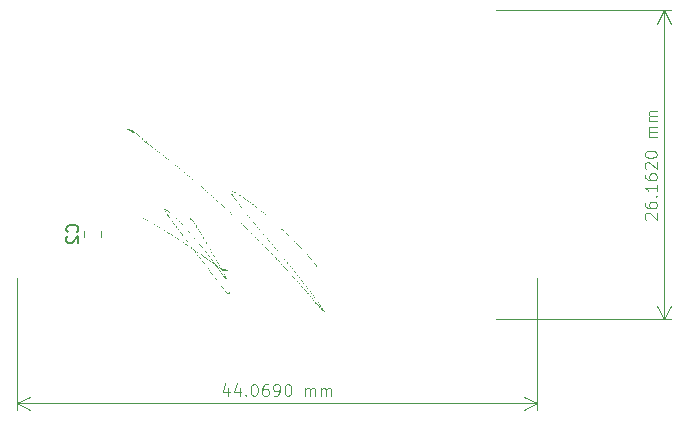
<source format=gbr>
%TF.GenerationSoftware,KiCad,Pcbnew,7.0.11+dfsg-1build4*%
%TF.CreationDate,2024-08-04T00:39:12+02:00*%
%TF.ProjectId,SmallESC,536d616c-6c45-4534-932e-6b696361645f,rev?*%
%TF.SameCoordinates,Original*%
%TF.FileFunction,Legend,Bot*%
%TF.FilePolarity,Positive*%
%FSLAX46Y46*%
G04 Gerber Fmt 4.6, Leading zero omitted, Abs format (unit mm)*
G04 Created by KiCad (PCBNEW 7.0.11+dfsg-1build4) date 2024-08-04 00:39:12*
%MOMM*%
%LPD*%
G01*
G04 APERTURE LIST*
%ADD10C,0.100000*%
%ADD11C,0.150000*%
%ADD12C,0.120000*%
G04 APERTURE END LIST*
D10*
X101957657Y-66976046D02*
X101910038Y-66928427D01*
X101910038Y-66928427D02*
X101862419Y-66833189D01*
X101862419Y-66833189D02*
X101862419Y-66595094D01*
X101862419Y-66595094D02*
X101910038Y-66499856D01*
X101910038Y-66499856D02*
X101957657Y-66452237D01*
X101957657Y-66452237D02*
X102052895Y-66404618D01*
X102052895Y-66404618D02*
X102148133Y-66404618D01*
X102148133Y-66404618D02*
X102290990Y-66452237D01*
X102290990Y-66452237D02*
X102862419Y-67023665D01*
X102862419Y-67023665D02*
X102862419Y-66404618D01*
X101862419Y-65547475D02*
X101862419Y-65737951D01*
X101862419Y-65737951D02*
X101910038Y-65833189D01*
X101910038Y-65833189D02*
X101957657Y-65880808D01*
X101957657Y-65880808D02*
X102100514Y-65976046D01*
X102100514Y-65976046D02*
X102290990Y-66023665D01*
X102290990Y-66023665D02*
X102671942Y-66023665D01*
X102671942Y-66023665D02*
X102767180Y-65976046D01*
X102767180Y-65976046D02*
X102814800Y-65928427D01*
X102814800Y-65928427D02*
X102862419Y-65833189D01*
X102862419Y-65833189D02*
X102862419Y-65642713D01*
X102862419Y-65642713D02*
X102814800Y-65547475D01*
X102814800Y-65547475D02*
X102767180Y-65499856D01*
X102767180Y-65499856D02*
X102671942Y-65452237D01*
X102671942Y-65452237D02*
X102433847Y-65452237D01*
X102433847Y-65452237D02*
X102338609Y-65499856D01*
X102338609Y-65499856D02*
X102290990Y-65547475D01*
X102290990Y-65547475D02*
X102243371Y-65642713D01*
X102243371Y-65642713D02*
X102243371Y-65833189D01*
X102243371Y-65833189D02*
X102290990Y-65928427D01*
X102290990Y-65928427D02*
X102338609Y-65976046D01*
X102338609Y-65976046D02*
X102433847Y-66023665D01*
X102767180Y-65023665D02*
X102814800Y-64976046D01*
X102814800Y-64976046D02*
X102862419Y-65023665D01*
X102862419Y-65023665D02*
X102814800Y-65071284D01*
X102814800Y-65071284D02*
X102767180Y-65023665D01*
X102767180Y-65023665D02*
X102862419Y-65023665D01*
X102862419Y-64023666D02*
X102862419Y-64595094D01*
X102862419Y-64309380D02*
X101862419Y-64309380D01*
X101862419Y-64309380D02*
X102005276Y-64404618D01*
X102005276Y-64404618D02*
X102100514Y-64499856D01*
X102100514Y-64499856D02*
X102148133Y-64595094D01*
X101862419Y-63166523D02*
X101862419Y-63356999D01*
X101862419Y-63356999D02*
X101910038Y-63452237D01*
X101910038Y-63452237D02*
X101957657Y-63499856D01*
X101957657Y-63499856D02*
X102100514Y-63595094D01*
X102100514Y-63595094D02*
X102290990Y-63642713D01*
X102290990Y-63642713D02*
X102671942Y-63642713D01*
X102671942Y-63642713D02*
X102767180Y-63595094D01*
X102767180Y-63595094D02*
X102814800Y-63547475D01*
X102814800Y-63547475D02*
X102862419Y-63452237D01*
X102862419Y-63452237D02*
X102862419Y-63261761D01*
X102862419Y-63261761D02*
X102814800Y-63166523D01*
X102814800Y-63166523D02*
X102767180Y-63118904D01*
X102767180Y-63118904D02*
X102671942Y-63071285D01*
X102671942Y-63071285D02*
X102433847Y-63071285D01*
X102433847Y-63071285D02*
X102338609Y-63118904D01*
X102338609Y-63118904D02*
X102290990Y-63166523D01*
X102290990Y-63166523D02*
X102243371Y-63261761D01*
X102243371Y-63261761D02*
X102243371Y-63452237D01*
X102243371Y-63452237D02*
X102290990Y-63547475D01*
X102290990Y-63547475D02*
X102338609Y-63595094D01*
X102338609Y-63595094D02*
X102433847Y-63642713D01*
X101957657Y-62690332D02*
X101910038Y-62642713D01*
X101910038Y-62642713D02*
X101862419Y-62547475D01*
X101862419Y-62547475D02*
X101862419Y-62309380D01*
X101862419Y-62309380D02*
X101910038Y-62214142D01*
X101910038Y-62214142D02*
X101957657Y-62166523D01*
X101957657Y-62166523D02*
X102052895Y-62118904D01*
X102052895Y-62118904D02*
X102148133Y-62118904D01*
X102148133Y-62118904D02*
X102290990Y-62166523D01*
X102290990Y-62166523D02*
X102862419Y-62737951D01*
X102862419Y-62737951D02*
X102862419Y-62118904D01*
X101862419Y-61499856D02*
X101862419Y-61404618D01*
X101862419Y-61404618D02*
X101910038Y-61309380D01*
X101910038Y-61309380D02*
X101957657Y-61261761D01*
X101957657Y-61261761D02*
X102052895Y-61214142D01*
X102052895Y-61214142D02*
X102243371Y-61166523D01*
X102243371Y-61166523D02*
X102481466Y-61166523D01*
X102481466Y-61166523D02*
X102671942Y-61214142D01*
X102671942Y-61214142D02*
X102767180Y-61261761D01*
X102767180Y-61261761D02*
X102814800Y-61309380D01*
X102814800Y-61309380D02*
X102862419Y-61404618D01*
X102862419Y-61404618D02*
X102862419Y-61499856D01*
X102862419Y-61499856D02*
X102814800Y-61595094D01*
X102814800Y-61595094D02*
X102767180Y-61642713D01*
X102767180Y-61642713D02*
X102671942Y-61690332D01*
X102671942Y-61690332D02*
X102481466Y-61737951D01*
X102481466Y-61737951D02*
X102243371Y-61737951D01*
X102243371Y-61737951D02*
X102052895Y-61690332D01*
X102052895Y-61690332D02*
X101957657Y-61642713D01*
X101957657Y-61642713D02*
X101910038Y-61595094D01*
X101910038Y-61595094D02*
X101862419Y-61499856D01*
X102862419Y-59976046D02*
X102195752Y-59976046D01*
X102290990Y-59976046D02*
X102243371Y-59928427D01*
X102243371Y-59928427D02*
X102195752Y-59833189D01*
X102195752Y-59833189D02*
X102195752Y-59690332D01*
X102195752Y-59690332D02*
X102243371Y-59595094D01*
X102243371Y-59595094D02*
X102338609Y-59547475D01*
X102338609Y-59547475D02*
X102862419Y-59547475D01*
X102338609Y-59547475D02*
X102243371Y-59499856D01*
X102243371Y-59499856D02*
X102195752Y-59404618D01*
X102195752Y-59404618D02*
X102195752Y-59261761D01*
X102195752Y-59261761D02*
X102243371Y-59166522D01*
X102243371Y-59166522D02*
X102338609Y-59118903D01*
X102338609Y-59118903D02*
X102862419Y-59118903D01*
X102862419Y-58642713D02*
X102195752Y-58642713D01*
X102290990Y-58642713D02*
X102243371Y-58595094D01*
X102243371Y-58595094D02*
X102195752Y-58499856D01*
X102195752Y-58499856D02*
X102195752Y-58356999D01*
X102195752Y-58356999D02*
X102243371Y-58261761D01*
X102243371Y-58261761D02*
X102338609Y-58214142D01*
X102338609Y-58214142D02*
X102862419Y-58214142D01*
X102338609Y-58214142D02*
X102243371Y-58166523D01*
X102243371Y-58166523D02*
X102195752Y-58071285D01*
X102195752Y-58071285D02*
X102195752Y-57928428D01*
X102195752Y-57928428D02*
X102243371Y-57833189D01*
X102243371Y-57833189D02*
X102338609Y-57785570D01*
X102338609Y-57785570D02*
X102862419Y-57785570D01*
X89273500Y-75438000D02*
X104091420Y-75438000D01*
X89273500Y-49276000D02*
X104091420Y-49276000D01*
X103505000Y-75438000D02*
X103505000Y-49276000D01*
X103505000Y-75438000D02*
X103505000Y-49276000D01*
X103505000Y-75438000D02*
X102918579Y-74311496D01*
X103505000Y-75438000D02*
X104091421Y-74311496D01*
X103505000Y-49276000D02*
X104091421Y-50402504D01*
X103505000Y-49276000D02*
X102918579Y-50402504D01*
X66596143Y-81240752D02*
X66596143Y-81907419D01*
X66358048Y-80859800D02*
X66119953Y-81574085D01*
X66119953Y-81574085D02*
X66739000Y-81574085D01*
X67548524Y-81240752D02*
X67548524Y-81907419D01*
X67310429Y-80859800D02*
X67072334Y-81574085D01*
X67072334Y-81574085D02*
X67691381Y-81574085D01*
X68072334Y-81812180D02*
X68119953Y-81859800D01*
X68119953Y-81859800D02*
X68072334Y-81907419D01*
X68072334Y-81907419D02*
X68024715Y-81859800D01*
X68024715Y-81859800D02*
X68072334Y-81812180D01*
X68072334Y-81812180D02*
X68072334Y-81907419D01*
X68739000Y-80907419D02*
X68834238Y-80907419D01*
X68834238Y-80907419D02*
X68929476Y-80955038D01*
X68929476Y-80955038D02*
X68977095Y-81002657D01*
X68977095Y-81002657D02*
X69024714Y-81097895D01*
X69024714Y-81097895D02*
X69072333Y-81288371D01*
X69072333Y-81288371D02*
X69072333Y-81526466D01*
X69072333Y-81526466D02*
X69024714Y-81716942D01*
X69024714Y-81716942D02*
X68977095Y-81812180D01*
X68977095Y-81812180D02*
X68929476Y-81859800D01*
X68929476Y-81859800D02*
X68834238Y-81907419D01*
X68834238Y-81907419D02*
X68739000Y-81907419D01*
X68739000Y-81907419D02*
X68643762Y-81859800D01*
X68643762Y-81859800D02*
X68596143Y-81812180D01*
X68596143Y-81812180D02*
X68548524Y-81716942D01*
X68548524Y-81716942D02*
X68500905Y-81526466D01*
X68500905Y-81526466D02*
X68500905Y-81288371D01*
X68500905Y-81288371D02*
X68548524Y-81097895D01*
X68548524Y-81097895D02*
X68596143Y-81002657D01*
X68596143Y-81002657D02*
X68643762Y-80955038D01*
X68643762Y-80955038D02*
X68739000Y-80907419D01*
X69929476Y-80907419D02*
X69739000Y-80907419D01*
X69739000Y-80907419D02*
X69643762Y-80955038D01*
X69643762Y-80955038D02*
X69596143Y-81002657D01*
X69596143Y-81002657D02*
X69500905Y-81145514D01*
X69500905Y-81145514D02*
X69453286Y-81335990D01*
X69453286Y-81335990D02*
X69453286Y-81716942D01*
X69453286Y-81716942D02*
X69500905Y-81812180D01*
X69500905Y-81812180D02*
X69548524Y-81859800D01*
X69548524Y-81859800D02*
X69643762Y-81907419D01*
X69643762Y-81907419D02*
X69834238Y-81907419D01*
X69834238Y-81907419D02*
X69929476Y-81859800D01*
X69929476Y-81859800D02*
X69977095Y-81812180D01*
X69977095Y-81812180D02*
X70024714Y-81716942D01*
X70024714Y-81716942D02*
X70024714Y-81478847D01*
X70024714Y-81478847D02*
X69977095Y-81383609D01*
X69977095Y-81383609D02*
X69929476Y-81335990D01*
X69929476Y-81335990D02*
X69834238Y-81288371D01*
X69834238Y-81288371D02*
X69643762Y-81288371D01*
X69643762Y-81288371D02*
X69548524Y-81335990D01*
X69548524Y-81335990D02*
X69500905Y-81383609D01*
X69500905Y-81383609D02*
X69453286Y-81478847D01*
X70500905Y-81907419D02*
X70691381Y-81907419D01*
X70691381Y-81907419D02*
X70786619Y-81859800D01*
X70786619Y-81859800D02*
X70834238Y-81812180D01*
X70834238Y-81812180D02*
X70929476Y-81669323D01*
X70929476Y-81669323D02*
X70977095Y-81478847D01*
X70977095Y-81478847D02*
X70977095Y-81097895D01*
X70977095Y-81097895D02*
X70929476Y-81002657D01*
X70929476Y-81002657D02*
X70881857Y-80955038D01*
X70881857Y-80955038D02*
X70786619Y-80907419D01*
X70786619Y-80907419D02*
X70596143Y-80907419D01*
X70596143Y-80907419D02*
X70500905Y-80955038D01*
X70500905Y-80955038D02*
X70453286Y-81002657D01*
X70453286Y-81002657D02*
X70405667Y-81097895D01*
X70405667Y-81097895D02*
X70405667Y-81335990D01*
X70405667Y-81335990D02*
X70453286Y-81431228D01*
X70453286Y-81431228D02*
X70500905Y-81478847D01*
X70500905Y-81478847D02*
X70596143Y-81526466D01*
X70596143Y-81526466D02*
X70786619Y-81526466D01*
X70786619Y-81526466D02*
X70881857Y-81478847D01*
X70881857Y-81478847D02*
X70929476Y-81431228D01*
X70929476Y-81431228D02*
X70977095Y-81335990D01*
X71596143Y-80907419D02*
X71691381Y-80907419D01*
X71691381Y-80907419D02*
X71786619Y-80955038D01*
X71786619Y-80955038D02*
X71834238Y-81002657D01*
X71834238Y-81002657D02*
X71881857Y-81097895D01*
X71881857Y-81097895D02*
X71929476Y-81288371D01*
X71929476Y-81288371D02*
X71929476Y-81526466D01*
X71929476Y-81526466D02*
X71881857Y-81716942D01*
X71881857Y-81716942D02*
X71834238Y-81812180D01*
X71834238Y-81812180D02*
X71786619Y-81859800D01*
X71786619Y-81859800D02*
X71691381Y-81907419D01*
X71691381Y-81907419D02*
X71596143Y-81907419D01*
X71596143Y-81907419D02*
X71500905Y-81859800D01*
X71500905Y-81859800D02*
X71453286Y-81812180D01*
X71453286Y-81812180D02*
X71405667Y-81716942D01*
X71405667Y-81716942D02*
X71358048Y-81526466D01*
X71358048Y-81526466D02*
X71358048Y-81288371D01*
X71358048Y-81288371D02*
X71405667Y-81097895D01*
X71405667Y-81097895D02*
X71453286Y-81002657D01*
X71453286Y-81002657D02*
X71500905Y-80955038D01*
X71500905Y-80955038D02*
X71596143Y-80907419D01*
X73119953Y-81907419D02*
X73119953Y-81240752D01*
X73119953Y-81335990D02*
X73167572Y-81288371D01*
X73167572Y-81288371D02*
X73262810Y-81240752D01*
X73262810Y-81240752D02*
X73405667Y-81240752D01*
X73405667Y-81240752D02*
X73500905Y-81288371D01*
X73500905Y-81288371D02*
X73548524Y-81383609D01*
X73548524Y-81383609D02*
X73548524Y-81907419D01*
X73548524Y-81383609D02*
X73596143Y-81288371D01*
X73596143Y-81288371D02*
X73691381Y-81240752D01*
X73691381Y-81240752D02*
X73834238Y-81240752D01*
X73834238Y-81240752D02*
X73929477Y-81288371D01*
X73929477Y-81288371D02*
X73977096Y-81383609D01*
X73977096Y-81383609D02*
X73977096Y-81907419D01*
X74453286Y-81907419D02*
X74453286Y-81240752D01*
X74453286Y-81335990D02*
X74500905Y-81288371D01*
X74500905Y-81288371D02*
X74596143Y-81240752D01*
X74596143Y-81240752D02*
X74739000Y-81240752D01*
X74739000Y-81240752D02*
X74834238Y-81288371D01*
X74834238Y-81288371D02*
X74881857Y-81383609D01*
X74881857Y-81383609D02*
X74881857Y-81907419D01*
X74881857Y-81383609D02*
X74929476Y-81288371D01*
X74929476Y-81288371D02*
X75024714Y-81240752D01*
X75024714Y-81240752D02*
X75167571Y-81240752D01*
X75167571Y-81240752D02*
X75262810Y-81288371D01*
X75262810Y-81288371D02*
X75310429Y-81383609D01*
X75310429Y-81383609D02*
X75310429Y-81907419D01*
X48704500Y-71938000D02*
X48704500Y-83136420D01*
X92773500Y-71938000D02*
X92773500Y-83136420D01*
X48704500Y-82550000D02*
X92773500Y-82550000D01*
X48704500Y-82550000D02*
X92773500Y-82550000D01*
X48704500Y-82550000D02*
X49831004Y-81963579D01*
X48704500Y-82550000D02*
X49831004Y-83136421D01*
X92773500Y-82550000D02*
X91646996Y-83136421D01*
X92773500Y-82550000D02*
X91646996Y-81963579D01*
D11*
X53797580Y-68032333D02*
X53845200Y-67984714D01*
X53845200Y-67984714D02*
X53892819Y-67841857D01*
X53892819Y-67841857D02*
X53892819Y-67746619D01*
X53892819Y-67746619D02*
X53845200Y-67603762D01*
X53845200Y-67603762D02*
X53749961Y-67508524D01*
X53749961Y-67508524D02*
X53654723Y-67460905D01*
X53654723Y-67460905D02*
X53464247Y-67413286D01*
X53464247Y-67413286D02*
X53321390Y-67413286D01*
X53321390Y-67413286D02*
X53130914Y-67460905D01*
X53130914Y-67460905D02*
X53035676Y-67508524D01*
X53035676Y-67508524D02*
X52940438Y-67603762D01*
X52940438Y-67603762D02*
X52892819Y-67746619D01*
X52892819Y-67746619D02*
X52892819Y-67841857D01*
X52892819Y-67841857D02*
X52940438Y-67984714D01*
X52940438Y-67984714D02*
X52988057Y-68032333D01*
X52988057Y-68413286D02*
X52940438Y-68460905D01*
X52940438Y-68460905D02*
X52892819Y-68556143D01*
X52892819Y-68556143D02*
X52892819Y-68794238D01*
X52892819Y-68794238D02*
X52940438Y-68889476D01*
X52940438Y-68889476D02*
X52988057Y-68937095D01*
X52988057Y-68937095D02*
X53083295Y-68984714D01*
X53083295Y-68984714D02*
X53178533Y-68984714D01*
X53178533Y-68984714D02*
X53321390Y-68937095D01*
X53321390Y-68937095D02*
X53892819Y-68365667D01*
X53892819Y-68365667D02*
X53892819Y-68984714D01*
%TO.C,G\u002A\u002A\u002A*%
G36*
X73951085Y-73893614D02*
G01*
X74007184Y-73959147D01*
X74028954Y-73992958D01*
X74020302Y-74010239D01*
X74007443Y-74020937D01*
X74021495Y-74044551D01*
X74038849Y-74058777D01*
X74045825Y-74046984D01*
X74047180Y-74038851D01*
X74067371Y-74023628D01*
X74076822Y-74027736D01*
X74077803Y-74052590D01*
X74074266Y-74066848D01*
X74081904Y-74076919D01*
X74084432Y-74076767D01*
X74110859Y-74090082D01*
X74150829Y-74120181D01*
X74193189Y-74157389D01*
X74226784Y-74192031D01*
X74240461Y-74214436D01*
X74240875Y-74216649D01*
X74258054Y-74242914D01*
X74294963Y-74286382D01*
X74344034Y-74339309D01*
X74397698Y-74393952D01*
X74448386Y-74442569D01*
X74488531Y-74477418D01*
X74510563Y-74490754D01*
X74520207Y-74493645D01*
X74532415Y-74518740D01*
X74539834Y-74535075D01*
X74573203Y-74543653D01*
X74582032Y-74542849D01*
X74598251Y-74536880D01*
X74589552Y-74520502D01*
X74553432Y-74486472D01*
X74537474Y-74471524D01*
X74513121Y-74443488D01*
X74513061Y-74442095D01*
X74532415Y-74442095D01*
X74542147Y-74451827D01*
X74551879Y-74442095D01*
X74542147Y-74432364D01*
X74532415Y-74442095D01*
X74513061Y-74442095D01*
X74512644Y-74432364D01*
X74517562Y-74431750D01*
X74532415Y-74412900D01*
X74528611Y-74403528D01*
X74501829Y-74393436D01*
X74481823Y-74389413D01*
X74444136Y-74366329D01*
X74439314Y-74361380D01*
X74428925Y-74341201D01*
X74453802Y-74329604D01*
X74479318Y-74328506D01*
X74478992Y-74350173D01*
X74475376Y-74366935D01*
X74489529Y-74366688D01*
X74491518Y-74365898D01*
X74515470Y-74378871D01*
X74553979Y-74421934D01*
X74568400Y-74442095D01*
X74603662Y-74491392D01*
X74605478Y-74494125D01*
X74649390Y-74562781D01*
X74672623Y-74606955D01*
X74675507Y-74621486D01*
X74677710Y-74632579D01*
X74677807Y-74633070D01*
X74667570Y-74647549D01*
X74663071Y-74650498D01*
X74654661Y-74662304D01*
X74681933Y-74665629D01*
X74697084Y-74668697D01*
X74730355Y-74689817D01*
X74735123Y-74692844D01*
X74770801Y-74731105D01*
X74794164Y-74771498D01*
X74794217Y-74772977D01*
X74795256Y-74802039D01*
X74791175Y-74807424D01*
X74763662Y-74821636D01*
X74756083Y-74820275D01*
X74717101Y-74799369D01*
X74681553Y-74772977D01*
X74746515Y-74772977D01*
X74756246Y-74782708D01*
X74765978Y-74772977D01*
X74756246Y-74763245D01*
X74746515Y-74772977D01*
X74681553Y-74772977D01*
X74661436Y-74758042D01*
X74619727Y-74722377D01*
X74633450Y-74722377D01*
X74649747Y-74717149D01*
X74688124Y-74704854D01*
X74714128Y-74696109D01*
X74721551Y-74689817D01*
X74694138Y-74687330D01*
X74666471Y-74690002D01*
X74639465Y-74704854D01*
X74635625Y-74711566D01*
X74633450Y-74722377D01*
X74619727Y-74722377D01*
X74596508Y-74702522D01*
X74548990Y-74657344D01*
X74571342Y-74657344D01*
X74571532Y-74660065D01*
X74582798Y-74664351D01*
X74602396Y-74643456D01*
X74607132Y-74632579D01*
X74593813Y-74634873D01*
X74585167Y-74640881D01*
X74571342Y-74657344D01*
X74548990Y-74657344D01*
X74529735Y-74639037D01*
X74491043Y-74597804D01*
X74551879Y-74597804D01*
X74561610Y-74607536D01*
X74571342Y-74597804D01*
X74565369Y-74591831D01*
X74600023Y-74591831D01*
X74600140Y-74597804D01*
X74600194Y-74600597D01*
X74624028Y-74616016D01*
X74627720Y-74617402D01*
X74647223Y-74621486D01*
X74634923Y-74605121D01*
X74620612Y-74594015D01*
X74600023Y-74591831D01*
X74565369Y-74591831D01*
X74561610Y-74588072D01*
X74551879Y-74597804D01*
X74491043Y-74597804D01*
X74468534Y-74573817D01*
X74461154Y-74565393D01*
X74411456Y-74509643D01*
X74370763Y-74465575D01*
X74347275Y-74442095D01*
X74337297Y-74432179D01*
X74305741Y-74394622D01*
X74268075Y-74344777D01*
X74259804Y-74333626D01*
X74214207Y-74277228D01*
X74154745Y-74208694D01*
X74092085Y-74140410D01*
X74055139Y-74101261D01*
X73978587Y-74018217D01*
X73926361Y-73957684D01*
X73895889Y-73916324D01*
X73887904Y-73898263D01*
X73890116Y-73898263D01*
X73890622Y-73900206D01*
X73909580Y-73906846D01*
X73914915Y-73906054D01*
X73929043Y-73886234D01*
X73927515Y-73879194D01*
X73909580Y-73877651D01*
X73903755Y-73881646D01*
X73890116Y-73898263D01*
X73887904Y-73898263D01*
X73884603Y-73890797D01*
X73889931Y-73877765D01*
X73896949Y-73871009D01*
X73898683Y-73842245D01*
X73896474Y-73837316D01*
X73899341Y-73836588D01*
X73916341Y-73854057D01*
X73944603Y-73886234D01*
X73951085Y-73893614D01*
G37*
G36*
X74441517Y-74287997D02*
G01*
X74435153Y-74300195D01*
X74414700Y-74315582D01*
X74403893Y-74313083D01*
X74383940Y-74289129D01*
X74385349Y-74266923D01*
X74396170Y-74266923D01*
X74405902Y-74276655D01*
X74415633Y-74266923D01*
X74405902Y-74257191D01*
X74396170Y-74266923D01*
X74385349Y-74266923D01*
X74385913Y-74258041D01*
X74388576Y-74254416D01*
X74413500Y-74246566D01*
X74437221Y-74261032D01*
X74438160Y-74266923D01*
X74441517Y-74287997D01*
G37*
G36*
X74396170Y-74208532D02*
G01*
X74386438Y-74218264D01*
X74376706Y-74208532D01*
X74386438Y-74198800D01*
X74396170Y-74208532D01*
G37*
G36*
X74360019Y-74148614D02*
G01*
X74363785Y-74170898D01*
X74356642Y-74184934D01*
X74333589Y-74197367D01*
X74312804Y-74173586D01*
X74313206Y-74158641D01*
X74338810Y-74145683D01*
X74360019Y-74148614D01*
G37*
G36*
X74287623Y-74046090D02*
G01*
X74307281Y-74071957D01*
X74309738Y-74099615D01*
X74304215Y-74106505D01*
X74273374Y-74120648D01*
X74263752Y-74117549D01*
X74278137Y-74102668D01*
X74284775Y-74098188D01*
X74296078Y-74079341D01*
X74279203Y-74049441D01*
X74265609Y-74031156D01*
X74263526Y-74024896D01*
X74287623Y-74046090D01*
G37*
G36*
X74259925Y-74072287D02*
G01*
X74250193Y-74082019D01*
X74240461Y-74072287D01*
X74250193Y-74062555D01*
X74259925Y-74072287D01*
G37*
G36*
X74173351Y-73893107D02*
G01*
X74182838Y-73916011D01*
X74194038Y-73935513D01*
X74225009Y-73965644D01*
X74227399Y-73967664D01*
X74250050Y-73993114D01*
X74244178Y-74003517D01*
X74233812Y-74006375D01*
X74232588Y-74026635D01*
X74237269Y-74037191D01*
X74224855Y-74035744D01*
X74215444Y-74024230D01*
X74215423Y-73990616D01*
X74219157Y-73974520D01*
X74209707Y-73969733D01*
X74195631Y-73971199D01*
X74166705Y-73953462D01*
X74154482Y-73936413D01*
X74162988Y-73926310D01*
X74171506Y-73923319D01*
X74170367Y-73901980D01*
X74165316Y-73891558D01*
X74170840Y-73890627D01*
X74173351Y-73893107D01*
G37*
G36*
X74122341Y-73857191D02*
G01*
X74136655Y-73880895D01*
X74135475Y-73891244D01*
X74122518Y-73906846D01*
X74115795Y-73904522D01*
X74098422Y-73880895D01*
X74096587Y-73868700D01*
X74112559Y-73854943D01*
X74122341Y-73857191D01*
G37*
G36*
X73797747Y-73726697D02*
G01*
X73802453Y-73751261D01*
X73798758Y-73759229D01*
X73805949Y-73768778D01*
X73825112Y-73766790D01*
X73845909Y-73772435D01*
X73835153Y-73787534D01*
X73831351Y-73790080D01*
X73821034Y-73808399D01*
X73841409Y-73835895D01*
X73857584Y-73856875D01*
X73853905Y-73867919D01*
X73843951Y-73864477D01*
X73816722Y-73839785D01*
X73788634Y-73802528D01*
X73769072Y-73766145D01*
X73767422Y-73744075D01*
X73768947Y-73737378D01*
X73747383Y-73731674D01*
X73730924Y-73729050D01*
X73723925Y-73721942D01*
X73773335Y-73721942D01*
X73783066Y-73731674D01*
X73792798Y-73721942D01*
X73783066Y-73712210D01*
X73773335Y-73721942D01*
X73723925Y-73721942D01*
X73714944Y-73712821D01*
X73721025Y-73704321D01*
X73749005Y-73706390D01*
X73766753Y-73711877D01*
X73769434Y-73705288D01*
X73745988Y-73676583D01*
X73714858Y-73647719D01*
X73687598Y-73634342D01*
X73672918Y-73622327D01*
X73663481Y-73585730D01*
X73664185Y-73564529D01*
X73673521Y-73561558D01*
X73696486Y-73583699D01*
X73737840Y-73634045D01*
X73773069Y-73682673D01*
X73795082Y-73721942D01*
X73797747Y-73726697D01*
G37*
G36*
X74089618Y-73768118D02*
G01*
X74109890Y-73788035D01*
X74123679Y-73815155D01*
X74123415Y-73820973D01*
X74118172Y-73827370D01*
X74108019Y-73813145D01*
X74084110Y-73780333D01*
X74070051Y-73760729D01*
X74066854Y-73751533D01*
X74089618Y-73768118D01*
G37*
G36*
X74084752Y-73819260D02*
G01*
X74075020Y-73828992D01*
X74065289Y-73819260D01*
X74075020Y-73809528D01*
X74084752Y-73819260D01*
G37*
G36*
X74045825Y-73780333D02*
G01*
X74036093Y-73790065D01*
X74026361Y-73780333D01*
X74036093Y-73770601D01*
X74045825Y-73780333D01*
G37*
G36*
X74043975Y-73732817D02*
G01*
X74031953Y-73736491D01*
X73996107Y-73726431D01*
X73990707Y-73721942D01*
X74006898Y-73721942D01*
X74016630Y-73731674D01*
X74026361Y-73721942D01*
X74016630Y-73712210D01*
X74006898Y-73721942D01*
X73990707Y-73721942D01*
X73963064Y-73698961D01*
X73948805Y-73665401D01*
X73950795Y-73654892D01*
X73963403Y-73665794D01*
X73982592Y-73682567D01*
X74024067Y-73701983D01*
X74031573Y-73704435D01*
X74055266Y-73717971D01*
X74052246Y-73721942D01*
X74043975Y-73732817D01*
G37*
G36*
X74006898Y-73663551D02*
G01*
X73997166Y-73673283D01*
X73987434Y-73663551D01*
X73997166Y-73653819D01*
X74006898Y-73663551D01*
G37*
G36*
X73695480Y-73663551D02*
G01*
X73685748Y-73673283D01*
X73676017Y-73663551D01*
X73685748Y-73653819D01*
X73695480Y-73663551D01*
G37*
G36*
X73972623Y-73595994D02*
G01*
X73987434Y-73614892D01*
X73986869Y-73619545D01*
X73967971Y-73634356D01*
X73963318Y-73633790D01*
X73948507Y-73614892D01*
X73949073Y-73610240D01*
X73967971Y-73595429D01*
X73972623Y-73595994D01*
G37*
G36*
X73902295Y-73541904D02*
G01*
X73899621Y-73561086D01*
X73911339Y-73575965D01*
X73918115Y-73577478D01*
X73919312Y-73595429D01*
X73915913Y-73600709D01*
X73899120Y-73613181D01*
X73884268Y-73588798D01*
X73881869Y-73572966D01*
X73893753Y-73535273D01*
X73895155Y-73533313D01*
X73907179Y-73520439D01*
X73902295Y-73541904D01*
G37*
G36*
X73490623Y-73419963D02*
G01*
X73517389Y-73437095D01*
X73557007Y-73449158D01*
X73575128Y-73455084D01*
X73582104Y-73486156D01*
X73583468Y-73510925D01*
X73606434Y-73511096D01*
X73628522Y-73512165D01*
X73637906Y-73534022D01*
X73624114Y-73562989D01*
X73620289Y-73566627D01*
X73602930Y-73575028D01*
X73607894Y-73556501D01*
X73609725Y-73546474D01*
X73589579Y-73537038D01*
X73572082Y-73530358D01*
X73559235Y-73498722D01*
X73554848Y-73477194D01*
X73534865Y-73469757D01*
X73511358Y-73464565D01*
X73483079Y-73435084D01*
X73468199Y-73410420D01*
X73467247Y-73402023D01*
X73490623Y-73419963D01*
G37*
G36*
X73836226Y-73498859D02*
G01*
X73851189Y-73517574D01*
X73850966Y-73521979D01*
X73842606Y-73537038D01*
X73839484Y-73536142D01*
X73821994Y-73517574D01*
X73818952Y-73510035D01*
X73830577Y-73498111D01*
X73836226Y-73498859D01*
G37*
G36*
X73852475Y-73451342D02*
G01*
X73853852Y-73468385D01*
X73829950Y-73473429D01*
X73804358Y-73471528D01*
X73780030Y-73449444D01*
X73782076Y-73439720D01*
X73792798Y-73439720D01*
X73793590Y-73445055D01*
X73813410Y-73459183D01*
X73820450Y-73457655D01*
X73821994Y-73439720D01*
X73817999Y-73433895D01*
X73801381Y-73420256D01*
X73799439Y-73420762D01*
X73792798Y-73439720D01*
X73782076Y-73439720D01*
X73788506Y-73409153D01*
X73797379Y-73395895D01*
X73812755Y-73394522D01*
X73836060Y-73424483D01*
X73845372Y-73439720D01*
X73852475Y-73451342D01*
G37*
G36*
X73484856Y-73342402D02*
G01*
X73500643Y-73359397D01*
X73538625Y-73395927D01*
X73551661Y-73410224D01*
X73548357Y-73419637D01*
X73523464Y-73411208D01*
X73486783Y-73380264D01*
X73465393Y-73342331D01*
X73463822Y-73334534D01*
X73465566Y-73323247D01*
X73484856Y-73342402D01*
G37*
G36*
X73725800Y-73362741D02*
G01*
X73744139Y-73381329D01*
X73747764Y-73388220D01*
X73746437Y-73400793D01*
X73743014Y-73399917D01*
X73724676Y-73381329D01*
X73721050Y-73374438D01*
X73722378Y-73361865D01*
X73725800Y-73362741D01*
G37*
G36*
X73396916Y-73322573D02*
G01*
X73401277Y-73328657D01*
X73424652Y-73331643D01*
X73431321Y-73329149D01*
X73442453Y-73342875D01*
X73442303Y-73345656D01*
X73429196Y-73358356D01*
X73406714Y-73349996D01*
X73391605Y-73326101D01*
X73390594Y-73317649D01*
X73396916Y-73322573D01*
G37*
G36*
X73610688Y-73200197D02*
G01*
X73620714Y-73210907D01*
X73652945Y-73212959D01*
X73658763Y-73211132D01*
X73674623Y-73208529D01*
X73656553Y-73223486D01*
X73646071Y-73232779D01*
X73647365Y-73246868D01*
X73680882Y-73247389D01*
X73687685Y-73249700D01*
X73695480Y-73274279D01*
X73697812Y-73287728D01*
X73716092Y-73303475D01*
X73723121Y-73304993D01*
X73724696Y-73322905D01*
X73723640Y-73324154D01*
X73703880Y-73319664D01*
X73671849Y-73294868D01*
X73637304Y-73259597D01*
X73610002Y-73223681D01*
X73599699Y-73196953D01*
X73601432Y-73190427D01*
X73610688Y-73200197D01*
G37*
G36*
X66724084Y-73235352D02*
G01*
X66723127Y-73256632D01*
X66704154Y-73299582D01*
X66686187Y-73311797D01*
X66642102Y-73322938D01*
X66626063Y-73320790D01*
X66579404Y-73302336D01*
X66529940Y-73272097D01*
X66509585Y-73254816D01*
X66532875Y-73254816D01*
X66542607Y-73264547D01*
X66552338Y-73254816D01*
X66542607Y-73245084D01*
X66532875Y-73254816D01*
X66509585Y-73254816D01*
X66490675Y-73238762D01*
X66474617Y-73211023D01*
X66472810Y-73201964D01*
X66450154Y-73186637D01*
X66426212Y-73173008D01*
X66394172Y-73137998D01*
X66365924Y-73095682D01*
X66352387Y-73060180D01*
X66337905Y-73036193D01*
X66304299Y-73004311D01*
X66274581Y-72971094D01*
X66267942Y-72942046D01*
X66269828Y-72928862D01*
X66251630Y-72926253D01*
X66238996Y-72928258D01*
X66210687Y-72912522D01*
X66205216Y-72900221D01*
X66218450Y-72902612D01*
X66228786Y-72906339D01*
X66240921Y-72892902D01*
X66247671Y-72889978D01*
X66274181Y-72907421D01*
X66313909Y-72944551D01*
X66341041Y-72975201D01*
X66373075Y-73021538D01*
X66384604Y-73054145D01*
X66385993Y-73071675D01*
X66397870Y-73078877D01*
X66413303Y-73080900D01*
X66439091Y-73105538D01*
X66449536Y-73119504D01*
X66485413Y-73163830D01*
X66528875Y-73214578D01*
X66545262Y-73232523D01*
X66571105Y-73254816D01*
X66584494Y-73266366D01*
X66611585Y-73270170D01*
X66628251Y-73241803D01*
X66629070Y-73235352D01*
X66688584Y-73235352D01*
X66698315Y-73245084D01*
X66708047Y-73235352D01*
X66698315Y-73225620D01*
X66688584Y-73235352D01*
X66629070Y-73235352D01*
X66634013Y-73196425D01*
X66669120Y-73196425D01*
X66678852Y-73206157D01*
X66688584Y-73196425D01*
X66678852Y-73186693D01*
X66669120Y-73196425D01*
X66634013Y-73196425D01*
X66636209Y-73179131D01*
X66637174Y-73080024D01*
X66634380Y-72911690D01*
X66680945Y-73012197D01*
X66687867Y-73027930D01*
X66714089Y-73109737D01*
X66726140Y-73189661D01*
X66725836Y-73196425D01*
X66724084Y-73235352D01*
G37*
G36*
X73427491Y-73265295D02*
G01*
X73442453Y-73284011D01*
X73442230Y-73288416D01*
X73433870Y-73303475D01*
X73430748Y-73302579D01*
X73413258Y-73284011D01*
X73410217Y-73276472D01*
X73421841Y-73264547D01*
X73427491Y-73265295D01*
G37*
G36*
X73384063Y-73274279D02*
G01*
X73374331Y-73284011D01*
X73364599Y-73274279D01*
X73374331Y-73264547D01*
X73384063Y-73274279D01*
G37*
G36*
X73316750Y-73185382D02*
G01*
X73314113Y-73192388D01*
X73325354Y-73215692D01*
X73333168Y-73218835D01*
X73345135Y-73207305D01*
X73345891Y-73201651D01*
X73364764Y-73186693D01*
X73372681Y-73194453D01*
X73360861Y-73224372D01*
X73360221Y-73225397D01*
X73342401Y-73248884D01*
X73324679Y-73246897D01*
X73293468Y-73218189D01*
X73265571Y-73180531D01*
X73264321Y-73167229D01*
X73267281Y-73167229D01*
X73267846Y-73171882D01*
X73286744Y-73186693D01*
X73291397Y-73186127D01*
X73306208Y-73167229D01*
X73305643Y-73162577D01*
X73286744Y-73147766D01*
X73282092Y-73148331D01*
X73267281Y-73167229D01*
X73264321Y-73167229D01*
X73260921Y-73131057D01*
X73268336Y-73105551D01*
X73278792Y-73100080D01*
X73300081Y-73127543D01*
X73315379Y-73157447D01*
X73315859Y-73167229D01*
X73316750Y-73185382D01*
G37*
G36*
X73403526Y-73235352D02*
G01*
X73393794Y-73245084D01*
X73384063Y-73235352D01*
X73393794Y-73225620D01*
X73403526Y-73235352D01*
G37*
G36*
X73602213Y-73129637D02*
G01*
X73592566Y-73151224D01*
X73584110Y-73155496D01*
X73552913Y-73152348D01*
X73539771Y-73119504D01*
X73539446Y-73118179D01*
X73563393Y-73118179D01*
X73565723Y-73141278D01*
X73571577Y-73144323D01*
X73578699Y-73128302D01*
X73577294Y-73117998D01*
X73565723Y-73115326D01*
X73563393Y-73118179D01*
X73539446Y-73118179D01*
X73536555Y-73106395D01*
X73510904Y-73082462D01*
X73498117Y-73073249D01*
X73493051Y-73042682D01*
X73502901Y-73029206D01*
X73535093Y-73025885D01*
X73542621Y-73028933D01*
X73553356Y-73039508D01*
X73528616Y-73052483D01*
X73510409Y-73062092D01*
X73515442Y-73068543D01*
X73523537Y-73068726D01*
X73548665Y-73065046D01*
X73561335Y-73071286D01*
X73585933Y-73098984D01*
X73601504Y-73128302D01*
X73602213Y-73129637D01*
G37*
G36*
X72934292Y-72715574D02*
G01*
X72964524Y-72746120D01*
X73025853Y-72810858D01*
X73062054Y-72854955D01*
X73075992Y-72882218D01*
X73074923Y-72885007D01*
X73070537Y-72896454D01*
X73060494Y-72904801D01*
X73064598Y-72916455D01*
X73097969Y-72916176D01*
X73101457Y-72916478D01*
X73128046Y-72933847D01*
X73165764Y-72969439D01*
X73204824Y-73012612D01*
X73235438Y-73052720D01*
X73238133Y-73058467D01*
X73247817Y-73079122D01*
X73247363Y-73085446D01*
X73233847Y-73116321D01*
X73227646Y-73118995D01*
X73210146Y-73110832D01*
X73180614Y-73083276D01*
X73135164Y-73032495D01*
X73069910Y-72954658D01*
X73064433Y-72947542D01*
X73093879Y-72947542D01*
X73117235Y-72976069D01*
X73140908Y-73003459D01*
X73173593Y-73047011D01*
X73198974Y-73073955D01*
X73217823Y-73071203D01*
X73220112Y-73058467D01*
X73200504Y-73038539D01*
X73186010Y-73030761D01*
X73177801Y-73014347D01*
X73177844Y-73014274D01*
X73169400Y-72995115D01*
X73138762Y-72966819D01*
X73131940Y-72961797D01*
X73099717Y-72942382D01*
X73093879Y-72947542D01*
X73064433Y-72947542D01*
X73059274Y-72940840D01*
X73032782Y-72894354D01*
X73030879Y-72885007D01*
X73033718Y-72885007D01*
X73043449Y-72894739D01*
X73053181Y-72885007D01*
X73043449Y-72875275D01*
X73033718Y-72885007D01*
X73030879Y-72885007D01*
X73025684Y-72859498D01*
X73026187Y-72855256D01*
X73011532Y-72819236D01*
X72970763Y-72777957D01*
X72954053Y-72765362D01*
X72927326Y-72748885D01*
X72923685Y-72753628D01*
X72932174Y-72769716D01*
X72929422Y-72780075D01*
X72906723Y-72767710D01*
X72868972Y-72735776D01*
X72821059Y-72687429D01*
X72820878Y-72687233D01*
X72802892Y-72666362D01*
X72845117Y-72666362D01*
X72858156Y-72695237D01*
X72875449Y-72726853D01*
X72891684Y-72736331D01*
X72909176Y-72714701D01*
X72914075Y-72704368D01*
X72907383Y-72704666D01*
X72891557Y-72706173D01*
X72864262Y-72685203D01*
X72851359Y-72669669D01*
X72845117Y-72666362D01*
X72802892Y-72666362D01*
X72783092Y-72643385D01*
X72764354Y-72615269D01*
X72768719Y-72608964D01*
X72784887Y-72613063D01*
X72799714Y-72602752D01*
X72785557Y-72571477D01*
X72785287Y-72571103D01*
X72793541Y-72577473D01*
X72824258Y-72606709D01*
X72872740Y-72654259D01*
X72923043Y-72704368D01*
X72934292Y-72715574D01*
G37*
G36*
X73453310Y-72992933D02*
G01*
X73471649Y-73011521D01*
X73475274Y-73018412D01*
X73473946Y-73030984D01*
X73470524Y-73030108D01*
X73452185Y-73011521D01*
X73448560Y-73004629D01*
X73449888Y-72992057D01*
X73453310Y-72992933D01*
G37*
G36*
X73500844Y-72982325D02*
G01*
X73491112Y-72992057D01*
X73481381Y-72982325D01*
X73491112Y-72972593D01*
X73500844Y-72982325D01*
G37*
G36*
X73449029Y-72912456D02*
G01*
X73461619Y-72950647D01*
X73461549Y-72955177D01*
X73457602Y-72971745D01*
X73442453Y-72953130D01*
X73441006Y-72950904D01*
X73426745Y-72934454D01*
X73423288Y-72951984D01*
X73423272Y-72952904D01*
X73416445Y-72964680D01*
X73395453Y-72942375D01*
X73379572Y-72912157D01*
X73389935Y-72891110D01*
X73419841Y-72889128D01*
X73449029Y-72912456D01*
G37*
G36*
X66630193Y-72885007D02*
G01*
X66620461Y-72894739D01*
X66610729Y-72885007D01*
X66620461Y-72875275D01*
X66630193Y-72885007D01*
G37*
G36*
X73293722Y-72781454D02*
G01*
X73313316Y-72807333D01*
X73321622Y-72820949D01*
X73347027Y-72831663D01*
X73356510Y-72831637D01*
X73378386Y-72850946D01*
X73379630Y-72861691D01*
X73361355Y-72874664D01*
X73345846Y-72868767D01*
X73318349Y-72845721D01*
X73292885Y-72815490D01*
X73278378Y-72789194D01*
X73283753Y-72777957D01*
X73293722Y-72781454D01*
G37*
G36*
X72994790Y-72865544D02*
G01*
X72985059Y-72875275D01*
X72975327Y-72865544D01*
X72985059Y-72855812D01*
X72994790Y-72865544D01*
G37*
G36*
X66162479Y-72776626D02*
G01*
X66192608Y-72817554D01*
X66209929Y-72853950D01*
X66210523Y-72871666D01*
X66191140Y-72875275D01*
X66176111Y-72871708D01*
X66168322Y-72850946D01*
X66165325Y-72831322D01*
X66138464Y-72805246D01*
X66126071Y-72798048D01*
X66112271Y-72783520D01*
X66131434Y-72771854D01*
X66131596Y-72771792D01*
X66162479Y-72776626D01*
G37*
G36*
X72975327Y-72826616D02*
G01*
X72965595Y-72836348D01*
X72955863Y-72826616D01*
X72965595Y-72816885D01*
X72975327Y-72826616D01*
G37*
G36*
X73181092Y-72570073D02*
G01*
X73186183Y-72591056D01*
X73193932Y-72607158D01*
X73224004Y-72633071D01*
X73252564Y-72661097D01*
X73262932Y-72690560D01*
X73262506Y-72702120D01*
X73277013Y-72719945D01*
X73295565Y-72726061D01*
X73329741Y-72753006D01*
X73344543Y-72785207D01*
X73339756Y-72791316D01*
X73323884Y-72772682D01*
X73308892Y-72754238D01*
X73287754Y-72748138D01*
X73279882Y-72750373D01*
X73255536Y-72737464D01*
X73237353Y-72709092D01*
X73237559Y-72681492D01*
X73239650Y-72670988D01*
X73219771Y-72661176D01*
X73205252Y-72658647D01*
X73189426Y-72640564D01*
X73188410Y-72634271D01*
X73172002Y-72630720D01*
X73162144Y-72632384D01*
X73143798Y-72613396D01*
X73141967Y-72595927D01*
X73164415Y-72597352D01*
X73184745Y-72600939D01*
X73179767Y-72581763D01*
X73173350Y-72568734D01*
X73178196Y-72567102D01*
X73181092Y-72570073D01*
G37*
G36*
X66058290Y-72624135D02*
G01*
X66078526Y-72644015D01*
X66083693Y-72657544D01*
X66064311Y-72650556D01*
X66056978Y-72652864D01*
X66068993Y-72678603D01*
X66090884Y-72704644D01*
X66119089Y-72719567D01*
X66128217Y-72720974D01*
X66143603Y-72739030D01*
X66143230Y-72744253D01*
X66127950Y-72758194D01*
X66095734Y-72745817D01*
X66054087Y-72709592D01*
X66042852Y-72695911D01*
X66023345Y-72657985D01*
X66019736Y-72626859D01*
X66031545Y-72612316D01*
X66058290Y-72624135D01*
G37*
G36*
X65977151Y-72595359D02*
G01*
X65992090Y-72602099D01*
X66007358Y-72614599D01*
X66001963Y-72621850D01*
X65979654Y-72619143D01*
X65958836Y-72603008D01*
X65957059Y-72593998D01*
X65977151Y-72595359D01*
G37*
G36*
X72741764Y-72573590D02*
G01*
X72732032Y-72583321D01*
X72722300Y-72573590D01*
X72732032Y-72563858D01*
X72741764Y-72573590D01*
G37*
G36*
X66007358Y-72573590D02*
G01*
X65997626Y-72583321D01*
X65987894Y-72573590D01*
X65997626Y-72563858D01*
X66007358Y-72573590D01*
G37*
G36*
X65970228Y-72518110D02*
G01*
X65984224Y-72538893D01*
X65973296Y-72537250D01*
X65960771Y-72532791D01*
X65948967Y-72547138D01*
X65944848Y-72561559D01*
X65925610Y-72548287D01*
X65914136Y-72532007D01*
X65922543Y-72504642D01*
X65941184Y-72496654D01*
X65970228Y-72518110D01*
G37*
G36*
X73150499Y-72534662D02*
G01*
X73140767Y-72544394D01*
X73131036Y-72534662D01*
X73140767Y-72524931D01*
X73150499Y-72534662D01*
G37*
G36*
X72862188Y-72189397D02*
G01*
X72863267Y-72216871D01*
X72877934Y-72232977D01*
X72886674Y-72230072D01*
X72886578Y-72208647D01*
X72890370Y-72207942D01*
X72914447Y-72230488D01*
X72953742Y-72271904D01*
X72987372Y-72311119D01*
X73036073Y-72376242D01*
X73070127Y-72431942D01*
X73079951Y-72450301D01*
X73103789Y-72483906D01*
X73119625Y-72490926D01*
X73124851Y-72490832D01*
X73118637Y-72515131D01*
X73108646Y-72535517D01*
X73097273Y-72531797D01*
X73079559Y-72495074D01*
X73076486Y-72488073D01*
X73060879Y-72460062D01*
X73054059Y-72461388D01*
X73048485Y-72464997D01*
X73023936Y-72449229D01*
X72986615Y-72412795D01*
X72962877Y-72385574D01*
X72935809Y-72349190D01*
X72929085Y-72331121D01*
X72931767Y-72330468D01*
X72953130Y-72345084D01*
X72985220Y-72379714D01*
X72989753Y-72385194D01*
X73020614Y-72417106D01*
X73031914Y-72418894D01*
X73022841Y-72394199D01*
X72992585Y-72346661D01*
X72986307Y-72338320D01*
X72953050Y-72306405D01*
X72926665Y-72298407D01*
X72911051Y-72296700D01*
X72911096Y-72265582D01*
X72912984Y-72256487D01*
X72913759Y-72237299D01*
X72900219Y-72251876D01*
X72888095Y-72266015D01*
X72873090Y-72271340D01*
X72865329Y-72261259D01*
X72838967Y-72227054D01*
X72806902Y-72185466D01*
X72819618Y-72185466D01*
X72819808Y-72188187D01*
X72831074Y-72192474D01*
X72850672Y-72171578D01*
X72855408Y-72160701D01*
X72842089Y-72162995D01*
X72833443Y-72169004D01*
X72819618Y-72185466D01*
X72806902Y-72185466D01*
X72801972Y-72179072D01*
X72778119Y-72145077D01*
X72753414Y-72098668D01*
X72748038Y-72069528D01*
X72748850Y-72042154D01*
X72726531Y-72015295D01*
X72690897Y-72012686D01*
X72680447Y-72014382D01*
X72657276Y-71999207D01*
X72647793Y-71968168D01*
X72659128Y-71938018D01*
X72672273Y-71929382D01*
X72693915Y-71942334D01*
X72699593Y-71955025D01*
X72686380Y-71952613D01*
X72673428Y-71949608D01*
X72663909Y-71971152D01*
X72668178Y-71988761D01*
X72692389Y-71992650D01*
X72709424Y-71992769D01*
X72740977Y-72011594D01*
X72769656Y-72043058D01*
X72785772Y-72075531D01*
X72779637Y-72097383D01*
X72776551Y-72099884D01*
X72779975Y-72116485D01*
X72807791Y-72133673D01*
X72848813Y-72143922D01*
X72859654Y-72154780D01*
X72860087Y-72160701D01*
X72862188Y-72189397D01*
G37*
G36*
X72700581Y-72450522D02*
G01*
X72726011Y-72481203D01*
X72742793Y-72509214D01*
X72731450Y-72512282D01*
X72709699Y-72507242D01*
X72710386Y-72521400D01*
X72714008Y-72534138D01*
X72692484Y-72531731D01*
X72672620Y-72519359D01*
X72686043Y-72503817D01*
X72699954Y-72482919D01*
X72682724Y-72464631D01*
X72641569Y-72456808D01*
X72632639Y-72455367D01*
X72600139Y-72435040D01*
X72569175Y-72400515D01*
X72549517Y-72364441D01*
X72549749Y-72360345D01*
X72570168Y-72360345D01*
X72570418Y-72375514D01*
X72593685Y-72413015D01*
X72609454Y-72430854D01*
X72633809Y-72447437D01*
X72644446Y-72440322D01*
X72644444Y-72440262D01*
X72632898Y-72422219D01*
X72605518Y-72388685D01*
X72590398Y-72372724D01*
X72570168Y-72360345D01*
X72549749Y-72360345D01*
X72550933Y-72339465D01*
X72557131Y-72336096D01*
X72589203Y-72346247D01*
X72638202Y-72385267D01*
X72690831Y-72440322D01*
X72700581Y-72450522D01*
G37*
G36*
X65890576Y-72476272D02*
G01*
X65880844Y-72486003D01*
X65871112Y-72476272D01*
X65880844Y-72466540D01*
X65890576Y-72476272D01*
G37*
G36*
X65929503Y-72437344D02*
G01*
X65919771Y-72447076D01*
X65910040Y-72437344D01*
X65919771Y-72427613D01*
X65929503Y-72437344D01*
G37*
G36*
X65851649Y-72437344D02*
G01*
X65841917Y-72447076D01*
X65832185Y-72437344D01*
X65841917Y-72427613D01*
X65851649Y-72437344D01*
G37*
G36*
X65890576Y-72417881D02*
G01*
X65880844Y-72427613D01*
X65871112Y-72417881D01*
X65880844Y-72408149D01*
X65890576Y-72417881D01*
G37*
G36*
X65871112Y-72369222D02*
G01*
X65860187Y-72385844D01*
X65827818Y-72382911D01*
X65786012Y-72359490D01*
X65812722Y-72359490D01*
X65822453Y-72369222D01*
X65832185Y-72359490D01*
X65822453Y-72349758D01*
X65812722Y-72359490D01*
X65786012Y-72359490D01*
X65783902Y-72358308D01*
X65762611Y-72341599D01*
X65760371Y-72333225D01*
X65793634Y-72338017D01*
X65827765Y-72343988D01*
X65856515Y-72348312D01*
X65859748Y-72349116D01*
X65865611Y-72359490D01*
X65871112Y-72369222D01*
G37*
G36*
X72508200Y-72340026D02*
G01*
X72498469Y-72349758D01*
X72488737Y-72340026D01*
X72498469Y-72330295D01*
X72508200Y-72340026D01*
G37*
G36*
X72553602Y-72287510D02*
G01*
X72566591Y-72301794D01*
X72554751Y-72304522D01*
X72518296Y-72305965D01*
X72487281Y-72302477D01*
X72449356Y-72275593D01*
X72444421Y-72256090D01*
X72454270Y-72256090D01*
X72457485Y-72263096D01*
X72485101Y-72286911D01*
X72496927Y-72286615D01*
X72496399Y-72263798D01*
X72493356Y-72257108D01*
X72473840Y-72236475D01*
X72456079Y-72235269D01*
X72454270Y-72256090D01*
X72444421Y-72256090D01*
X72435050Y-72219054D01*
X72434704Y-72203045D01*
X72440112Y-72190787D01*
X72459391Y-72201375D01*
X72499729Y-72236779D01*
X72520658Y-72256035D01*
X72552665Y-72286615D01*
X72553602Y-72287510D01*
G37*
G36*
X65797309Y-72288729D02*
G01*
X65812722Y-72301972D01*
X65806033Y-72305124D01*
X65775143Y-72305581D01*
X65754866Y-72301150D01*
X65746571Y-72288177D01*
X65767179Y-72282496D01*
X65797309Y-72288729D01*
G37*
G36*
X65763875Y-72241806D02*
G01*
X65759197Y-72244698D01*
X65747159Y-72240693D01*
X65734867Y-72254535D01*
X65729988Y-72269157D01*
X65718182Y-72259353D01*
X65708530Y-72229894D01*
X65707082Y-72223245D01*
X65715404Y-72223245D01*
X65725135Y-72232977D01*
X65734867Y-72223245D01*
X65725135Y-72213513D01*
X65715404Y-72223245D01*
X65707082Y-72223245D01*
X65706296Y-72219633D01*
X65689378Y-72179452D01*
X65683401Y-72169280D01*
X65680512Y-72155835D01*
X65699231Y-72169009D01*
X65736340Y-72206920D01*
X65745591Y-72217351D01*
X65749998Y-72223245D01*
X65763875Y-72241806D01*
G37*
G36*
X72342202Y-72097635D02*
G01*
X72340561Y-72109694D01*
X72365136Y-72112631D01*
X72378527Y-72111757D01*
X72397335Y-72125939D01*
X72404327Y-72169825D01*
X72404567Y-72176635D01*
X72400778Y-72213161D01*
X72389658Y-72222157D01*
X72380832Y-72200641D01*
X72384129Y-72158795D01*
X72388296Y-72139278D01*
X72387630Y-72119849D01*
X72371277Y-72130091D01*
X72365083Y-72135340D01*
X72341065Y-72139598D01*
X72310777Y-72112981D01*
X72289528Y-72080672D01*
X72286437Y-72059071D01*
X72298873Y-72059071D01*
X72303833Y-72077268D01*
X72307831Y-72083029D01*
X72325594Y-72096731D01*
X72328256Y-72095464D01*
X72323296Y-72077268D01*
X72319297Y-72071506D01*
X72301535Y-72057804D01*
X72298873Y-72059071D01*
X72286437Y-72059071D01*
X72285901Y-72055326D01*
X72284214Y-72031881D01*
X72263813Y-71994582D01*
X72242949Y-71966482D01*
X72276140Y-71989268D01*
X72314821Y-72028797D01*
X72340095Y-72068390D01*
X72342046Y-72095464D01*
X72342202Y-72097635D01*
G37*
G36*
X72233376Y-71960079D02*
G01*
X72242254Y-71999413D01*
X72246205Y-72018522D01*
X72245223Y-72034379D01*
X72228985Y-72018877D01*
X72214231Y-72002099D01*
X72181640Y-71969590D01*
X72179695Y-71967845D01*
X72174907Y-71954191D01*
X72205213Y-71951542D01*
X72233376Y-71960079D01*
G37*
G36*
X72242949Y-71966482D02*
G01*
X72233816Y-71960213D01*
X72233376Y-71960079D01*
X72231270Y-71950754D01*
X72242949Y-71966482D01*
G37*
G36*
X65657013Y-72184318D02*
G01*
X65647281Y-72194049D01*
X65637549Y-72184318D01*
X65647281Y-72174586D01*
X65657013Y-72184318D01*
G37*
G36*
X65500158Y-71904993D02*
G01*
X65534286Y-71938082D01*
X65554077Y-71951839D01*
X65564561Y-71968849D01*
X65559898Y-71986660D01*
X65560133Y-71989682D01*
X65561728Y-72010210D01*
X65571843Y-72013217D01*
X65590192Y-72016958D01*
X65618736Y-72043977D01*
X65618996Y-72044299D01*
X65640300Y-72080404D01*
X65630917Y-72101242D01*
X65622671Y-72110706D01*
X65643564Y-72115897D01*
X65661511Y-72119723D01*
X65666160Y-72136604D01*
X65655100Y-72146014D01*
X65626299Y-72134398D01*
X65613087Y-72119928D01*
X65608127Y-72097099D01*
X65608791Y-72093592D01*
X65594005Y-72069697D01*
X65558507Y-72037431D01*
X65548284Y-72029171D01*
X65516572Y-71995652D01*
X65514416Y-71989682D01*
X65520767Y-71989682D01*
X65530499Y-71999413D01*
X65540231Y-71989682D01*
X65530499Y-71979950D01*
X65520767Y-71989682D01*
X65514416Y-71989682D01*
X65507851Y-71971499D01*
X65502702Y-71945053D01*
X65478019Y-71915224D01*
X65448162Y-71900889D01*
X65439977Y-71894173D01*
X65436215Y-71872509D01*
X65447072Y-71872509D01*
X65449401Y-71895607D01*
X65455255Y-71898652D01*
X65462377Y-71882632D01*
X65460972Y-71872328D01*
X65449401Y-71869656D01*
X65447072Y-71872509D01*
X65436215Y-71872509D01*
X65434623Y-71863339D01*
X65432120Y-71843548D01*
X65418669Y-71836927D01*
X65416931Y-71837624D01*
X65393715Y-71827932D01*
X65360093Y-71799415D01*
X65326239Y-71762894D01*
X65302323Y-71729188D01*
X65298519Y-71709120D01*
X65308388Y-71708873D01*
X65328106Y-71731143D01*
X65343015Y-71747799D01*
X65380171Y-71753474D01*
X65384276Y-71752174D01*
X65401996Y-71748828D01*
X65385182Y-71762897D01*
X65374579Y-71771833D01*
X65375506Y-71786661D01*
X65409860Y-71803311D01*
X65449902Y-71828903D01*
X65481110Y-71870980D01*
X65487635Y-71882632D01*
X65500158Y-71904993D01*
G37*
G36*
X65159485Y-70276885D02*
G01*
X65159493Y-70276896D01*
X65185743Y-70324388D01*
X65188003Y-70335275D01*
X65193117Y-70359913D01*
X65193288Y-70370019D01*
X65212068Y-70379376D01*
X65216055Y-70379329D01*
X65235622Y-70393666D01*
X65241042Y-70397637D01*
X65267370Y-70438228D01*
X65273126Y-70449349D01*
X65296135Y-70482214D01*
X65312387Y-70488509D01*
X65318098Y-70484960D01*
X65326131Y-70498528D01*
X65328049Y-70506597D01*
X65348654Y-70541210D01*
X65384573Y-70584492D01*
X65398088Y-70599458D01*
X65434212Y-70645702D01*
X65454007Y-70680754D01*
X65462088Y-70699011D01*
X65478955Y-70714816D01*
X65480692Y-70715167D01*
X65500735Y-70734159D01*
X65527403Y-70773206D01*
X65531074Y-70779246D01*
X65559236Y-70816411D01*
X65581073Y-70831597D01*
X65605809Y-70842347D01*
X65629523Y-70860793D01*
X65642033Y-70870524D01*
X65643727Y-70872119D01*
X65665552Y-70898540D01*
X65665223Y-70899720D01*
X65662505Y-70909452D01*
X65651707Y-70917407D01*
X65651373Y-70948379D01*
X65656689Y-70961312D01*
X65679435Y-70983177D01*
X65703943Y-70986854D01*
X65715404Y-70967842D01*
X65714122Y-70961412D01*
X65692696Y-70948379D01*
X65684877Y-70947494D01*
X65681504Y-70936863D01*
X65693711Y-70933619D01*
X65726175Y-70943901D01*
X65744446Y-70958507D01*
X65737367Y-70976030D01*
X65718649Y-70998434D01*
X65721817Y-71034474D01*
X65749757Y-71088090D01*
X65768196Y-71113819D01*
X65804133Y-71163965D01*
X65808593Y-71169808D01*
X65849710Y-71229241D01*
X65874705Y-71276040D01*
X65878981Y-71301739D01*
X65874258Y-71312550D01*
X65887412Y-71310411D01*
X65897672Y-71309862D01*
X65926528Y-71333780D01*
X65935960Y-71347383D01*
X65962950Y-71386310D01*
X65963408Y-71386970D01*
X65983401Y-71419520D01*
X66013057Y-71464164D01*
X66022199Y-71477927D01*
X66053450Y-71519401D01*
X66058919Y-71525895D01*
X66095854Y-71574293D01*
X66133966Y-71629605D01*
X66156661Y-71661959D01*
X66205342Y-71724185D01*
X66257905Y-71785314D01*
X66294102Y-71826365D01*
X66325698Y-71865409D01*
X66337964Y-71885228D01*
X66341504Y-71892490D01*
X66368098Y-71905330D01*
X66403345Y-71909611D01*
X66426215Y-71901464D01*
X66425507Y-71887834D01*
X66401905Y-71864956D01*
X66383710Y-71852571D01*
X66381102Y-71844296D01*
X66382717Y-71843484D01*
X66374822Y-71825860D01*
X66347406Y-71792597D01*
X66341086Y-71785523D01*
X66315371Y-71748599D01*
X66310310Y-71724873D01*
X66324268Y-71719097D01*
X66354384Y-71729981D01*
X66383547Y-71753606D01*
X66396630Y-71780264D01*
X66397735Y-71789318D01*
X66412183Y-71804777D01*
X66421567Y-71810209D01*
X66440117Y-71841634D01*
X66456469Y-71887849D01*
X66465719Y-71933536D01*
X66462964Y-71963380D01*
X66458166Y-71974380D01*
X66471477Y-71972077D01*
X66481655Y-71968036D01*
X66493948Y-71978801D01*
X66484899Y-71995224D01*
X66452476Y-71997669D01*
X66404511Y-71983758D01*
X66349486Y-71957654D01*
X66295884Y-71923517D01*
X66252188Y-71885508D01*
X66226880Y-71847788D01*
X66217937Y-71830064D01*
X66188864Y-71798944D01*
X66182117Y-71794266D01*
X66165169Y-71771820D01*
X66166761Y-71755131D01*
X66187396Y-71758153D01*
X66191144Y-71759976D01*
X66188228Y-71751936D01*
X66162324Y-71725126D01*
X66155864Y-71718811D01*
X66114419Y-71673238D01*
X66068380Y-71616346D01*
X66023675Y-71556360D01*
X65986232Y-71501502D01*
X65964414Y-71464164D01*
X65968430Y-71464164D01*
X65978162Y-71473896D01*
X65987894Y-71464164D01*
X65978162Y-71454432D01*
X65968430Y-71464164D01*
X65964414Y-71464164D01*
X65961979Y-71459997D01*
X65956843Y-71440068D01*
X65953881Y-71425099D01*
X65927323Y-71400110D01*
X65924903Y-71398336D01*
X65914012Y-71386310D01*
X65929503Y-71386310D01*
X65939235Y-71396042D01*
X65948967Y-71386310D01*
X65939235Y-71376578D01*
X65929503Y-71386310D01*
X65914012Y-71386310D01*
X65889105Y-71358808D01*
X65882616Y-71347383D01*
X65910040Y-71347383D01*
X65919771Y-71357114D01*
X65929503Y-71347383D01*
X65919771Y-71337651D01*
X65910040Y-71347383D01*
X65882616Y-71347383D01*
X65859063Y-71305912D01*
X65854921Y-71296523D01*
X65831132Y-71256554D01*
X65810378Y-71240333D01*
X65801066Y-71236231D01*
X65800207Y-71211371D01*
X65803158Y-71196977D01*
X65792064Y-71187041D01*
X65790108Y-71187226D01*
X65766941Y-71171916D01*
X65739240Y-71134757D01*
X65733112Y-71125185D01*
X65724447Y-71113819D01*
X65734867Y-71113819D01*
X65744599Y-71123551D01*
X65754331Y-71113819D01*
X65744599Y-71104088D01*
X65734867Y-71113819D01*
X65724447Y-71113819D01*
X65697591Y-71078589D01*
X65646070Y-71018178D01*
X65587457Y-70954530D01*
X65563299Y-70928910D01*
X65537316Y-70899720D01*
X65598622Y-70899720D01*
X65608354Y-70909452D01*
X65618085Y-70899720D01*
X65608354Y-70889988D01*
X65598622Y-70899720D01*
X65537316Y-70899720D01*
X65517037Y-70876939D01*
X65487015Y-70838899D01*
X65478828Y-70821634D01*
X65495830Y-70824209D01*
X65527946Y-70846152D01*
X65528578Y-70846697D01*
X65550129Y-70863846D01*
X65549422Y-70860793D01*
X65579158Y-70860793D01*
X65588890Y-70870524D01*
X65598622Y-70860793D01*
X65588890Y-70851061D01*
X65579158Y-70860793D01*
X65549422Y-70860793D01*
X65548437Y-70856541D01*
X65522897Y-70821865D01*
X65515166Y-70811998D01*
X65484443Y-70777818D01*
X65465480Y-70764562D01*
X65457532Y-70762922D01*
X65430469Y-70745099D01*
X65418551Y-70729365D01*
X65430469Y-70710248D01*
X65442026Y-70700690D01*
X65429464Y-70695650D01*
X65404180Y-70703623D01*
X65390993Y-70729822D01*
X65406358Y-70757401D01*
X65406690Y-70757633D01*
X65422432Y-70771062D01*
X65403986Y-70768184D01*
X65382226Y-70744550D01*
X65372786Y-70688033D01*
X65363649Y-70633184D01*
X65320462Y-70563158D01*
X65317936Y-70560492D01*
X65270157Y-70505593D01*
X65225149Y-70447620D01*
X65201025Y-70414281D01*
X65185908Y-70393666D01*
X65209350Y-70393666D01*
X65219082Y-70403398D01*
X65228813Y-70393666D01*
X65219082Y-70383934D01*
X65209350Y-70393666D01*
X65185908Y-70393666D01*
X65155085Y-70351632D01*
X65142957Y-70335275D01*
X65150959Y-70335275D01*
X65160691Y-70345007D01*
X65170423Y-70335275D01*
X65160691Y-70325544D01*
X65150959Y-70335275D01*
X65142957Y-70335275D01*
X65107198Y-70287046D01*
X65099752Y-70276885D01*
X65112032Y-70276885D01*
X65121764Y-70286616D01*
X65131495Y-70276885D01*
X65121764Y-70267153D01*
X65112032Y-70276885D01*
X65099752Y-70276885D01*
X65087039Y-70259535D01*
X65059352Y-70216778D01*
X65057620Y-70210029D01*
X65077877Y-70210029D01*
X65082836Y-70228226D01*
X65086835Y-70233987D01*
X65104597Y-70247689D01*
X65107260Y-70246422D01*
X65102300Y-70228226D01*
X65098301Y-70222464D01*
X65080539Y-70208762D01*
X65077877Y-70210029D01*
X65057620Y-70210029D01*
X65053846Y-70195326D01*
X65068271Y-70189539D01*
X65088064Y-70197456D01*
X65123792Y-70230298D01*
X65136146Y-70246422D01*
X65159485Y-70276885D01*
G37*
G36*
X72624982Y-71931291D02*
G01*
X72615250Y-71941023D01*
X72605518Y-71931291D01*
X72615250Y-71921559D01*
X72624982Y-71931291D01*
G37*
G36*
X72118136Y-71812637D02*
G01*
X72160153Y-71846002D01*
X72174484Y-71861145D01*
X72188513Y-71886630D01*
X72174751Y-71904095D01*
X72161567Y-71912287D01*
X72145641Y-71921261D01*
X72138420Y-71914185D01*
X72116446Y-71887498D01*
X72105573Y-71873395D01*
X72100740Y-71863316D01*
X72123794Y-71880149D01*
X72145555Y-71892696D01*
X72157856Y-71887398D01*
X72157608Y-71883959D01*
X72142416Y-71856606D01*
X72115353Y-71836881D01*
X72092808Y-71837386D01*
X72087814Y-71840572D01*
X72080001Y-71827485D01*
X72089535Y-71807050D01*
X72118136Y-71812637D01*
G37*
G36*
X72649348Y-71888877D02*
G01*
X72623990Y-71896818D01*
X72602036Y-71893480D01*
X72586942Y-71872900D01*
X72605518Y-71872900D01*
X72615250Y-71882632D01*
X72624982Y-71872900D01*
X72615250Y-71863168D01*
X72605518Y-71872900D01*
X72586942Y-71872900D01*
X72586055Y-71871690D01*
X72589878Y-71853337D01*
X72610599Y-71845645D01*
X72641070Y-71868833D01*
X72642750Y-71872900D01*
X72649348Y-71888877D01*
G37*
G36*
X66416093Y-71892364D02*
G01*
X66406361Y-71902095D01*
X66396630Y-71892364D01*
X66406361Y-71882632D01*
X66416093Y-71892364D01*
G37*
G36*
X72581555Y-71789152D02*
G01*
X72566591Y-71804777D01*
X72548960Y-71815690D01*
X72530545Y-71822283D01*
X72537396Y-71804777D01*
X72541562Y-71799476D01*
X72572606Y-71785612D01*
X72581555Y-71789152D01*
G37*
G36*
X71963884Y-71645006D02*
G01*
X72008991Y-71686782D01*
X72051194Y-71730017D01*
X72080820Y-71765910D01*
X72088267Y-71783536D01*
X72080261Y-71784794D01*
X72060538Y-71765850D01*
X72049345Y-71753108D01*
X72029627Y-71751346D01*
X72027008Y-71767171D01*
X72042831Y-71799441D01*
X72053128Y-71813430D01*
X72051967Y-71817528D01*
X72024648Y-71795543D01*
X72022159Y-71793376D01*
X71998664Y-71765500D01*
X72000775Y-71750088D01*
X72007369Y-71746642D01*
X72011377Y-71726111D01*
X72005072Y-71720122D01*
X71975966Y-71718728D01*
X71949713Y-71714752D01*
X71915182Y-71688682D01*
X71895937Y-71660914D01*
X71899730Y-71649069D01*
X71910561Y-71652470D01*
X71931331Y-71678264D01*
X71939128Y-71691855D01*
X71964847Y-71707459D01*
X71965744Y-71707430D01*
X71972103Y-71692643D01*
X71953247Y-71653934D01*
X71947217Y-71643956D01*
X71943763Y-71631008D01*
X71963884Y-71645006D01*
G37*
G36*
X72405853Y-71633410D02*
G01*
X72437584Y-71641006D01*
X72445113Y-71639686D01*
X72444944Y-71644149D01*
X72431200Y-71658288D01*
X72435181Y-71678273D01*
X72460814Y-71680469D01*
X72462386Y-71679878D01*
X72482392Y-71679782D01*
X72478966Y-71707582D01*
X72475501Y-71731240D01*
X72487425Y-71746387D01*
X72493864Y-71747467D01*
X72508200Y-71768233D01*
X72500819Y-71779404D01*
X72478432Y-71764958D01*
X72446396Y-71727316D01*
X72410180Y-71671855D01*
X72398340Y-71650660D01*
X72386262Y-71623632D01*
X72392076Y-71623218D01*
X72405853Y-71633410D01*
G37*
G36*
X72547128Y-71756118D02*
G01*
X72537396Y-71765850D01*
X72527664Y-71756118D01*
X72537396Y-71746387D01*
X72547128Y-71756118D01*
G37*
G36*
X72527664Y-71717191D02*
G01*
X72517932Y-71726923D01*
X72508200Y-71717191D01*
X72517932Y-71707459D01*
X72527664Y-71717191D01*
G37*
G36*
X66347914Y-71672689D02*
G01*
X66349644Y-71678264D01*
X66358520Y-71706876D01*
X66353341Y-71714084D01*
X66342010Y-71707850D01*
X66309503Y-71698026D01*
X66291701Y-71686540D01*
X66285695Y-71678264D01*
X66299312Y-71678264D01*
X66309043Y-71687996D01*
X66318775Y-71678264D01*
X66309043Y-71668532D01*
X66299312Y-71678264D01*
X66285695Y-71678264D01*
X66264328Y-71648823D01*
X66235935Y-71596198D01*
X66212121Y-71540524D01*
X66210826Y-71536074D01*
X66240921Y-71536074D01*
X66240945Y-71536583D01*
X66249862Y-71561298D01*
X66269996Y-71603051D01*
X66273957Y-71610381D01*
X66291647Y-71634937D01*
X66298573Y-71629605D01*
X66292307Y-71603927D01*
X66269497Y-71562628D01*
X66250606Y-71540472D01*
X66240921Y-71536074D01*
X66210826Y-71536074D01*
X66198487Y-71493663D01*
X66200633Y-71467471D01*
X66217607Y-71457658D01*
X66245787Y-71472868D01*
X66248660Y-71476002D01*
X66258528Y-71491974D01*
X66236055Y-71487103D01*
X66216757Y-71483653D01*
X66201994Y-71493971D01*
X66207505Y-71504111D01*
X66236866Y-71512823D01*
X66249170Y-71516008D01*
X66284024Y-71550288D01*
X66324957Y-71621334D01*
X66328654Y-71629605D01*
X66347914Y-71672689D01*
G37*
G36*
X65286665Y-71612658D02*
G01*
X65321490Y-71646953D01*
X65360775Y-71700089D01*
X65304526Y-71691833D01*
X65265143Y-71680758D01*
X65248277Y-71665174D01*
X65250988Y-71658131D01*
X65272607Y-71659095D01*
X65279935Y-71660018D01*
X65262303Y-71643082D01*
X65256217Y-71637978D01*
X65239776Y-71616950D01*
X65254937Y-71604281D01*
X65256311Y-71603826D01*
X65286665Y-71612658D01*
G37*
G36*
X71865902Y-71610141D02*
G01*
X71864497Y-71620445D01*
X71852926Y-71623117D01*
X71850596Y-71620264D01*
X71852926Y-71597166D01*
X71858780Y-71594121D01*
X71865902Y-71610141D01*
G37*
G36*
X71880781Y-71567740D02*
G01*
X71900871Y-71590678D01*
X71902964Y-71608884D01*
X71885426Y-71597065D01*
X71870303Y-71587318D01*
X71834334Y-71584549D01*
X71821406Y-71586656D01*
X71807511Y-71571943D01*
X71818045Y-71557066D01*
X71847761Y-71555450D01*
X71880781Y-71567740D01*
G37*
G36*
X72377951Y-71549268D02*
G01*
X72397928Y-71566134D01*
X72410882Y-71579187D01*
X72401322Y-71581652D01*
X72367089Y-71584552D01*
X72344279Y-71583613D01*
X72347747Y-71577300D01*
X72357014Y-71570944D01*
X72358608Y-71545222D01*
X72357760Y-71536943D01*
X72377951Y-71549268D01*
G37*
G36*
X65267741Y-71570603D02*
G01*
X65266405Y-71581553D01*
X65249030Y-71593882D01*
X65215862Y-71580459D01*
X65172382Y-71545404D01*
X65141645Y-71511958D01*
X65172097Y-71511958D01*
X65187471Y-71537477D01*
X65190034Y-71539992D01*
X65204293Y-71549321D01*
X65198367Y-71526582D01*
X65188660Y-71508417D01*
X65174182Y-71502576D01*
X65172097Y-71511958D01*
X65141645Y-71511958D01*
X65124071Y-71492835D01*
X65076411Y-71426868D01*
X65063891Y-71406543D01*
X65065080Y-71403732D01*
X65089263Y-71430103D01*
X65112730Y-71454469D01*
X65138071Y-71472225D01*
X65143027Y-71462290D01*
X65123553Y-71425237D01*
X65122489Y-71423599D01*
X65105356Y-71390334D01*
X65106988Y-71376578D01*
X65114097Y-71380403D01*
X65138847Y-71408182D01*
X65170164Y-71454014D01*
X65185102Y-71476863D01*
X65218324Y-71519668D01*
X65242881Y-71540989D01*
X65252398Y-71546179D01*
X65254372Y-71549321D01*
X65267741Y-71570603D01*
G37*
G36*
X72194587Y-71311609D02*
G01*
X72204339Y-71321708D01*
X72202737Y-71326159D01*
X72214507Y-71346308D01*
X72226057Y-71356478D01*
X72257786Y-71391221D01*
X72297545Y-71439368D01*
X72322644Y-71472822D01*
X72339210Y-71500237D01*
X72334586Y-71504028D01*
X72315894Y-71497523D01*
X72319378Y-71519362D01*
X72323084Y-71537259D01*
X72312954Y-71551751D01*
X72300420Y-71539070D01*
X72294101Y-71501943D01*
X72289248Y-71471105D01*
X72275982Y-71463333D01*
X72267072Y-71465916D01*
X72243779Y-71451743D01*
X72238869Y-71440522D01*
X72252166Y-71442842D01*
X72271079Y-71446739D01*
X72271959Y-71429374D01*
X72252802Y-71401455D01*
X72238926Y-71392543D01*
X72200764Y-71391210D01*
X72180457Y-71393226D01*
X72183449Y-71369214D01*
X72187748Y-71351559D01*
X72179302Y-71346157D01*
X72168549Y-71348221D01*
X72142252Y-71332571D01*
X72140673Y-71330609D01*
X72137046Y-71313351D01*
X72167384Y-71308455D01*
X72194587Y-71311609D01*
G37*
G36*
X71788047Y-71522555D02*
G01*
X71778315Y-71532287D01*
X71768584Y-71522555D01*
X71778315Y-71512823D01*
X71788047Y-71522555D01*
G37*
G36*
X71366835Y-71005695D02*
G01*
X71379312Y-71026449D01*
X71382435Y-71034519D01*
X71407576Y-71052378D01*
X71421844Y-71064040D01*
X71428993Y-71098779D01*
X71431753Y-71131815D01*
X71448059Y-71168537D01*
X71470129Y-71193870D01*
X71489729Y-71194795D01*
X71493372Y-71184688D01*
X71480198Y-71158261D01*
X71469327Y-71145570D01*
X71457166Y-71119952D01*
X71468880Y-71124395D01*
X71500388Y-71151264D01*
X71544752Y-71194791D01*
X71560383Y-71211137D01*
X71580480Y-71232154D01*
X71620238Y-71276990D01*
X71620576Y-71277371D01*
X71631834Y-71296610D01*
X71614220Y-71289823D01*
X71607202Y-71287178D01*
X71583876Y-71298406D01*
X71586727Y-71311484D01*
X71617640Y-71318187D01*
X71638274Y-71322360D01*
X71689606Y-71353319D01*
X71748383Y-71409177D01*
X71807373Y-71483628D01*
X71808992Y-71486046D01*
X71807401Y-71489739D01*
X71783934Y-71469481D01*
X71743004Y-71429015D01*
X71694110Y-71383698D01*
X71653706Y-71354746D01*
X71630582Y-71348468D01*
X71615528Y-71345479D01*
X71580035Y-71321087D01*
X71534081Y-71280954D01*
X71497388Y-71244681D01*
X71516781Y-71244681D01*
X71535020Y-71259796D01*
X71562041Y-71274132D01*
X71585250Y-71276990D01*
X71583679Y-71259796D01*
X71573930Y-71250549D01*
X71538738Y-71240631D01*
X71534312Y-71240697D01*
X71516781Y-71244681D01*
X71497388Y-71244681D01*
X71485760Y-71233186D01*
X71465904Y-71211137D01*
X71496093Y-71211137D01*
X71505825Y-71220869D01*
X71515557Y-71211137D01*
X71505825Y-71201406D01*
X71496093Y-71211137D01*
X71465904Y-71211137D01*
X71443166Y-71185887D01*
X71414394Y-71147163D01*
X71407538Y-71125119D01*
X71408544Y-71114624D01*
X71387698Y-71096533D01*
X71373485Y-71088057D01*
X71367723Y-71068165D01*
X71367948Y-71049302D01*
X71350112Y-71014503D01*
X71344914Y-71007791D01*
X71326659Y-70991203D01*
X71320948Y-71006770D01*
X71320813Y-71009444D01*
X71315451Y-71022729D01*
X71299669Y-71001494D01*
X71283519Y-70983719D01*
X71256468Y-70980901D01*
X71244680Y-70984699D01*
X71257764Y-70964598D01*
X71267119Y-70949646D01*
X71286766Y-70949646D01*
X71291725Y-70967842D01*
X71295724Y-70973604D01*
X71313486Y-70987306D01*
X71316149Y-70986039D01*
X71311189Y-70967842D01*
X71307190Y-70962081D01*
X71289428Y-70948379D01*
X71286766Y-70949646D01*
X71267119Y-70949646D01*
X71267867Y-70948450D01*
X71266709Y-70920122D01*
X71240652Y-70878142D01*
X71237131Y-70873251D01*
X71232834Y-70862943D01*
X71251247Y-70878232D01*
X71289211Y-70916616D01*
X71334154Y-70965902D01*
X71350692Y-70986039D01*
X71366835Y-71005695D01*
G37*
G36*
X71734984Y-71468115D02*
G01*
X71749120Y-71494508D01*
X71748092Y-71505424D01*
X71737936Y-71510013D01*
X71722230Y-71482617D01*
X71718819Y-71467435D01*
X71729879Y-71464302D01*
X71734984Y-71468115D01*
G37*
G36*
X66216028Y-71424550D02*
G01*
X66220335Y-71431072D01*
X66206859Y-71427209D01*
X66195246Y-71423042D01*
X66182530Y-71433820D01*
X66181772Y-71444183D01*
X66172133Y-71452494D01*
X66156765Y-71427157D01*
X66155908Y-71424618D01*
X66162433Y-71406505D01*
X66187485Y-71406262D01*
X66216028Y-71424550D01*
G37*
G36*
X71690729Y-71425237D02*
G01*
X71680997Y-71434969D01*
X71671266Y-71425237D01*
X71680997Y-71415505D01*
X71690729Y-71425237D01*
G37*
G36*
X71644044Y-71358010D02*
G01*
X71661534Y-71376578D01*
X71664575Y-71384118D01*
X71652951Y-71396042D01*
X71647301Y-71395294D01*
X71632338Y-71376578D01*
X71632562Y-71372173D01*
X71640921Y-71357114D01*
X71644044Y-71358010D01*
G37*
G36*
X66135502Y-71198767D02*
G01*
X66138773Y-71212700D01*
X66164088Y-71215056D01*
X66196887Y-71207141D01*
X66220542Y-71191674D01*
X66240921Y-71191674D01*
X66250653Y-71201406D01*
X66260384Y-71191674D01*
X66250653Y-71181942D01*
X66240921Y-71191674D01*
X66220542Y-71191674D01*
X66222542Y-71190366D01*
X66236401Y-71178206D01*
X66288360Y-71164538D01*
X66357336Y-71174358D01*
X66434857Y-71205727D01*
X66507064Y-71253166D01*
X66512452Y-71256706D01*
X66536601Y-71277932D01*
X66547964Y-71301503D01*
X66544017Y-71308455D01*
X66533161Y-71327574D01*
X66525601Y-71335602D01*
X66499843Y-71349290D01*
X66457647Y-71352514D01*
X66388143Y-71346706D01*
X66333740Y-71339288D01*
X66279291Y-71328788D01*
X66250653Y-71319190D01*
X66249012Y-71318137D01*
X66220831Y-71316390D01*
X66186513Y-71328986D01*
X66160770Y-71348333D01*
X66158316Y-71366838D01*
X66162134Y-71373016D01*
X66147524Y-71368234D01*
X66133729Y-71354985D01*
X66143154Y-71328459D01*
X66153197Y-71309217D01*
X66152403Y-71308455D01*
X66182530Y-71308455D01*
X66192262Y-71318187D01*
X66201994Y-71308455D01*
X66435557Y-71308455D01*
X66445289Y-71318187D01*
X66455020Y-71308455D01*
X66445289Y-71298724D01*
X66435557Y-71308455D01*
X66201994Y-71308455D01*
X66192262Y-71298724D01*
X66182530Y-71308455D01*
X66152403Y-71308455D01*
X66135625Y-71292358D01*
X66120807Y-71289999D01*
X66098753Y-71304683D01*
X66098642Y-71304979D01*
X66085829Y-71306475D01*
X66067063Y-71278537D01*
X66061274Y-71269528D01*
X66182530Y-71269528D01*
X66192262Y-71279260D01*
X66201994Y-71269528D01*
X66221457Y-71269528D01*
X66231189Y-71279260D01*
X66240921Y-71269528D01*
X66231189Y-71259796D01*
X66221457Y-71269528D01*
X66201994Y-71269528D01*
X66192262Y-71259796D01*
X66182530Y-71269528D01*
X66061274Y-71269528D01*
X66054257Y-71258609D01*
X66035683Y-71239031D01*
X66249848Y-71239031D01*
X66262769Y-71250227D01*
X66300460Y-71259796D01*
X66321959Y-71262699D01*
X66330307Y-71269528D01*
X66338239Y-71276016D01*
X66338892Y-71280750D01*
X66356599Y-71292132D01*
X66384872Y-71285990D01*
X66405301Y-71265273D01*
X66407867Y-71253166D01*
X66396407Y-71250202D01*
X66387886Y-71252819D01*
X66376868Y-71236616D01*
X66373116Y-71223536D01*
X66357702Y-71240333D01*
X66348319Y-71253617D01*
X66337702Y-71255285D01*
X66330940Y-71222491D01*
X66329895Y-71217783D01*
X66312287Y-71188430D01*
X66304706Y-71184297D01*
X66303779Y-71191674D01*
X66302555Y-71201406D01*
X66300742Y-71219140D01*
X66273029Y-71224433D01*
X66253205Y-71224417D01*
X66249848Y-71239031D01*
X66035683Y-71239031D01*
X66012171Y-71214248D01*
X65957890Y-71171487D01*
X65904041Y-71133394D01*
X65876738Y-71107526D01*
X65877415Y-71105547D01*
X65929795Y-71105547D01*
X65946874Y-71128888D01*
X65966125Y-71148244D01*
X65984222Y-71153175D01*
X66002118Y-71155388D01*
X66034973Y-71177034D01*
X66061880Y-71199240D01*
X66063043Y-71196972D01*
X66038294Y-71167225D01*
X66038186Y-71167098D01*
X66009143Y-71139023D01*
X65991426Y-71132995D01*
X65980029Y-71134102D01*
X65950758Y-71118517D01*
X65938663Y-71109278D01*
X65929795Y-71105547D01*
X65877415Y-71105547D01*
X65880833Y-71095551D01*
X65914905Y-71094941D01*
X65945276Y-71094055D01*
X65992844Y-71081226D01*
X66000142Y-71077866D01*
X66026991Y-71079055D01*
X66049323Y-71112715D01*
X66072926Y-71147714D01*
X66107912Y-71173237D01*
X66127338Y-71182540D01*
X66134599Y-71196972D01*
X66135502Y-71198767D01*
G37*
G36*
X65025672Y-71249058D02*
G01*
X65052485Y-71285748D01*
X65056779Y-71291624D01*
X65078148Y-71333159D01*
X65079442Y-71347383D01*
X65080650Y-71360652D01*
X65062469Y-71376865D01*
X65044385Y-71368996D01*
X65044029Y-71347383D01*
X65053641Y-71347383D01*
X65063373Y-71357114D01*
X65073105Y-71347383D01*
X65063373Y-71337651D01*
X65053641Y-71347383D01*
X65044029Y-71347383D01*
X65043870Y-71337773D01*
X65047417Y-71310544D01*
X65028837Y-71309464D01*
X65007782Y-71310495D01*
X64981073Y-71291602D01*
X64998693Y-71291602D01*
X65014714Y-71298724D01*
X65025018Y-71297319D01*
X65027690Y-71285748D01*
X65024837Y-71283419D01*
X65001738Y-71285748D01*
X64998693Y-71291602D01*
X64981073Y-71291602D01*
X64974736Y-71287119D01*
X64953057Y-71241151D01*
X64953080Y-71240556D01*
X64966193Y-71240556D01*
X64970006Y-71245660D01*
X64996399Y-71259796D01*
X65007314Y-71258769D01*
X65011904Y-71248613D01*
X64984508Y-71232906D01*
X64969325Y-71229496D01*
X64966193Y-71240556D01*
X64953080Y-71240556D01*
X64953586Y-71227302D01*
X64975787Y-71211169D01*
X64993951Y-71218469D01*
X65025211Y-71248613D01*
X65025672Y-71249058D01*
G37*
G36*
X72044032Y-71123283D02*
G01*
X72074339Y-71159003D01*
X72093686Y-71185755D01*
X72100778Y-71237903D01*
X72101770Y-71245199D01*
X72107830Y-71253740D01*
X72138392Y-71259796D01*
X72161017Y-71263446D01*
X72177319Y-71279260D01*
X72171337Y-71295421D01*
X72142846Y-71291797D01*
X72091175Y-71257453D01*
X72056292Y-71219691D01*
X72052369Y-71200541D01*
X72062212Y-71200541D01*
X72077586Y-71226060D01*
X72080149Y-71228574D01*
X72094408Y-71237903D01*
X72088482Y-71215164D01*
X72078775Y-71197000D01*
X72064297Y-71191159D01*
X72062212Y-71200541D01*
X72052369Y-71200541D01*
X72049703Y-71187529D01*
X72050445Y-71169034D01*
X72024124Y-71149312D01*
X72001321Y-71135391D01*
X71994495Y-71113819D01*
X72002147Y-71113819D01*
X72011879Y-71123551D01*
X72021610Y-71113819D01*
X72011879Y-71104088D01*
X72002147Y-71113819D01*
X71994495Y-71113819D01*
X71987549Y-71091865D01*
X71987549Y-71043982D01*
X72018381Y-71088633D01*
X72037026Y-71113819D01*
X72044032Y-71123283D01*
G37*
G36*
X64933896Y-71121019D02*
G01*
X64956026Y-71152747D01*
X64965975Y-71167017D01*
X64972927Y-71180410D01*
X64956358Y-71167344D01*
X64949775Y-71161743D01*
X64919179Y-71144224D01*
X64906553Y-71150045D01*
X64919879Y-71177076D01*
X64930915Y-71191396D01*
X64935523Y-71201225D01*
X64912290Y-71184226D01*
X64889885Y-71157463D01*
X64900466Y-71130230D01*
X64913163Y-71116336D01*
X64925677Y-71108483D01*
X64933896Y-71121019D01*
G37*
G36*
X64819371Y-71002639D02*
G01*
X64851673Y-71029518D01*
X64859718Y-71038016D01*
X64885744Y-71075753D01*
X64889451Y-71102064D01*
X64885857Y-71107295D01*
X64856604Y-71122519D01*
X64827951Y-71101080D01*
X64823215Y-71090203D01*
X64836534Y-71092497D01*
X64846713Y-71096538D01*
X64859005Y-71085773D01*
X64853829Y-71074838D01*
X64824944Y-71064862D01*
X64820580Y-71064800D01*
X64802185Y-71060780D01*
X64820078Y-71045697D01*
X64835076Y-71033260D01*
X64824944Y-71026531D01*
X64815912Y-71024705D01*
X64800614Y-71002346D01*
X64801726Y-70998503D01*
X64819371Y-71002639D01*
G37*
G36*
X71943756Y-71074892D02*
G01*
X71934024Y-71084624D01*
X71924292Y-71074892D01*
X71934024Y-71065160D01*
X71943756Y-71074892D01*
G37*
G36*
X65822453Y-71026233D02*
G01*
X65827702Y-71032710D01*
X65849057Y-71037567D01*
X65860457Y-71035934D01*
X65891505Y-71048817D01*
X65894754Y-71051136D01*
X65907489Y-71062992D01*
X65885710Y-71057876D01*
X65866566Y-71054999D01*
X65851649Y-71065771D01*
X65846943Y-71080046D01*
X65824723Y-71081262D01*
X65794696Y-71057161D01*
X65784482Y-71040393D01*
X65790968Y-71017917D01*
X65798559Y-71015048D01*
X65822453Y-71026233D01*
G37*
G36*
X74102679Y-71014879D02*
G01*
X74101303Y-71034621D01*
X74092457Y-71040425D01*
X74088600Y-71033540D01*
X74090920Y-71003120D01*
X74097926Y-70994111D01*
X74102679Y-71014879D01*
G37*
G36*
X71943756Y-71017112D02*
G01*
X71940950Y-71031932D01*
X71920886Y-71045311D01*
X71896357Y-71028273D01*
X71894908Y-71018010D01*
X71914672Y-70999688D01*
X71930840Y-70997468D01*
X71943756Y-71017112D01*
G37*
G36*
X66007358Y-71035965D02*
G01*
X65997626Y-71045697D01*
X65987894Y-71035965D01*
X65997626Y-71026233D01*
X66007358Y-71035965D01*
G37*
G36*
X65800107Y-70674619D02*
G01*
X65835869Y-70740139D01*
X65859393Y-70797729D01*
X65864182Y-70836534D01*
X65862140Y-70859167D01*
X65878795Y-70864272D01*
X65898632Y-70866396D01*
X65926199Y-70891930D01*
X65936621Y-70914641D01*
X65929277Y-70928997D01*
X65898923Y-70914318D01*
X65896753Y-70914345D01*
X65918197Y-70935034D01*
X65943295Y-70966261D01*
X65946848Y-70975454D01*
X65939235Y-70967842D01*
X65929503Y-70977574D01*
X65939235Y-70987306D01*
X65948029Y-70978512D01*
X65959083Y-71007120D01*
X65957844Y-71026796D01*
X65946841Y-71034651D01*
X65946451Y-71034397D01*
X65927694Y-71011708D01*
X65899003Y-70967030D01*
X65866541Y-70911332D01*
X65836470Y-70855583D01*
X65814954Y-70810751D01*
X65808153Y-70787804D01*
X65808021Y-70782149D01*
X65788392Y-70772908D01*
X65777162Y-70769052D01*
X65793258Y-70751963D01*
X65810600Y-70734717D01*
X65798003Y-70721403D01*
X65788642Y-70715475D01*
X65784554Y-70693690D01*
X65787149Y-70687672D01*
X65776565Y-70675888D01*
X65768787Y-70677653D01*
X65747977Y-70700218D01*
X65747397Y-70701599D01*
X65741985Y-70700099D01*
X65741489Y-70667953D01*
X65739163Y-70646693D01*
X65754331Y-70646693D01*
X65764063Y-70656425D01*
X65773794Y-70646693D01*
X65764063Y-70636961D01*
X65754331Y-70646693D01*
X65739163Y-70646693D01*
X65737027Y-70627176D01*
X65717560Y-70602171D01*
X65702151Y-70600582D01*
X65705818Y-70619838D01*
X65707763Y-70623291D01*
X65712676Y-70636718D01*
X65694092Y-70621553D01*
X65691951Y-70619539D01*
X65677241Y-70597040D01*
X65696103Y-70578058D01*
X65699476Y-70575904D01*
X65714023Y-70562555D01*
X65692487Y-70559405D01*
X65663940Y-70547044D01*
X65625662Y-70513863D01*
X65592990Y-70473649D01*
X65579158Y-70440311D01*
X65583229Y-70433634D01*
X65608354Y-70435287D01*
X65623667Y-70437659D01*
X65637549Y-70421700D01*
X65638765Y-70412283D01*
X65650054Y-70409416D01*
X65652920Y-70421463D01*
X65638647Y-70450734D01*
X65625399Y-70476087D01*
X65637162Y-70510714D01*
X65686536Y-70539768D01*
X65717864Y-70563211D01*
X65758606Y-70612024D01*
X65781592Y-70646693D01*
X65800107Y-70674619D01*
G37*
G36*
X65773794Y-70997038D02*
G01*
X65764063Y-71006770D01*
X65754331Y-70997038D01*
X65764063Y-70987306D01*
X65773794Y-70997038D01*
G37*
G36*
X64765647Y-70951346D02*
G01*
X64774663Y-70976718D01*
X64772660Y-70989079D01*
X64758443Y-70995033D01*
X64756168Y-70993446D01*
X64742223Y-70966694D01*
X64742535Y-70963125D01*
X64758443Y-70948379D01*
X64765647Y-70951346D01*
G37*
G36*
X71888142Y-70937119D02*
G01*
X71891908Y-70959404D01*
X71884765Y-70973440D01*
X71861711Y-70985873D01*
X71840927Y-70962092D01*
X71841329Y-70947147D01*
X71866933Y-70934189D01*
X71888142Y-70937119D01*
G37*
G36*
X74033546Y-70811776D02*
G01*
X74038381Y-70819120D01*
X74063829Y-70861376D01*
X74067375Y-70879350D01*
X74050519Y-70878977D01*
X74039426Y-70878894D01*
X74060423Y-70892360D01*
X74088701Y-70913477D01*
X74104216Y-70941621D01*
X74101316Y-70953231D01*
X74076332Y-70967842D01*
X74068757Y-70966432D01*
X74043169Y-70941654D01*
X74026054Y-70897962D01*
X74024396Y-70851061D01*
X74025222Y-70838000D01*
X74015590Y-70836109D01*
X74014807Y-70836796D01*
X73993382Y-70833088D01*
X73964793Y-70807746D01*
X73947079Y-70782938D01*
X73967971Y-70782938D01*
X73977702Y-70792670D01*
X73987434Y-70782938D01*
X73977702Y-70773206D01*
X73967971Y-70782938D01*
X73947079Y-70782938D01*
X73939769Y-70772701D01*
X73929043Y-70739884D01*
X73926276Y-70727920D01*
X73906572Y-70726406D01*
X73895638Y-70731149D01*
X73898074Y-70717685D01*
X73900407Y-70702656D01*
X73878175Y-70682079D01*
X73866375Y-70677331D01*
X73856134Y-70667322D01*
X73881807Y-70655251D01*
X73899993Y-70647769D01*
X73902921Y-70638757D01*
X73870653Y-70627715D01*
X73863310Y-70625167D01*
X73817683Y-70596334D01*
X73774186Y-70552496D01*
X73750685Y-70521039D01*
X73746239Y-70510104D01*
X73765987Y-70525046D01*
X73798434Y-70547228D01*
X73833258Y-70559240D01*
X73852840Y-70568014D01*
X73886700Y-70601670D01*
X73920539Y-70648540D01*
X73945335Y-70695658D01*
X73952071Y-70730056D01*
X73951445Y-70742215D01*
X73964294Y-70746284D01*
X73973165Y-70746833D01*
X74000352Y-70769039D01*
X74011147Y-70782938D01*
X74033546Y-70811776D01*
G37*
G36*
X64474368Y-70529694D02*
G01*
X64486708Y-70554682D01*
X64481923Y-70556439D01*
X64453102Y-70531761D01*
X64440462Y-70521060D01*
X64416706Y-70507111D01*
X64414773Y-70518279D01*
X64433424Y-70550081D01*
X64471421Y-70598034D01*
X64490125Y-70619397D01*
X64515339Y-70645214D01*
X64522872Y-70643903D01*
X64517543Y-70617498D01*
X64510571Y-70589414D01*
X64513406Y-70582081D01*
X64534482Y-70607766D01*
X64550034Y-70635323D01*
X64547321Y-70652816D01*
X64540370Y-70659814D01*
X64541658Y-70688510D01*
X64552899Y-70706550D01*
X64568422Y-70693133D01*
X64570928Y-70689528D01*
X64587253Y-70687237D01*
X64607765Y-70720697D01*
X64629507Y-70757410D01*
X64649178Y-70773206D01*
X64654889Y-70774657D01*
X64654637Y-70792670D01*
X64651661Y-70800265D01*
X64664154Y-70812134D01*
X64667205Y-70812552D01*
X64695799Y-70830157D01*
X64731894Y-70865659D01*
X64743452Y-70880256D01*
X64759589Y-70900636D01*
X64764137Y-70920224D01*
X64745558Y-70932413D01*
X64718272Y-70943134D01*
X64705420Y-70944322D01*
X64713028Y-70928915D01*
X64716010Y-70921325D01*
X64703592Y-70909452D01*
X64692842Y-70903935D01*
X64688697Y-70880256D01*
X64703296Y-70880256D01*
X64713028Y-70889988D01*
X64722760Y-70880256D01*
X64713028Y-70870524D01*
X64703296Y-70880256D01*
X64688697Y-70880256D01*
X64687845Y-70875390D01*
X64685031Y-70852920D01*
X64654637Y-70840867D01*
X64630263Y-70834960D01*
X64626480Y-70822902D01*
X64635174Y-70831597D01*
X64644905Y-70821865D01*
X64635174Y-70812134D01*
X64625985Y-70821322D01*
X64621429Y-70806806D01*
X64621294Y-70788733D01*
X64606831Y-70773206D01*
X64597114Y-70769486D01*
X64586515Y-70742862D01*
X64584176Y-70728857D01*
X64569844Y-70722821D01*
X64567804Y-70723601D01*
X64544171Y-70711782D01*
X64508191Y-70676144D01*
X64466159Y-70625275D01*
X64424368Y-70567759D01*
X64389113Y-70512182D01*
X64366687Y-70467131D01*
X64366168Y-70463056D01*
X64377187Y-70463056D01*
X64382147Y-70481252D01*
X64386146Y-70487014D01*
X64403908Y-70500716D01*
X64406570Y-70499449D01*
X64401610Y-70481252D01*
X64397612Y-70475491D01*
X64379849Y-70461789D01*
X64377187Y-70463056D01*
X64366168Y-70463056D01*
X64363385Y-70441190D01*
X64376822Y-70435156D01*
X64407340Y-70449440D01*
X64442994Y-70483454D01*
X64453847Y-70499449D01*
X64474368Y-70529694D01*
G37*
G36*
X71131151Y-70751260D02*
G01*
X71150796Y-70774760D01*
X71165212Y-70821875D01*
X71176165Y-70858877D01*
X71209005Y-70897908D01*
X71252798Y-70930040D01*
X71209451Y-70909568D01*
X71185985Y-70894531D01*
X71152701Y-70859705D01*
X71132562Y-70823096D01*
X71134271Y-70797660D01*
X71136224Y-70785423D01*
X71121250Y-70755534D01*
X71112309Y-70743841D01*
X71108155Y-70734503D01*
X71131151Y-70751260D01*
G37*
G36*
X71641589Y-70657940D02*
G01*
X71640638Y-70661020D01*
X71639783Y-70685619D01*
X71665127Y-70683662D01*
X71668215Y-70682672D01*
X71687602Y-70678768D01*
X71672976Y-70691749D01*
X71666361Y-70696814D01*
X71661865Y-70710014D01*
X71692440Y-70717914D01*
X71721005Y-70725243D01*
X71729656Y-70736307D01*
X71729333Y-70741282D01*
X71731214Y-70744011D01*
X71746598Y-70766329D01*
X71783233Y-70801338D01*
X71784431Y-70802402D01*
X71795943Y-70812629D01*
X71827835Y-70850768D01*
X71832349Y-70877164D01*
X71821812Y-70886546D01*
X71811637Y-70866855D01*
X71799159Y-70845926D01*
X71762521Y-70827928D01*
X71737332Y-70821991D01*
X71726406Y-70812134D01*
X71722170Y-70802402D01*
X71749120Y-70802402D01*
X71758852Y-70812134D01*
X71768584Y-70802402D01*
X71758852Y-70792670D01*
X71749120Y-70802402D01*
X71722170Y-70802402D01*
X71720340Y-70798199D01*
X71693463Y-70763456D01*
X71675960Y-70744011D01*
X71690729Y-70744011D01*
X71700461Y-70753743D01*
X71710193Y-70744011D01*
X71700461Y-70734279D01*
X71690729Y-70744011D01*
X71675960Y-70744011D01*
X71651681Y-70717037D01*
X71606905Y-70666059D01*
X71588691Y-70633582D01*
X71591367Y-70626838D01*
X71617033Y-70626838D01*
X71619363Y-70649937D01*
X71625217Y-70652982D01*
X71632338Y-70636961D01*
X71630934Y-70626657D01*
X71619363Y-70623985D01*
X71617033Y-70626838D01*
X71591367Y-70626838D01*
X71595612Y-70616138D01*
X71619648Y-70607165D01*
X71642557Y-70619692D01*
X71642120Y-70636961D01*
X71641589Y-70657940D01*
G37*
G36*
X71773084Y-70851809D02*
G01*
X71788047Y-70870524D01*
X71787824Y-70874929D01*
X71779464Y-70889988D01*
X71776342Y-70889092D01*
X71758852Y-70870524D01*
X71755811Y-70862985D01*
X71767435Y-70851061D01*
X71773084Y-70851809D01*
G37*
G36*
X65481840Y-70793281D02*
G01*
X65478551Y-70801948D01*
X65452645Y-70812134D01*
X65439343Y-70811288D01*
X65423449Y-70804484D01*
X65427035Y-70799446D01*
X65452645Y-70785631D01*
X65467573Y-70782572D01*
X65481840Y-70793281D01*
G37*
G36*
X71072760Y-70751260D02*
G01*
X71093520Y-70769074D01*
X71106821Y-70785321D01*
X71106502Y-70788737D01*
X71093820Y-70788868D01*
X71065411Y-70758609D01*
X71054538Y-70744506D01*
X71049705Y-70734427D01*
X71072760Y-70751260D01*
G37*
G36*
X70999765Y-70611189D02*
G01*
X71016422Y-70646693D01*
X71018119Y-70650311D01*
X71026149Y-70668965D01*
X71054039Y-70680238D01*
X71069185Y-70679643D01*
X71094719Y-70691517D01*
X71095890Y-70701336D01*
X71075151Y-70705221D01*
X71036286Y-70696352D01*
X70990091Y-70676298D01*
X70961570Y-70654939D01*
X70964270Y-70646693D01*
X70990040Y-70646693D01*
X70999771Y-70656425D01*
X71009503Y-70646693D01*
X70999771Y-70636961D01*
X70990040Y-70646693D01*
X70964270Y-70646693D01*
X70965883Y-70641769D01*
X70975102Y-70636821D01*
X70979806Y-70616685D01*
X70969663Y-70609669D01*
X70937378Y-70611995D01*
X70915479Y-70614821D01*
X70917927Y-70591681D01*
X70917971Y-70588302D01*
X70931649Y-70588302D01*
X70941381Y-70598034D01*
X70951112Y-70588302D01*
X70941381Y-70578570D01*
X70931649Y-70588302D01*
X70917971Y-70588302D01*
X70918261Y-70566148D01*
X70887245Y-70557739D01*
X70866793Y-70556857D01*
X70856493Y-70552502D01*
X70882990Y-70539643D01*
X70920435Y-70525965D01*
X70946428Y-70522261D01*
X70944978Y-70532801D01*
X70947295Y-70550962D01*
X70972469Y-70580212D01*
X70979598Y-70588302D01*
X70999765Y-70611189D01*
G37*
G36*
X65296352Y-70642943D02*
G01*
X65306966Y-70643983D01*
X65309847Y-70639740D01*
X65322894Y-70652182D01*
X65337914Y-70677041D01*
X65345297Y-70700218D01*
X65344164Y-70708936D01*
X65332419Y-70712631D01*
X65302531Y-70698341D01*
X65247860Y-70663570D01*
X65210253Y-70637530D01*
X65209564Y-70636961D01*
X65238545Y-70636961D01*
X65242540Y-70642786D01*
X65259158Y-70656425D01*
X65261100Y-70655919D01*
X65267741Y-70636961D01*
X65266949Y-70631626D01*
X65247128Y-70617498D01*
X65240088Y-70619026D01*
X65238545Y-70636961D01*
X65209564Y-70636961D01*
X65177148Y-70610198D01*
X65172918Y-70598548D01*
X65199618Y-70605073D01*
X65214791Y-70607427D01*
X65229461Y-70592557D01*
X65229640Y-70590783D01*
X65242234Y-70589940D01*
X65268388Y-70614788D01*
X65270941Y-70617815D01*
X65290303Y-70636961D01*
X65296352Y-70642943D01*
G37*
G36*
X71561142Y-70569830D02*
G01*
X71558076Y-70577453D01*
X71543408Y-70596792D01*
X71526549Y-70580610D01*
X71524885Y-70570751D01*
X71543873Y-70552406D01*
X71560269Y-70550071D01*
X71561142Y-70569830D01*
G37*
G36*
X65135996Y-70559855D02*
G01*
X65150959Y-70578570D01*
X65150736Y-70582975D01*
X65142376Y-70598034D01*
X65139254Y-70597138D01*
X65121764Y-70578570D01*
X65118722Y-70571031D01*
X65130347Y-70559107D01*
X65135996Y-70559855D01*
G37*
G36*
X65179144Y-70532217D02*
G01*
X65194083Y-70538957D01*
X65209350Y-70551457D01*
X65203955Y-70558708D01*
X65181646Y-70556001D01*
X65160829Y-70539866D01*
X65159052Y-70530856D01*
X65179144Y-70532217D01*
G37*
G36*
X71545563Y-70502027D02*
G01*
X71551241Y-70514718D01*
X71538028Y-70512306D01*
X71527678Y-70508608D01*
X71515557Y-70522275D01*
X71514349Y-70530972D01*
X71502257Y-70532831D01*
X71498479Y-70524265D01*
X71509792Y-70498696D01*
X71524662Y-70488754D01*
X71545563Y-70502027D01*
G37*
G36*
X64601510Y-70161274D02*
G01*
X64613214Y-70178839D01*
X64618279Y-70183399D01*
X64605334Y-70154571D01*
X64598573Y-70137642D01*
X64602860Y-70130346D01*
X64627732Y-70144304D01*
X64677925Y-70181258D01*
X64720091Y-70214332D01*
X64762322Y-70249992D01*
X64783327Y-70271173D01*
X64787366Y-70276408D01*
X64809421Y-70285776D01*
X64824117Y-70290286D01*
X64862928Y-70312439D01*
X64914294Y-70347370D01*
X64948464Y-70371488D01*
X65004766Y-70408977D01*
X65020199Y-70419253D01*
X65082836Y-70457781D01*
X65104648Y-70470425D01*
X65135568Y-70490398D01*
X65135593Y-70497205D01*
X65107166Y-70494542D01*
X65097717Y-70493236D01*
X65060387Y-70491868D01*
X65060114Y-70501105D01*
X65097434Y-70519573D01*
X65111983Y-70525654D01*
X65126023Y-70535250D01*
X65105370Y-70538409D01*
X65103775Y-70538424D01*
X65063597Y-70526364D01*
X65017784Y-70497673D01*
X65008287Y-70489689D01*
X64989942Y-70469580D01*
X65000116Y-70467867D01*
X65019532Y-70471098D01*
X65034177Y-70458909D01*
X65022242Y-70447054D01*
X64985054Y-70447178D01*
X64975540Y-70448680D01*
X64937669Y-70446388D01*
X64924676Y-70433742D01*
X64936859Y-70433742D01*
X64937049Y-70436463D01*
X64948316Y-70440749D01*
X64967913Y-70419854D01*
X64972649Y-70408977D01*
X64959330Y-70411271D01*
X64950684Y-70417279D01*
X64936859Y-70433742D01*
X64924676Y-70433742D01*
X64922911Y-70432024D01*
X64939171Y-70411701D01*
X64944714Y-70395889D01*
X64915159Y-70372118D01*
X64887313Y-70357940D01*
X64855228Y-70346790D01*
X64847582Y-70352064D01*
X64869883Y-70373584D01*
X64889552Y-70392965D01*
X64885718Y-70402779D01*
X64873692Y-70400447D01*
X64843580Y-70379069D01*
X64833791Y-70366538D01*
X64822876Y-70342106D01*
X64818710Y-70301214D01*
X64813822Y-70294780D01*
X64800614Y-70315812D01*
X64796094Y-70326045D01*
X64785888Y-70341158D01*
X64782519Y-70321289D01*
X64777627Y-70303583D01*
X64753924Y-70298286D01*
X64740233Y-70300432D01*
X64711989Y-70284936D01*
X64706617Y-70273152D01*
X64718408Y-70274195D01*
X64727275Y-70277821D01*
X64750499Y-70269510D01*
X64752191Y-70255294D01*
X64733195Y-70241037D01*
X64703197Y-70238555D01*
X64678687Y-70251896D01*
X64667891Y-70262514D01*
X64672486Y-70240656D01*
X64675674Y-70216161D01*
X64656832Y-70214958D01*
X64639916Y-70214297D01*
X64596974Y-70196666D01*
X64544695Y-70163982D01*
X64498743Y-70129972D01*
X64475714Y-70111444D01*
X64508660Y-70111444D01*
X64509226Y-70116096D01*
X64528124Y-70130908D01*
X64532776Y-70130342D01*
X64547587Y-70111444D01*
X64547022Y-70106792D01*
X64528124Y-70091980D01*
X64523472Y-70092546D01*
X64508660Y-70111444D01*
X64475714Y-70111444D01*
X64444586Y-70086400D01*
X64421535Y-70061180D01*
X64428267Y-70053053D01*
X64434028Y-70053777D01*
X64460001Y-70072517D01*
X64463958Y-70077629D01*
X64494676Y-70091980D01*
X64494817Y-70091980D01*
X64497653Y-70082830D01*
X64473161Y-70061049D01*
X64436737Y-70043005D01*
X64402318Y-70040356D01*
X64389057Y-70042141D01*
X64365635Y-70024532D01*
X64365014Y-70022851D01*
X64367141Y-69988356D01*
X64399988Y-69975497D01*
X64406768Y-69979152D01*
X64391879Y-69994662D01*
X64383895Y-70000236D01*
X64380323Y-70010850D01*
X64411870Y-70013828D01*
X64438975Y-70019537D01*
X64494294Y-70050467D01*
X64552206Y-70100615D01*
X64561008Y-70111444D01*
X64601510Y-70161274D01*
G37*
G36*
X70857444Y-70506884D02*
G01*
X70866453Y-70513890D01*
X70845684Y-70518643D01*
X70825943Y-70517267D01*
X70820138Y-70508420D01*
X70827024Y-70504563D01*
X70857444Y-70506884D01*
G37*
G36*
X65667869Y-70482128D02*
G01*
X65686208Y-70500716D01*
X65689833Y-70507607D01*
X65688505Y-70520180D01*
X65685083Y-70519304D01*
X65666744Y-70500716D01*
X65663119Y-70493825D01*
X65664447Y-70481252D01*
X65667869Y-70482128D01*
G37*
G36*
X73792798Y-70481252D02*
G01*
X73791393Y-70491556D01*
X73779822Y-70494228D01*
X73777493Y-70491375D01*
X73779822Y-70468277D01*
X73785677Y-70465232D01*
X73792798Y-70481252D01*
G37*
G36*
X71476630Y-70490984D02*
G01*
X71466898Y-70500716D01*
X71457166Y-70490984D01*
X71466898Y-70481252D01*
X71476630Y-70490984D01*
G37*
G36*
X70912185Y-70490984D02*
G01*
X70902453Y-70500716D01*
X70892722Y-70490984D01*
X70902453Y-70481252D01*
X70912185Y-70490984D01*
G37*
G36*
X73678765Y-70351241D02*
G01*
X73697555Y-70364896D01*
X73720595Y-70391535D01*
X73722287Y-70409898D01*
X73699355Y-70410550D01*
X73685662Y-70406515D01*
X73677772Y-70408105D01*
X73700346Y-70428284D01*
X73721117Y-70448142D01*
X73734407Y-70469485D01*
X73725640Y-70473105D01*
X73695801Y-70461960D01*
X73674364Y-70443785D01*
X73661739Y-70398019D01*
X73661965Y-70395728D01*
X73656730Y-70364679D01*
X73627358Y-70360416D01*
X73623381Y-70360975D01*
X73602140Y-70360744D01*
X73615884Y-70347605D01*
X73634043Y-70340175D01*
X73678765Y-70351241D01*
G37*
G36*
X70829320Y-70413130D02*
G01*
X70853841Y-70443994D01*
X70859888Y-70466655D01*
X70857247Y-70470154D01*
X70829938Y-70481252D01*
X70822967Y-70480413D01*
X70820670Y-70468961D01*
X70823604Y-70451770D01*
X70811661Y-70415437D01*
X70790361Y-70374203D01*
X70829320Y-70413130D01*
G37*
G36*
X71466206Y-70394712D02*
G01*
X71484546Y-70421171D01*
X71495474Y-70443049D01*
X71486268Y-70450033D01*
X71452300Y-70455663D01*
X71429463Y-70454736D01*
X71432836Y-70448451D01*
X71451631Y-70435990D01*
X71453270Y-70414189D01*
X71424078Y-70403398D01*
X71402969Y-70398936D01*
X71414273Y-70380115D01*
X71416445Y-70378018D01*
X71439649Y-70369915D01*
X71466206Y-70394712D01*
G37*
G36*
X70603641Y-70190719D02*
G01*
X70651185Y-70229930D01*
X70683231Y-70263618D01*
X70701893Y-70295771D01*
X70695267Y-70319208D01*
X70684329Y-70338635D01*
X70699064Y-70347543D01*
X70746744Y-70346378D01*
X70748570Y-70346237D01*
X70771662Y-70347956D01*
X70759264Y-70361167D01*
X70745460Y-70374457D01*
X70754398Y-70392382D01*
X70761645Y-70397991D01*
X70775940Y-70424997D01*
X70772722Y-70428026D01*
X70750005Y-70416089D01*
X70712683Y-70384622D01*
X70710575Y-70382629D01*
X70674322Y-70344807D01*
X70664899Y-70322122D01*
X70678622Y-70306079D01*
X70682350Y-70303641D01*
X70696295Y-70290129D01*
X70673756Y-70286914D01*
X70655759Y-70283587D01*
X70639695Y-70265763D01*
X70634429Y-70248586D01*
X70610499Y-70215713D01*
X70589406Y-70199443D01*
X70581304Y-70210616D01*
X70580259Y-70219505D01*
X70569623Y-70223033D01*
X70566163Y-70216652D01*
X70571817Y-70188902D01*
X70576031Y-70184650D01*
X70603641Y-70190719D01*
G37*
G36*
X64372415Y-70385083D02*
G01*
X64371245Y-70391628D01*
X64354296Y-70394497D01*
X64347278Y-70391853D01*
X64323952Y-70403081D01*
X64319732Y-70409072D01*
X64300760Y-70422862D01*
X64298954Y-70417311D01*
X64314024Y-70393666D01*
X64334708Y-70374053D01*
X64361255Y-70365752D01*
X64372415Y-70385083D01*
G37*
G36*
X65573058Y-70316061D02*
G01*
X65591253Y-70333663D01*
X65607085Y-70364471D01*
X65609665Y-70369492D01*
X65609058Y-70384014D01*
X65591890Y-70395012D01*
X65562134Y-70383088D01*
X65533917Y-70354348D01*
X65563853Y-70354348D01*
X65566183Y-70377447D01*
X65572037Y-70380492D01*
X65579158Y-70364471D01*
X65577754Y-70354167D01*
X65566183Y-70351495D01*
X65563853Y-70354348D01*
X65533917Y-70354348D01*
X65530384Y-70350749D01*
X65519255Y-70333773D01*
X65515211Y-70315812D01*
X65520767Y-70315812D01*
X65530499Y-70325544D01*
X65540231Y-70315812D01*
X65530499Y-70306080D01*
X65520767Y-70315812D01*
X65515211Y-70315812D01*
X65513418Y-70307846D01*
X65535723Y-70284479D01*
X65554113Y-70271841D01*
X65555131Y-70275602D01*
X65552986Y-70290288D01*
X65572864Y-70315812D01*
X65573058Y-70316061D01*
G37*
G36*
X71251744Y-70189507D02*
G01*
X71283047Y-70205420D01*
X71322136Y-70239242D01*
X71359407Y-70280489D01*
X71385258Y-70318678D01*
X71390083Y-70343325D01*
X71384574Y-70350111D01*
X71353833Y-70362934D01*
X71342023Y-70360553D01*
X71354982Y-70351580D01*
X71373508Y-70339024D01*
X71375606Y-70316957D01*
X71346872Y-70306080D01*
X71331241Y-70304287D01*
X71325810Y-70294703D01*
X71325878Y-70279683D01*
X71307889Y-70249889D01*
X71280625Y-70221446D01*
X71255821Y-70208762D01*
X71250820Y-70216611D01*
X71265013Y-70242823D01*
X71275885Y-70256926D01*
X71280719Y-70267005D01*
X71257664Y-70250172D01*
X71232675Y-70225123D01*
X71225696Y-70199541D01*
X71248980Y-70189298D01*
X71251744Y-70189507D01*
G37*
G36*
X64294880Y-70287064D02*
G01*
X64317748Y-70321200D01*
X64321194Y-70335893D01*
X64302325Y-70331827D01*
X64280267Y-70327374D01*
X64284643Y-70344707D01*
X64291248Y-70359203D01*
X64277787Y-70356401D01*
X64269171Y-70349054D01*
X64264829Y-70326412D01*
X64261627Y-70313956D01*
X64232750Y-70299546D01*
X64227205Y-70298024D01*
X64203422Y-70284295D01*
X64205508Y-70279495D01*
X64239613Y-70279495D01*
X64255633Y-70286616D01*
X64265937Y-70285212D01*
X64268609Y-70273641D01*
X64265756Y-70271311D01*
X64242658Y-70273641D01*
X64239613Y-70279495D01*
X64205508Y-70279495D01*
X64213337Y-70261481D01*
X64223116Y-70244496D01*
X64221403Y-70218448D01*
X64217356Y-70212366D01*
X64230398Y-70215962D01*
X64232922Y-70217578D01*
X64261147Y-70244777D01*
X64284172Y-70273641D01*
X64294880Y-70287064D01*
G37*
G36*
X73542744Y-70264038D02*
G01*
X73570048Y-70278493D01*
X73582966Y-70264083D01*
X73590386Y-70253208D01*
X73602974Y-70271083D01*
X73605681Y-70282771D01*
X73594651Y-70297706D01*
X73567161Y-70292189D01*
X73534708Y-70266921D01*
X73528603Y-70259985D01*
X73521623Y-70249390D01*
X73542744Y-70264038D01*
G37*
G36*
X65501304Y-70276885D02*
G01*
X65491572Y-70286616D01*
X65481840Y-70276885D01*
X65491572Y-70267153D01*
X65501304Y-70276885D01*
G37*
G36*
X70600767Y-70257421D02*
G01*
X70591036Y-70267153D01*
X70581304Y-70257421D01*
X70591036Y-70247689D01*
X70600767Y-70257421D01*
G37*
G36*
X65506007Y-70186216D02*
G01*
X65519538Y-70207975D01*
X65501141Y-70228738D01*
X65480767Y-70241356D01*
X65464508Y-70244219D01*
X65450786Y-70225218D01*
X65446051Y-70214341D01*
X65459369Y-70216635D01*
X65472791Y-70219340D01*
X65481840Y-70196286D01*
X65486651Y-70173832D01*
X65506007Y-70186216D01*
G37*
G36*
X64190755Y-70234713D02*
G01*
X64193800Y-70240568D01*
X64177779Y-70247689D01*
X64167475Y-70246285D01*
X64164803Y-70234713D01*
X64167656Y-70232384D01*
X64190755Y-70234713D01*
G37*
G36*
X73457745Y-70166631D02*
G01*
X73467962Y-70178822D01*
X73488423Y-70190961D01*
X73495167Y-70190144D01*
X73542097Y-70191865D01*
X73559235Y-70208762D01*
X73555941Y-70217716D01*
X73530040Y-70228226D01*
X73516609Y-70226030D01*
X73500844Y-70208762D01*
X73499485Y-70202330D01*
X73478948Y-70194164D01*
X73467458Y-70192937D01*
X73448270Y-70169835D01*
X73444861Y-70151858D01*
X73457745Y-70166631D01*
G37*
G36*
X64143353Y-70170583D02*
G01*
X64158315Y-70189298D01*
X64158092Y-70193703D01*
X64149732Y-70208762D01*
X64146610Y-70207866D01*
X64129120Y-70189298D01*
X64126079Y-70181759D01*
X64137703Y-70169835D01*
X64143353Y-70170583D01*
G37*
G36*
X70542377Y-70179567D02*
G01*
X70532645Y-70189298D01*
X70522913Y-70179567D01*
X70532645Y-70169835D01*
X70542377Y-70179567D01*
G37*
G36*
X65435155Y-70151267D02*
G01*
X65452645Y-70169835D01*
X65455686Y-70177374D01*
X65444062Y-70189298D01*
X65438412Y-70188550D01*
X65423449Y-70169835D01*
X65423673Y-70165430D01*
X65432033Y-70150371D01*
X65435155Y-70151267D01*
G37*
G36*
X64197243Y-70179567D02*
G01*
X64187511Y-70189298D01*
X64177779Y-70179567D01*
X64187511Y-70169835D01*
X64197243Y-70179567D01*
G37*
G36*
X65069328Y-70155272D02*
G01*
X65057334Y-70163347D01*
X65036222Y-70159542D01*
X64996014Y-70135056D01*
X64967493Y-70098852D01*
X64966765Y-70093255D01*
X64995398Y-70093255D01*
X65012231Y-70116310D01*
X65018299Y-70123846D01*
X65044173Y-70148849D01*
X65053641Y-70143023D01*
X65046536Y-70132972D01*
X65019580Y-70108961D01*
X65005477Y-70098089D01*
X64995398Y-70093255D01*
X64966765Y-70093255D01*
X64962943Y-70063875D01*
X64964721Y-70043857D01*
X64939493Y-70033590D01*
X64920434Y-70029171D01*
X64904420Y-70006250D01*
X64906394Y-69993032D01*
X64924778Y-69988256D01*
X64962406Y-70017176D01*
X65019197Y-70079742D01*
X65056878Y-70128333D01*
X65063667Y-70143023D01*
X65069328Y-70155272D01*
G37*
G36*
X71145748Y-70042087D02*
G01*
X71149572Y-70059889D01*
X71170078Y-70060197D01*
X71179407Y-70059556D01*
X71165212Y-70082157D01*
X71153278Y-70097529D01*
X71146460Y-70112288D01*
X71165314Y-70107795D01*
X71184711Y-70106099D01*
X71219607Y-70123615D01*
X71224725Y-70129198D01*
X71236405Y-70146709D01*
X71221317Y-70147049D01*
X71175040Y-70130944D01*
X71142600Y-70112276D01*
X71135084Y-70093490D01*
X71135957Y-70082819D01*
X71113760Y-70069124D01*
X71101075Y-70066327D01*
X71091698Y-70057256D01*
X71113522Y-70036072D01*
X71122474Y-70028874D01*
X71141552Y-70020423D01*
X71145748Y-70042087D01*
G37*
G36*
X70561840Y-70130908D02*
G01*
X70560436Y-70141212D01*
X70548865Y-70143883D01*
X70546535Y-70141031D01*
X70548865Y-70117932D01*
X70554719Y-70114887D01*
X70561840Y-70130908D01*
G37*
G36*
X70483986Y-70140639D02*
G01*
X70474254Y-70150371D01*
X70464522Y-70140639D01*
X70474254Y-70130908D01*
X70483986Y-70140639D01*
G37*
G36*
X73403930Y-70059351D02*
G01*
X73444383Y-70078346D01*
X73461619Y-70120030D01*
X73453650Y-70122399D01*
X73431133Y-70100566D01*
X73418695Y-70085705D01*
X73406646Y-70076215D01*
X73411058Y-70096846D01*
X73416332Y-70125110D01*
X73406850Y-70126275D01*
X73385799Y-70095224D01*
X73384799Y-70093336D01*
X73377542Y-70066431D01*
X73399712Y-70059241D01*
X73403930Y-70059351D01*
G37*
G36*
X65389206Y-70015030D02*
G01*
X65413023Y-70045407D01*
X65430095Y-70067495D01*
X65439323Y-70093129D01*
X65442913Y-70103102D01*
X65441935Y-70115722D01*
X65428259Y-70129628D01*
X65399730Y-70109717D01*
X65361350Y-70061146D01*
X65395199Y-70061146D01*
X65396559Y-70081238D01*
X65402842Y-70095386D01*
X65417195Y-70110814D01*
X65423449Y-70093129D01*
X65422758Y-70087843D01*
X65404209Y-70062923D01*
X65395199Y-70061146D01*
X65361350Y-70061146D01*
X65357974Y-70056873D01*
X65340668Y-70031200D01*
X65337090Y-70025006D01*
X65345595Y-70025006D01*
X65345785Y-70027727D01*
X65357051Y-70032014D01*
X65376649Y-70011119D01*
X65381385Y-70000242D01*
X65368066Y-70002536D01*
X65359420Y-70008544D01*
X65345595Y-70025006D01*
X65337090Y-70025006D01*
X65312857Y-69983053D01*
X65309497Y-69961835D01*
X65330997Y-69968886D01*
X65341892Y-69975059D01*
X65369925Y-69984633D01*
X65370940Y-69984690D01*
X65383827Y-70000223D01*
X65383834Y-70000242D01*
X65389206Y-70015030D01*
G37*
G36*
X64158315Y-70121176D02*
G01*
X64148584Y-70130908D01*
X64138852Y-70121176D01*
X64148584Y-70111444D01*
X64158315Y-70121176D01*
G37*
G36*
X64065649Y-70011465D02*
G01*
X64084325Y-70031103D01*
X64089661Y-70053914D01*
X64087493Y-70060309D01*
X64099925Y-70082249D01*
X64106315Y-70087830D01*
X64108825Y-70112789D01*
X64105757Y-70117182D01*
X64085800Y-70130908D01*
X64083312Y-70130523D01*
X64086780Y-70118101D01*
X64090256Y-70107555D01*
X64077909Y-70079174D01*
X64068404Y-70064833D01*
X64070729Y-70053053D01*
X64073830Y-70045296D01*
X64058515Y-70018992D01*
X64047697Y-70004962D01*
X64042777Y-69994792D01*
X64065649Y-70011465D01*
G37*
G36*
X70445059Y-70101712D02*
G01*
X70435327Y-70111444D01*
X70425595Y-70101712D01*
X70435327Y-70091980D01*
X70445059Y-70101712D01*
G37*
G36*
X70445512Y-70007808D02*
G01*
X70474146Y-70033470D01*
X70494647Y-70060497D01*
X70495344Y-70072517D01*
X70483703Y-70068712D01*
X70456905Y-70047897D01*
X70434444Y-70021331D01*
X70429885Y-70003348D01*
X70445512Y-70007808D01*
G37*
G36*
X70445059Y-70062785D02*
G01*
X70435327Y-70072517D01*
X70425595Y-70062785D01*
X70435327Y-70053053D01*
X70445059Y-70062785D01*
G37*
G36*
X73345135Y-70033590D02*
G01*
X73343731Y-70043894D01*
X73332160Y-70046565D01*
X73329830Y-70043713D01*
X73332160Y-70020614D01*
X73338014Y-70017569D01*
X73345135Y-70033590D01*
G37*
G36*
X70386668Y-70043321D02*
G01*
X70376936Y-70053053D01*
X70367204Y-70043321D01*
X70376936Y-70033590D01*
X70386668Y-70043321D01*
G37*
G36*
X73403526Y-70023858D02*
G01*
X73393794Y-70033590D01*
X73384063Y-70023858D01*
X73393794Y-70014126D01*
X73403526Y-70023858D01*
G37*
G36*
X63988009Y-69992180D02*
G01*
X64008769Y-70009994D01*
X64022070Y-70026241D01*
X64021751Y-70029656D01*
X64009069Y-70029788D01*
X63980660Y-69999528D01*
X63969787Y-69985426D01*
X63964954Y-69975347D01*
X63988009Y-69992180D01*
G37*
G36*
X71067894Y-70004394D02*
G01*
X71058162Y-70014126D01*
X71048430Y-70004394D01*
X71058162Y-69994662D01*
X71067894Y-70004394D01*
G37*
G36*
X70326404Y-69892885D02*
G01*
X70354476Y-69921166D01*
X70384803Y-69961571D01*
X70392444Y-69988220D01*
X70392255Y-69988709D01*
X70372955Y-70013274D01*
X70357082Y-70006181D01*
X70358082Y-69973277D01*
X70361552Y-69961354D01*
X70359483Y-69940896D01*
X70330199Y-69945394D01*
X70304471Y-69949492D01*
X70289350Y-69936435D01*
X70291839Y-69927974D01*
X70311821Y-69928398D01*
X70322829Y-69933149D01*
X70320208Y-69919498D01*
X70312511Y-69911015D01*
X70287075Y-69908482D01*
X70282564Y-69909745D01*
X70253542Y-69898347D01*
X70216822Y-69868149D01*
X70250423Y-69868149D01*
X70260154Y-69877881D01*
X70269886Y-69868149D01*
X70260154Y-69858417D01*
X70250423Y-69868149D01*
X70216822Y-69868149D01*
X70215431Y-69867005D01*
X70210694Y-69862199D01*
X70182847Y-69832427D01*
X70181870Y-69825248D01*
X70206630Y-69836771D01*
X70236136Y-69847507D01*
X70250423Y-69841621D01*
X70256953Y-69840241D01*
X70284549Y-69857664D01*
X70297009Y-69868149D01*
X70326404Y-69892885D01*
G37*
G36*
X64305417Y-69976075D02*
G01*
X64323756Y-69994662D01*
X64327381Y-70001554D01*
X64326053Y-70014126D01*
X64322631Y-70013250D01*
X64304292Y-69994662D01*
X64300667Y-69987771D01*
X64301995Y-69975199D01*
X64305417Y-69976075D01*
G37*
G36*
X71126285Y-69984931D02*
G01*
X71116553Y-69994662D01*
X71106821Y-69984931D01*
X71116553Y-69975199D01*
X71126285Y-69984931D01*
G37*
G36*
X73291396Y-69914147D02*
G01*
X73309896Y-69934068D01*
X73314577Y-69957941D01*
X73312095Y-69961536D01*
X73292084Y-69975199D01*
X73289596Y-69974814D01*
X73293064Y-69962392D01*
X73295984Y-69949194D01*
X73281710Y-69918599D01*
X73272908Y-69907094D01*
X73268559Y-69897539D01*
X73291396Y-69914147D01*
G37*
G36*
X71072401Y-69932993D02*
G01*
X71073304Y-69933910D01*
X71076916Y-69945924D01*
X71046870Y-69941503D01*
X71021787Y-69930967D01*
X71026306Y-69920939D01*
X71038754Y-69919272D01*
X71072401Y-69932993D01*
G37*
G36*
X65339332Y-69916808D02*
G01*
X65342779Y-69921969D01*
X65355409Y-69945347D01*
X65346889Y-69942658D01*
X65330731Y-69932729D01*
X65294564Y-69930143D01*
X65279023Y-69929899D01*
X65265162Y-69902245D01*
X65265657Y-69866510D01*
X65278418Y-69866510D01*
X65279778Y-69886602D01*
X65286060Y-69900750D01*
X65300413Y-69916178D01*
X65306668Y-69898493D01*
X65305976Y-69893207D01*
X65287427Y-69868287D01*
X65278418Y-69866510D01*
X65265657Y-69866510D01*
X65265951Y-69845287D01*
X65265278Y-69835482D01*
X65245786Y-69808219D01*
X65234351Y-69803198D01*
X65236687Y-69816483D01*
X65241201Y-69826381D01*
X65234828Y-69838338D01*
X65223963Y-69829612D01*
X65199538Y-69798801D01*
X65169952Y-69755979D01*
X65142274Y-69711980D01*
X65123574Y-69677636D01*
X65120921Y-69663781D01*
X65130816Y-69661883D01*
X65163965Y-69652213D01*
X65164676Y-69651983D01*
X65186016Y-69647364D01*
X65173279Y-69659470D01*
X65169116Y-69662634D01*
X65156866Y-69685345D01*
X65170505Y-69722326D01*
X65177136Y-69734105D01*
X65195436Y-69752919D01*
X65212717Y-69739399D01*
X65214426Y-69736973D01*
X65224297Y-69729249D01*
X65219084Y-69756111D01*
X65217158Y-69763327D01*
X65216272Y-69789360D01*
X65237002Y-69788194D01*
X65260616Y-69788871D01*
X65286737Y-69822377D01*
X65307532Y-69864083D01*
X65328286Y-69898493D01*
X65339332Y-69916808D01*
G37*
G36*
X64903708Y-69928318D02*
G01*
X64906602Y-69950656D01*
X64880465Y-69955735D01*
X64856038Y-69948594D01*
X64837840Y-69926540D01*
X64859005Y-69926540D01*
X64868737Y-69936272D01*
X64878469Y-69926540D01*
X64868737Y-69916808D01*
X64859005Y-69926540D01*
X64837840Y-69926540D01*
X64829810Y-69916808D01*
X64819179Y-69893934D01*
X64799913Y-69877881D01*
X64792475Y-69873466D01*
X64793881Y-69847889D01*
X64796846Y-69831814D01*
X64781973Y-69823560D01*
X64758329Y-69815881D01*
X64728552Y-69785429D01*
X64713898Y-69762901D01*
X64709489Y-69745225D01*
X64728969Y-69741636D01*
X64759580Y-69749773D01*
X64772535Y-69769116D01*
X64756942Y-69787096D01*
X64751768Y-69793988D01*
X64776285Y-69798490D01*
X64803588Y-69805402D01*
X64820078Y-69827139D01*
X64822940Y-69840161D01*
X64848000Y-69864967D01*
X64868834Y-69879240D01*
X64897344Y-69915709D01*
X64902811Y-69926540D01*
X64903708Y-69928318D01*
G37*
G36*
X64319284Y-69911054D02*
G01*
X64333488Y-69938569D01*
X64331988Y-69945114D01*
X64314024Y-69946003D01*
X64308764Y-69942026D01*
X64294561Y-69914511D01*
X64296060Y-69907966D01*
X64314024Y-69907076D01*
X64319284Y-69911054D01*
G37*
G36*
X64204578Y-69907296D02*
G01*
X64206266Y-69908406D01*
X64241190Y-69933777D01*
X64255633Y-69948927D01*
X64246286Y-69950499D01*
X64218938Y-69937299D01*
X64187613Y-69915969D01*
X64166735Y-69895221D01*
X64165607Y-69893110D01*
X64173822Y-69890434D01*
X64204578Y-69907296D01*
G37*
G36*
X73247817Y-69926540D02*
G01*
X73238085Y-69936272D01*
X73228354Y-69926540D01*
X73238085Y-69916808D01*
X73247817Y-69926540D01*
G37*
G36*
X63938911Y-69871883D02*
G01*
X63962208Y-69902656D01*
X63971038Y-69914505D01*
X63977722Y-69930132D01*
X63956701Y-69924903D01*
X63940616Y-69914575D01*
X63924752Y-69882286D01*
X63925495Y-69868198D01*
X63930260Y-69860039D01*
X63938911Y-69871883D01*
G37*
G36*
X70980838Y-69838521D02*
G01*
X71019005Y-69862394D01*
X71035194Y-69878512D01*
X71043590Y-69891830D01*
X71023871Y-69886698D01*
X71004424Y-69882825D01*
X70990040Y-69895262D01*
X70989520Y-69901570D01*
X70978225Y-69916808D01*
X70973862Y-69913302D01*
X70977147Y-69888832D01*
X70978283Y-69872446D01*
X70954899Y-69854196D01*
X70953235Y-69853856D01*
X70933505Y-69846524D01*
X70951112Y-69836321D01*
X70980838Y-69838521D01*
G37*
G36*
X64224812Y-69850755D02*
G01*
X64240038Y-69859095D01*
X64255633Y-69881585D01*
X64255584Y-69883028D01*
X64242991Y-69894380D01*
X64219528Y-69885396D01*
X64201699Y-69862053D01*
X64201994Y-69850227D01*
X64224812Y-69850755D01*
G37*
G36*
X73175080Y-69784664D02*
G01*
X73211957Y-69815773D01*
X73261386Y-69868149D01*
X73212691Y-69871142D01*
X73185137Y-69869560D01*
X73185415Y-69860896D01*
X73196601Y-69844921D01*
X73185982Y-69818030D01*
X73151458Y-69796777D01*
X73138923Y-69790195D01*
X73142874Y-69775544D01*
X73146691Y-69774270D01*
X73175080Y-69784664D01*
G37*
G36*
X73169963Y-69829222D02*
G01*
X73160231Y-69838954D01*
X73150499Y-69829222D01*
X73160231Y-69819490D01*
X73169963Y-69829222D01*
G37*
G36*
X64161651Y-69815040D02*
G01*
X64162609Y-69829027D01*
X64127615Y-69834088D01*
X64104517Y-69833583D01*
X64089986Y-69828545D01*
X64108567Y-69815040D01*
X64128342Y-69807004D01*
X64161651Y-69815040D01*
G37*
G36*
X63768851Y-69541477D02*
G01*
X63783693Y-69552579D01*
X63808890Y-69571426D01*
X63817331Y-69578951D01*
X63837594Y-69598613D01*
X63832749Y-69597751D01*
X63805840Y-69588094D01*
X63801785Y-69592415D01*
X63792770Y-69602021D01*
X63806873Y-69633263D01*
X63818111Y-69652216D01*
X63819240Y-69680757D01*
X63818238Y-69687473D01*
X63832737Y-69718070D01*
X63866223Y-69757967D01*
X63880815Y-69772914D01*
X63912230Y-69808282D01*
X63924752Y-69827725D01*
X63924236Y-69830291D01*
X63905289Y-69838954D01*
X63898121Y-69837245D01*
X63885527Y-69814624D01*
X63881722Y-69803421D01*
X63864788Y-69819490D01*
X63859842Y-69826318D01*
X63850794Y-69832622D01*
X63856627Y-69805015D01*
X63859529Y-69793842D01*
X63858737Y-69770946D01*
X63835246Y-69774261D01*
X63815956Y-69778816D01*
X63814398Y-69766446D01*
X63816567Y-69753829D01*
X63796785Y-69734039D01*
X63780396Y-69721772D01*
X63778225Y-69684979D01*
X63780804Y-69661010D01*
X63766828Y-69633216D01*
X63755614Y-69628141D01*
X63756622Y-69639965D01*
X63760104Y-69648986D01*
X63749897Y-69673317D01*
X63742173Y-69676568D01*
X63730116Y-69666471D01*
X63721618Y-69649463D01*
X63691833Y-69611696D01*
X63679374Y-69598269D01*
X63733559Y-69598269D01*
X63749580Y-69605390D01*
X63759884Y-69603986D01*
X63762555Y-69592415D01*
X63759703Y-69590085D01*
X63736604Y-69592415D01*
X63733559Y-69598269D01*
X63679374Y-69598269D01*
X63659957Y-69577344D01*
X63671725Y-69577344D01*
X63671915Y-69580065D01*
X63683182Y-69584351D01*
X63702779Y-69563456D01*
X63707515Y-69552579D01*
X63694196Y-69554873D01*
X63685550Y-69560881D01*
X63671725Y-69577344D01*
X63659957Y-69577344D01*
X63648020Y-69564480D01*
X63612013Y-69526068D01*
X63572966Y-69474940D01*
X63560829Y-69441929D01*
X63563609Y-69439950D01*
X63587845Y-69439950D01*
X63622292Y-69493475D01*
X63647024Y-69529192D01*
X63665913Y-69545958D01*
X63671725Y-69530553D01*
X63660237Y-69509116D01*
X63629785Y-69477028D01*
X63587845Y-69439950D01*
X63563609Y-69439950D01*
X63577278Y-69430218D01*
X63583579Y-69428733D01*
X63584139Y-69410754D01*
X63575770Y-69391327D01*
X63587654Y-69394273D01*
X63615836Y-69418216D01*
X63654873Y-69459413D01*
X63673657Y-69479659D01*
X63711764Y-69514008D01*
X63736998Y-69527633D01*
X63738522Y-69527727D01*
X63744755Y-69530553D01*
X63768851Y-69541477D01*
G37*
G36*
X70951112Y-69809758D02*
G01*
X70941381Y-69819490D01*
X70931649Y-69809758D01*
X70941381Y-69800026D01*
X70951112Y-69809758D01*
G37*
G36*
X70889768Y-69719132D02*
G01*
X70912827Y-69750238D01*
X70922206Y-69762937D01*
X70930418Y-69778801D01*
X70913743Y-69771374D01*
X70894995Y-69765407D01*
X70898923Y-69788113D01*
X70903222Y-69805625D01*
X70894932Y-69811124D01*
X70884009Y-69792341D01*
X70878124Y-69750911D01*
X70878925Y-69718933D01*
X70881198Y-69706763D01*
X70889768Y-69719132D01*
G37*
G36*
X70205008Y-69787051D02*
G01*
X70208053Y-69792905D01*
X70192032Y-69800026D01*
X70181728Y-69798622D01*
X70179056Y-69787051D01*
X70181909Y-69784721D01*
X70205008Y-69787051D01*
G37*
G36*
X64099925Y-69780563D02*
G01*
X64098520Y-69790867D01*
X64086949Y-69793538D01*
X64084619Y-69790686D01*
X64086949Y-69767587D01*
X64092803Y-69764542D01*
X64099925Y-69780563D01*
G37*
G36*
X64053862Y-69775697D02*
G01*
X64054700Y-69785849D01*
X64046492Y-69798076D01*
X64018663Y-69789600D01*
X63965280Y-69759327D01*
X63944964Y-69746213D01*
X63917511Y-69720438D01*
X63923565Y-69703442D01*
X63936483Y-69685742D01*
X63918706Y-69674411D01*
X63878415Y-69674685D01*
X63855255Y-69674616D01*
X63863290Y-69659068D01*
X63866884Y-69656028D01*
X63900229Y-69649451D01*
X63939507Y-69661321D01*
X63969795Y-69684605D01*
X63976170Y-69712269D01*
X63973646Y-69726758D01*
X63987000Y-69753751D01*
X63996425Y-69757926D01*
X63995952Y-69751367D01*
X64022070Y-69751367D01*
X64031802Y-69761099D01*
X64041534Y-69751367D01*
X64031802Y-69741636D01*
X64022070Y-69751367D01*
X63995952Y-69751367D01*
X63995565Y-69745988D01*
X63991987Y-69737069D01*
X64000944Y-69713468D01*
X64015693Y-69712026D01*
X64039080Y-69733941D01*
X64045249Y-69751367D01*
X64053862Y-69775697D01*
G37*
G36*
X69742927Y-69279106D02*
G01*
X69807273Y-69353831D01*
X69814108Y-69362833D01*
X69847348Y-69406614D01*
X69861151Y-69435048D01*
X69861976Y-69441706D01*
X69873810Y-69443510D01*
X69876571Y-69442147D01*
X69900127Y-69452607D01*
X69933935Y-69484059D01*
X69948590Y-69500346D01*
X69997537Y-69553759D01*
X70048795Y-69608696D01*
X70057147Y-69618363D01*
X70069695Y-69632888D01*
X70106822Y-69687686D01*
X70117110Y-69712440D01*
X70125872Y-69733521D01*
X70129709Y-69758604D01*
X70126008Y-69774661D01*
X70105971Y-69762365D01*
X70089887Y-69740864D01*
X70084065Y-69712440D01*
X70094714Y-69712440D01*
X70104446Y-69722172D01*
X70114177Y-69712440D01*
X70104446Y-69702708D01*
X70094714Y-69712440D01*
X70084065Y-69712440D01*
X70080684Y-69695931D01*
X70080897Y-69693683D01*
X70073864Y-69662384D01*
X70039100Y-69653580D01*
X70000747Y-69641624D01*
X69953185Y-69604591D01*
X69915446Y-69555302D01*
X69908663Y-69533977D01*
X69919541Y-69533977D01*
X69920118Y-69535727D01*
X69936434Y-69557752D01*
X69968200Y-69593819D01*
X69977116Y-69603132D01*
X70006505Y-69626325D01*
X70016859Y-69618363D01*
X70003191Y-69590027D01*
X69968200Y-69558521D01*
X69967236Y-69557891D01*
X69933518Y-69538000D01*
X69919541Y-69533977D01*
X69908663Y-69533977D01*
X69900078Y-69506987D01*
X69896365Y-69485387D01*
X69879466Y-69469145D01*
X69871340Y-69472192D01*
X69873470Y-69493475D01*
X69876461Y-69504888D01*
X69854685Y-69490701D01*
X69836022Y-69471933D01*
X69830558Y-69454323D01*
X69832453Y-69448572D01*
X69819699Y-69425811D01*
X69792870Y-69402186D01*
X69765908Y-69391291D01*
X69755803Y-69387681D01*
X69730018Y-69359839D01*
X69707124Y-69317507D01*
X69703073Y-69301674D01*
X69733487Y-69301674D01*
X69738729Y-69332900D01*
X69748055Y-69355620D01*
X69766787Y-69371827D01*
X69773407Y-69362833D01*
X69763833Y-69332900D01*
X69749385Y-69308816D01*
X69735775Y-69293973D01*
X69733487Y-69301674D01*
X69703073Y-69301674D01*
X69696610Y-69276414D01*
X69689973Y-69260422D01*
X69659105Y-69243701D01*
X69638143Y-69238130D01*
X69617075Y-69225850D01*
X69647051Y-69225850D01*
X69656783Y-69235582D01*
X69666515Y-69225850D01*
X69656783Y-69216118D01*
X69647051Y-69225850D01*
X69617075Y-69225850D01*
X69600714Y-69216314D01*
X69591246Y-69202191D01*
X69612990Y-69207316D01*
X69627754Y-69211257D01*
X69645666Y-69204209D01*
X69639686Y-69183034D01*
X69610414Y-69158953D01*
X69588292Y-69142628D01*
X69560602Y-69104743D01*
X69565414Y-69099386D01*
X69590810Y-69118640D01*
X69631301Y-69158396D01*
X69656311Y-69184847D01*
X69693989Y-69225850D01*
X69742927Y-69279106D01*
G37*
G36*
X73139224Y-69723700D02*
G01*
X73140767Y-69741636D01*
X73136773Y-69747460D01*
X73120155Y-69761099D01*
X73118213Y-69760593D01*
X73111572Y-69741636D01*
X73112364Y-69736301D01*
X73132184Y-69722172D01*
X73139224Y-69723700D01*
G37*
G36*
X73064887Y-69703604D02*
G01*
X73082377Y-69722172D01*
X73085418Y-69729711D01*
X73073794Y-69741636D01*
X73068144Y-69740888D01*
X73053181Y-69722172D01*
X73053404Y-69717767D01*
X73061764Y-69702708D01*
X73064887Y-69703604D01*
G37*
G36*
X70853794Y-69731904D02*
G01*
X70844063Y-69741636D01*
X70834331Y-69731904D01*
X70844063Y-69722172D01*
X70853794Y-69731904D01*
G37*
G36*
X64727368Y-69703717D02*
G01*
X64728629Y-69720389D01*
X64704303Y-69713740D01*
X64658148Y-69682529D01*
X64625718Y-69648338D01*
X64622300Y-69626129D01*
X64625590Y-69626129D01*
X64642423Y-69649183D01*
X64648491Y-69656719D01*
X64674365Y-69681722D01*
X64683833Y-69675896D01*
X64676728Y-69665845D01*
X64649771Y-69641835D01*
X64635669Y-69630962D01*
X64625590Y-69626129D01*
X64622300Y-69626129D01*
X64619975Y-69611027D01*
X64623134Y-69589774D01*
X64601828Y-69590823D01*
X64580387Y-69591696D01*
X64581463Y-69564213D01*
X64588411Y-69542287D01*
X64599254Y-69540706D01*
X64621173Y-69570536D01*
X64622593Y-69572646D01*
X64657846Y-69619247D01*
X64700191Y-69668647D01*
X64705809Y-69675896D01*
X64727368Y-69703717D01*
G37*
G36*
X73111572Y-69692977D02*
G01*
X73101840Y-69702708D01*
X73092108Y-69692977D01*
X73101840Y-69683245D01*
X73111572Y-69692977D01*
G37*
G36*
X72997392Y-69638634D02*
G01*
X73022152Y-69663155D01*
X73033718Y-69685628D01*
X73024241Y-69688144D01*
X72998034Y-69668647D01*
X72975997Y-69644265D01*
X72968369Y-69626946D01*
X72974345Y-69625450D01*
X72997392Y-69638634D01*
G37*
G36*
X70717225Y-69527649D02*
G01*
X70740255Y-69543775D01*
X70775228Y-69579243D01*
X70812342Y-69622650D01*
X70841798Y-69662596D01*
X70853794Y-69687679D01*
X70853259Y-69691177D01*
X70834331Y-69702708D01*
X70825377Y-69699415D01*
X70814867Y-69673513D01*
X70814840Y-69671963D01*
X70797877Y-69645300D01*
X70752311Y-69641779D01*
X70746947Y-69639481D01*
X70748772Y-69616857D01*
X70750884Y-69603416D01*
X70735332Y-69575156D01*
X70722100Y-69569679D01*
X70727281Y-69585927D01*
X70733699Y-69599987D01*
X70720556Y-69597517D01*
X70718948Y-69596460D01*
X70701367Y-69570744D01*
X70700031Y-69541482D01*
X70716132Y-69527536D01*
X70717225Y-69527649D01*
G37*
G36*
X70055787Y-69683245D02*
G01*
X70054382Y-69693549D01*
X70042811Y-69696220D01*
X70040481Y-69693368D01*
X70042811Y-69670269D01*
X70048665Y-69667224D01*
X70055787Y-69683245D01*
G37*
G36*
X65209350Y-69692977D02*
G01*
X65199618Y-69702708D01*
X65189886Y-69692977D01*
X65199618Y-69683245D01*
X65209350Y-69692977D01*
G37*
G36*
X73072645Y-69673513D02*
G01*
X73062913Y-69683245D01*
X73053181Y-69673513D01*
X73062913Y-69663781D01*
X73072645Y-69673513D01*
G37*
G36*
X70795404Y-69673513D02*
G01*
X70785672Y-69683245D01*
X70775940Y-69673513D01*
X70785672Y-69663781D01*
X70795404Y-69673513D01*
G37*
G36*
X73053181Y-69634586D02*
G01*
X73043449Y-69644318D01*
X73033718Y-69634586D01*
X73043449Y-69624854D01*
X73053181Y-69634586D01*
G37*
G36*
X65151277Y-69595855D02*
G01*
X65157419Y-69601201D01*
X65159860Y-69626199D01*
X65136278Y-69641823D01*
X65106918Y-69641880D01*
X65092568Y-69626003D01*
X65094962Y-69614421D01*
X65118891Y-69593249D01*
X65151277Y-69595855D01*
G37*
G36*
X72986183Y-69567339D02*
G01*
X73004522Y-69585927D01*
X73008148Y-69592818D01*
X73006820Y-69605390D01*
X73003398Y-69604515D01*
X72985059Y-69585927D01*
X72981433Y-69579036D01*
X72982761Y-69566463D01*
X72986183Y-69567339D01*
G37*
G36*
X72928187Y-69555902D02*
G01*
X72930453Y-69575053D01*
X72923700Y-69596088D01*
X72904012Y-69585215D01*
X72876172Y-69543567D01*
X72875595Y-69542486D01*
X72873451Y-69537268D01*
X72897472Y-69537268D01*
X72907204Y-69547000D01*
X72916936Y-69537268D01*
X72907204Y-69527536D01*
X72897472Y-69537268D01*
X72873451Y-69537268D01*
X72864480Y-69515436D01*
X72876067Y-69516604D01*
X72885479Y-69519976D01*
X72897472Y-69505977D01*
X72898339Y-69494611D01*
X72905870Y-69490766D01*
X72917365Y-69513707D01*
X72923408Y-69537268D01*
X72928187Y-69555902D01*
G37*
G36*
X65071411Y-69445116D02*
G01*
X65090087Y-69479786D01*
X65106818Y-69518796D01*
X65116403Y-69549119D01*
X65113639Y-69557725D01*
X65104699Y-69554159D01*
X65092568Y-69565314D01*
X65091820Y-69570964D01*
X65073105Y-69585927D01*
X65064151Y-69582633D01*
X65053641Y-69556731D01*
X65055973Y-69543282D01*
X65074253Y-69527536D01*
X65080992Y-69526239D01*
X65083362Y-69508922D01*
X65073517Y-69501202D01*
X65041359Y-69502013D01*
X65029448Y-69506053D01*
X65020897Y-69501654D01*
X65036379Y-69472852D01*
X65053889Y-69447032D01*
X65065027Y-69435969D01*
X65071411Y-69445116D01*
G37*
G36*
X64494072Y-69437059D02*
G01*
X64526771Y-69467719D01*
X64555020Y-69509432D01*
X64567051Y-69547082D01*
X64562347Y-69555652D01*
X64539719Y-69542901D01*
X64524888Y-69527632D01*
X64512828Y-69508072D01*
X64513045Y-69500732D01*
X64507354Y-69463330D01*
X64490542Y-69458582D01*
X64483523Y-69461227D01*
X64460197Y-69449999D01*
X64457819Y-69440402D01*
X64476078Y-69430218D01*
X64494072Y-69437059D01*
G37*
G36*
X70608483Y-69417106D02*
G01*
X70605101Y-69428324D01*
X70603891Y-69447420D01*
X70622289Y-69436586D01*
X70629112Y-69431294D01*
X70645345Y-69429039D01*
X70649426Y-69460048D01*
X70649426Y-69506032D01*
X70596258Y-69455093D01*
X70577745Y-69436226D01*
X70557153Y-69403452D01*
X70563620Y-69381168D01*
X70585462Y-69381168D01*
X70587792Y-69404266D01*
X70593646Y-69407311D01*
X70600767Y-69391291D01*
X70599363Y-69380987D01*
X70587792Y-69378315D01*
X70585462Y-69381168D01*
X70563620Y-69381168D01*
X70564402Y-69378473D01*
X70567434Y-69375018D01*
X70594509Y-69361241D01*
X70611136Y-69377849D01*
X70610228Y-69391291D01*
X70608483Y-69417106D01*
G37*
G36*
X72878009Y-69469145D02*
G01*
X72876604Y-69479449D01*
X72865033Y-69482121D01*
X72862704Y-69479268D01*
X72865033Y-69456169D01*
X72870887Y-69453124D01*
X72878009Y-69469145D01*
G37*
G36*
X72808376Y-69390579D02*
G01*
X72827302Y-69411225D01*
X72820940Y-69426533D01*
X72809350Y-69437337D01*
X72823672Y-69464433D01*
X72835498Y-69479459D01*
X72834246Y-69484571D01*
X72804828Y-69467470D01*
X72779597Y-69446800D01*
X72779405Y-69433890D01*
X72787490Y-69425271D01*
X72785685Y-69394899D01*
X72781115Y-69381742D01*
X72783441Y-69372549D01*
X72808376Y-69390579D01*
G37*
G36*
X70670015Y-69450557D02*
G01*
X70688354Y-69469145D01*
X70691979Y-69476036D01*
X70690651Y-69488609D01*
X70687229Y-69487733D01*
X70668890Y-69469145D01*
X70665265Y-69462254D01*
X70666593Y-69449682D01*
X70670015Y-69450557D01*
G37*
G36*
X65014714Y-69459413D02*
G01*
X65004982Y-69469145D01*
X64995250Y-69459413D01*
X65004982Y-69449682D01*
X65014714Y-69459413D01*
G37*
G36*
X63401867Y-69356353D02*
G01*
X63432805Y-69383232D01*
X63481955Y-69409396D01*
X63519240Y-69428978D01*
X63535480Y-69449483D01*
X63533767Y-69453441D01*
X63512879Y-69450578D01*
X63476696Y-69431949D01*
X63435936Y-69404507D01*
X63401319Y-69375201D01*
X63383565Y-69350982D01*
X63383538Y-69338199D01*
X63401867Y-69356353D01*
G37*
G36*
X65001252Y-69353952D02*
G01*
X64996633Y-69405888D01*
X64996499Y-69406905D01*
X64990856Y-69427521D01*
X64981442Y-69410754D01*
X64971310Y-69390006D01*
X64944979Y-69352364D01*
X64966055Y-69352364D01*
X64970050Y-69358188D01*
X64986667Y-69371827D01*
X64988610Y-69371321D01*
X64995250Y-69352364D01*
X64994458Y-69347029D01*
X64974638Y-69332900D01*
X64967598Y-69334428D01*
X64966055Y-69352364D01*
X64944979Y-69352364D01*
X64943412Y-69350124D01*
X64933457Y-69338012D01*
X64930131Y-69322610D01*
X64960550Y-69320929D01*
X64970094Y-69321584D01*
X64993934Y-69329448D01*
X65000778Y-69352364D01*
X65001252Y-69353952D01*
G37*
G36*
X72631852Y-69241402D02*
G01*
X72634120Y-69259860D01*
X72651117Y-69269041D01*
X72651394Y-69268953D01*
X72678012Y-69277701D01*
X72708360Y-69307104D01*
X72730671Y-69342688D01*
X72731664Y-69353512D01*
X72733175Y-69369977D01*
X72730783Y-69378586D01*
X72746508Y-69397824D01*
X72755776Y-69402648D01*
X72752015Y-69409218D01*
X72748864Y-69408574D01*
X72722850Y-69390148D01*
X72682391Y-69352995D01*
X72651334Y-69321529D01*
X72694050Y-69321529D01*
X72695410Y-69341621D01*
X72701692Y-69355769D01*
X72716045Y-69371197D01*
X72722300Y-69353512D01*
X72721608Y-69348226D01*
X72703059Y-69323306D01*
X72694050Y-69321529D01*
X72651334Y-69321529D01*
X72636039Y-69306033D01*
X72592344Y-69258183D01*
X72565646Y-69225459D01*
X72609677Y-69225459D01*
X72612006Y-69248558D01*
X72617861Y-69251603D01*
X72624982Y-69235582D01*
X72623577Y-69225278D01*
X72612006Y-69222606D01*
X72609677Y-69225459D01*
X72565646Y-69225459D01*
X72559857Y-69218363D01*
X72547128Y-69195492D01*
X72545080Y-69182157D01*
X72533691Y-69145359D01*
X72529263Y-69133302D01*
X72529038Y-69121057D01*
X72550716Y-69138799D01*
X72566695Y-69160471D01*
X72571242Y-69193146D01*
X72571138Y-69208876D01*
X72598010Y-69212713D01*
X72622711Y-69214568D01*
X72629869Y-69235582D01*
X72631852Y-69241402D01*
G37*
G36*
X64142288Y-68995759D02*
G01*
X64188254Y-69056171D01*
X64216981Y-69100696D01*
X64223819Y-69123039D01*
X64225372Y-69136109D01*
X64252328Y-69151224D01*
X64275915Y-69162966D01*
X64280103Y-69192220D01*
X64277938Y-69213007D01*
X64301924Y-69209989D01*
X64320311Y-69205617D01*
X64323618Y-69216341D01*
X64320400Y-69223442D01*
X64328217Y-69235582D01*
X64342647Y-69244293D01*
X64375963Y-69276087D01*
X64417921Y-69323168D01*
X64446353Y-69357939D01*
X64449245Y-69362095D01*
X64469731Y-69391537D01*
X64470956Y-69407014D01*
X64452550Y-69410754D01*
X64428072Y-69403740D01*
X64401610Y-69371827D01*
X64397087Y-69362095D01*
X64411342Y-69362095D01*
X64421074Y-69371827D01*
X64430806Y-69362095D01*
X64421074Y-69352364D01*
X64411342Y-69362095D01*
X64397087Y-69362095D01*
X64390980Y-69348953D01*
X64371714Y-69332900D01*
X64364119Y-69327501D01*
X64366602Y-69300512D01*
X64370704Y-69279700D01*
X64353252Y-69284055D01*
X64338882Y-69290644D01*
X64341361Y-69277516D01*
X64344603Y-69265060D01*
X64324504Y-69255046D01*
X64306690Y-69247367D01*
X64270662Y-69214851D01*
X64230903Y-69165519D01*
X64204510Y-69129871D01*
X64145086Y-69056880D01*
X64086849Y-68992287D01*
X64099925Y-68992287D01*
X64109656Y-69002019D01*
X64119388Y-68992287D01*
X64109656Y-68982555D01*
X64099925Y-68992287D01*
X64086849Y-68992287D01*
X64085846Y-68991174D01*
X64050890Y-68951926D01*
X64025061Y-68913429D01*
X64023885Y-68893848D01*
X64031138Y-68890002D01*
X64050308Y-68888154D01*
X64083734Y-68925756D01*
X64139384Y-68992287D01*
X64142288Y-68995759D01*
G37*
G36*
X63558661Y-69371180D02*
G01*
X63548295Y-69374038D01*
X63547071Y-69394298D01*
X63551701Y-69406564D01*
X63533622Y-69399462D01*
X63521213Y-69391930D01*
X63491572Y-69379916D01*
X63447894Y-69374260D01*
X63438278Y-69372455D01*
X63419883Y-69353691D01*
X63424416Y-69337005D01*
X63477089Y-69337005D01*
X63480470Y-69350200D01*
X63506285Y-69365339D01*
X63519569Y-69364887D01*
X63535480Y-69361235D01*
X63530380Y-69354691D01*
X63506285Y-69332900D01*
X63504503Y-69331432D01*
X63482481Y-69319023D01*
X63477089Y-69337005D01*
X63424416Y-69337005D01*
X63427087Y-69327173D01*
X63457697Y-69307778D01*
X63493294Y-69309436D01*
X63540417Y-69334056D01*
X63541984Y-69335375D01*
X63564866Y-69360859D01*
X63564640Y-69361235D01*
X63558661Y-69371180D01*
G37*
G36*
X70498584Y-69283308D02*
G01*
X70516541Y-69291069D01*
X70526477Y-69322466D01*
X70526532Y-69342147D01*
X70544082Y-69341578D01*
X70556852Y-69336080D01*
X70553062Y-69350821D01*
X70551471Y-69353214D01*
X70532156Y-69360193D01*
X70501395Y-69335179D01*
X70499689Y-69333343D01*
X70470340Y-69297795D01*
X70470060Y-69282748D01*
X70498584Y-69283308D01*
G37*
G36*
X63364068Y-69289475D02*
G01*
X63355195Y-69295179D01*
X63354191Y-69319965D01*
X63355122Y-69328291D01*
X63335063Y-69316097D01*
X63334337Y-69315503D01*
X63312566Y-69285538D01*
X63313142Y-69284241D01*
X63321381Y-69284241D01*
X63331112Y-69293973D01*
X63340844Y-69284241D01*
X63331112Y-69274509D01*
X63321381Y-69284241D01*
X63313142Y-69284241D01*
X63321046Y-69266436D01*
X63355081Y-69269199D01*
X63371615Y-69278457D01*
X63367653Y-69284241D01*
X63364068Y-69289475D01*
G37*
G36*
X64975787Y-69284241D02*
G01*
X64966055Y-69293973D01*
X64956323Y-69284241D01*
X64966055Y-69274509D01*
X64975787Y-69284241D01*
G37*
G36*
X64930372Y-69280997D02*
G01*
X64933417Y-69286851D01*
X64917396Y-69293973D01*
X64907092Y-69292568D01*
X64904420Y-69280997D01*
X64907273Y-69278668D01*
X64930372Y-69280997D01*
G37*
G36*
X63466885Y-69229555D02*
G01*
X63472415Y-69238490D01*
X63484707Y-69263118D01*
X63477244Y-69261432D01*
X63462044Y-69251672D01*
X63426059Y-69248917D01*
X63410439Y-69251937D01*
X63400377Y-69237001D01*
X63405131Y-69225850D01*
X63418699Y-69225850D01*
X63428430Y-69235582D01*
X63438162Y-69225850D01*
X63428430Y-69216118D01*
X63418699Y-69225850D01*
X63405131Y-69225850D01*
X63415997Y-69200359D01*
X63421475Y-69193652D01*
X63439929Y-69195069D01*
X63463989Y-69225850D01*
X63466885Y-69229555D01*
G37*
G36*
X70503449Y-69245314D02*
G01*
X70493718Y-69255046D01*
X70483986Y-69245314D01*
X70493718Y-69235582D01*
X70503449Y-69245314D01*
G37*
G36*
X70464522Y-69245314D02*
G01*
X70454790Y-69255046D01*
X70445059Y-69245314D01*
X70454790Y-69235582D01*
X70464522Y-69245314D01*
G37*
G36*
X64912746Y-69193158D02*
G01*
X64934905Y-69221869D01*
X64948965Y-69245896D01*
X64949577Y-69253025D01*
X64925595Y-69231179D01*
X64904859Y-69206805D01*
X64899828Y-69188272D01*
X64912746Y-69193158D01*
G37*
G36*
X63262990Y-69245314D02*
G01*
X63253258Y-69255046D01*
X63243526Y-69245314D01*
X63253258Y-69235582D01*
X63262990Y-69245314D01*
G37*
G36*
X70273368Y-69041743D02*
G01*
X70299278Y-69060727D01*
X70304369Y-69066929D01*
X70326527Y-69071223D01*
X70329570Y-69070481D01*
X70352891Y-69084404D01*
X70384155Y-69119565D01*
X70391979Y-69130654D01*
X70409637Y-69163836D01*
X70406714Y-69177191D01*
X70401204Y-69177988D01*
X70386668Y-69197803D01*
X70389121Y-69205624D01*
X70409139Y-69204528D01*
X70420381Y-69199761D01*
X70417138Y-69214056D01*
X70400840Y-69227377D01*
X70373069Y-69212909D01*
X70358092Y-69196255D01*
X70365070Y-69181146D01*
X70371452Y-69178168D01*
X70386668Y-69154957D01*
X70384258Y-69147916D01*
X70364197Y-69149854D01*
X70353262Y-69154597D01*
X70355699Y-69141134D01*
X70357752Y-69125611D01*
X70334377Y-69105154D01*
X70308745Y-69092552D01*
X70277792Y-69069966D01*
X70260817Y-69049722D01*
X70267347Y-69040946D01*
X70273368Y-69041743D01*
G37*
G36*
X70464522Y-69206387D02*
G01*
X70454790Y-69216118D01*
X70445059Y-69206387D01*
X70454790Y-69196655D01*
X70464522Y-69206387D01*
G37*
G36*
X64878469Y-69206387D02*
G01*
X64868737Y-69216118D01*
X64859005Y-69206387D01*
X64868737Y-69196655D01*
X64878469Y-69206387D01*
G37*
G36*
X63113912Y-69143280D02*
G01*
X63110711Y-69153552D01*
X63128417Y-69154652D01*
X63154255Y-69156846D01*
X63190001Y-69180540D01*
X63202418Y-69194008D01*
X63212180Y-69211990D01*
X63194079Y-69216118D01*
X63164236Y-69206565D01*
X63116650Y-69181374D01*
X63066841Y-69149172D01*
X63029426Y-69118614D01*
X63025038Y-69115172D01*
X62994169Y-69096349D01*
X62946706Y-69070395D01*
X62925846Y-69058827D01*
X62902901Y-69042531D01*
X62973135Y-69042531D01*
X62981391Y-69055184D01*
X63019695Y-69089002D01*
X63030034Y-69097262D01*
X63070692Y-69125717D01*
X63096465Y-69137564D01*
X63098960Y-69135774D01*
X63084924Y-69118809D01*
X63048890Y-69089605D01*
X63036413Y-69080511D01*
X62992338Y-69050992D01*
X62973135Y-69042531D01*
X62902901Y-69042531D01*
X62885371Y-69030081D01*
X62873382Y-69009738D01*
X62893181Y-69002019D01*
X62897834Y-69002584D01*
X62912645Y-69021482D01*
X62915939Y-69030436D01*
X62941840Y-69040946D01*
X62955297Y-69038556D01*
X62971036Y-69019847D01*
X62977166Y-69016523D01*
X63005459Y-69029632D01*
X63048983Y-69060483D01*
X63076814Y-69084751D01*
X63107473Y-69120403D01*
X63111799Y-69135774D01*
X63113912Y-69143280D01*
G37*
G36*
X72499593Y-69158603D02*
G01*
X72517932Y-69177191D01*
X72521558Y-69184082D01*
X72520230Y-69196655D01*
X72516808Y-69195779D01*
X72498469Y-69177191D01*
X72494843Y-69170300D01*
X72496171Y-69157728D01*
X72499593Y-69158603D01*
G37*
G36*
X69529633Y-69107676D02*
G01*
X69549733Y-69138264D01*
X69560702Y-69162887D01*
X69560834Y-69177191D01*
X69550370Y-69168852D01*
X69530269Y-69138264D01*
X69519300Y-69113641D01*
X69519168Y-69099337D01*
X69529633Y-69107676D01*
G37*
G36*
X64817771Y-69054062D02*
G01*
X64848922Y-69072690D01*
X64876361Y-69103195D01*
X64881269Y-69111304D01*
X64891545Y-69141058D01*
X64875397Y-69160038D01*
X64859175Y-69170175D01*
X64842165Y-69174067D01*
X64827951Y-69154720D01*
X64823215Y-69143843D01*
X64836534Y-69146137D01*
X64848471Y-69149557D01*
X64859005Y-69130829D01*
X64857042Y-69117716D01*
X64836534Y-69087746D01*
X64825657Y-69083011D01*
X64827951Y-69096329D01*
X64831992Y-69106508D01*
X64821227Y-69118800D01*
X64815807Y-69118513D01*
X64800614Y-69110660D01*
X64799318Y-69103504D01*
X64789345Y-69073153D01*
X64787525Y-69067348D01*
X64793705Y-69051039D01*
X64817771Y-69054062D01*
G37*
G36*
X63343065Y-69060296D02*
G01*
X63363501Y-69081907D01*
X63374633Y-69106892D01*
X63378193Y-69116390D01*
X63402438Y-69141008D01*
X63402440Y-69141009D01*
X63411862Y-69152368D01*
X63385139Y-69151796D01*
X63365411Y-69147830D01*
X63334823Y-69135981D01*
X63322928Y-69124165D01*
X63338749Y-69118800D01*
X63347530Y-69117011D01*
X63350380Y-69099019D01*
X63345147Y-69092851D01*
X63321381Y-69089605D01*
X63313061Y-69091839D01*
X63290523Y-69077183D01*
X63285612Y-69065962D01*
X63298910Y-69068283D01*
X63309162Y-69072180D01*
X63321381Y-69060168D01*
X63325498Y-69052737D01*
X63343065Y-69060296D01*
G37*
G36*
X72505648Y-69112144D02*
G01*
X72486327Y-69131847D01*
X72473194Y-69136321D01*
X72481049Y-69115493D01*
X72484871Y-69102567D01*
X72463726Y-69104770D01*
X72443670Y-69108077D01*
X72443177Y-69089605D01*
X72488737Y-69089605D01*
X72498469Y-69099337D01*
X72508200Y-69089605D01*
X72498469Y-69079873D01*
X72488737Y-69089605D01*
X72443177Y-69089605D01*
X72443151Y-69088614D01*
X72448753Y-69078329D01*
X72480100Y-69060785D01*
X72514519Y-69073216D01*
X72517995Y-69083762D01*
X72515453Y-69089605D01*
X72505648Y-69112144D01*
G37*
G36*
X69496080Y-69063860D02*
G01*
X69485008Y-69106198D01*
X69468293Y-69061014D01*
X69459838Y-69031214D01*
X69471879Y-69031214D01*
X69481610Y-69040946D01*
X69491342Y-69031214D01*
X69481610Y-69021482D01*
X69471879Y-69031214D01*
X69459838Y-69031214D01*
X69459702Y-69030736D01*
X69463767Y-69005089D01*
X69488220Y-69009821D01*
X69497473Y-69025886D01*
X69497278Y-69031214D01*
X69496080Y-69063860D01*
G37*
G36*
X72391419Y-69050678D02*
G01*
X72381687Y-69060410D01*
X72371955Y-69050678D01*
X72381687Y-69040946D01*
X72391419Y-69050678D01*
G37*
G36*
X72449433Y-69021150D02*
G01*
X72467437Y-69036080D01*
X72466908Y-69038649D01*
X72443322Y-69040946D01*
X72426827Y-69037933D01*
X72410882Y-69019400D01*
X72407225Y-69010149D01*
X72383110Y-69008511D01*
X72362053Y-69008724D01*
X72337033Y-68992287D01*
X72352492Y-68992287D01*
X72362223Y-69002019D01*
X72371955Y-68992287D01*
X72362223Y-68982555D01*
X72352492Y-68992287D01*
X72337033Y-68992287D01*
X72329585Y-68987394D01*
X72315249Y-68966201D01*
X72328162Y-68970236D01*
X72339752Y-68975088D01*
X72352492Y-68967484D01*
X72350700Y-68953564D01*
X72330581Y-68935337D01*
X72295892Y-68948663D01*
X72283494Y-68958126D01*
X72274985Y-68961531D01*
X72292312Y-68937926D01*
X72303871Y-68924518D01*
X72321784Y-68916690D01*
X72346852Y-68929854D01*
X72389415Y-68967122D01*
X72412972Y-68988626D01*
X72417076Y-68992287D01*
X72449433Y-69021150D01*
G37*
G36*
X63288158Y-68997170D02*
G01*
X63291358Y-69022821D01*
X63287204Y-69027919D01*
X63256975Y-69039409D01*
X63245164Y-69037028D01*
X63258124Y-69028056D01*
X63267198Y-69022949D01*
X63282453Y-68998314D01*
X63278409Y-68989733D01*
X63253555Y-68989480D01*
X63236942Y-68990141D01*
X63209356Y-68968953D01*
X63192026Y-68931196D01*
X63192345Y-68923299D01*
X63206273Y-68923299D01*
X63221647Y-68948818D01*
X63224211Y-68951333D01*
X63238469Y-68960662D01*
X63232543Y-68937923D01*
X63222836Y-68919758D01*
X63208358Y-68913917D01*
X63206273Y-68923299D01*
X63192345Y-68923299D01*
X63193644Y-68891138D01*
X63202432Y-68880190D01*
X63221720Y-68890738D01*
X63253855Y-68932924D01*
X63266998Y-68953672D01*
X63270398Y-68960662D01*
X63288158Y-68997170D01*
G37*
G36*
X70278607Y-68994592D02*
G01*
X70293546Y-69001333D01*
X70308813Y-69013833D01*
X70303419Y-69021084D01*
X70281110Y-69018376D01*
X70260292Y-69002242D01*
X70258515Y-68993232D01*
X70278607Y-68994592D01*
G37*
G36*
X70230959Y-69011751D02*
G01*
X70221227Y-69021482D01*
X70211495Y-69011751D01*
X70221227Y-69002019D01*
X70230959Y-69011751D01*
G37*
G36*
X64720931Y-68840639D02*
G01*
X64748877Y-68875953D01*
X64772521Y-68920184D01*
X64785001Y-68960384D01*
X64779452Y-68983605D01*
X64770052Y-68995641D01*
X64792923Y-69007521D01*
X64800077Y-69009394D01*
X64816731Y-69016045D01*
X64796433Y-69019225D01*
X64770671Y-69011507D01*
X64740966Y-68980206D01*
X64729162Y-68951875D01*
X64740282Y-68952160D01*
X64749049Y-68956505D01*
X64761687Y-68953229D01*
X64760885Y-68947031D01*
X64745687Y-68910522D01*
X64720022Y-68868896D01*
X64695517Y-68841742D01*
X64684866Y-68832655D01*
X64696508Y-68827144D01*
X64720931Y-68840639D01*
G37*
G36*
X70192032Y-68972823D02*
G01*
X70182300Y-68982555D01*
X70172568Y-68972823D01*
X70182300Y-68963092D01*
X70192032Y-68972823D01*
G37*
G36*
X69452415Y-68972823D02*
G01*
X69442683Y-68982555D01*
X69432951Y-68972823D01*
X69442683Y-68963092D01*
X69452415Y-68972823D01*
G37*
G36*
X62925621Y-68969579D02*
G01*
X62928666Y-68975434D01*
X62912645Y-68982555D01*
X62902341Y-68981150D01*
X62899669Y-68969579D01*
X62902522Y-68967250D01*
X62925621Y-68969579D01*
G37*
G36*
X62834790Y-68972823D02*
G01*
X62825059Y-68982555D01*
X62815327Y-68972823D01*
X62825059Y-68963092D01*
X62834790Y-68972823D01*
G37*
G36*
X70185115Y-68894460D02*
G01*
X70216902Y-68923183D01*
X70260154Y-68968699D01*
X70208536Y-68931834D01*
X70204358Y-68928801D01*
X70173396Y-68902038D01*
X70165283Y-68886318D01*
X70165977Y-68885823D01*
X70185115Y-68894460D01*
G37*
G36*
X62873718Y-68953360D02*
G01*
X62863986Y-68963092D01*
X62854254Y-68953360D01*
X62863986Y-68943628D01*
X62873718Y-68953360D01*
G37*
G36*
X62829990Y-68920146D02*
G01*
X62813884Y-68944520D01*
X62799237Y-68951875D01*
X62770754Y-68947574D01*
X62755273Y-68914432D01*
X62776400Y-68914432D01*
X62786131Y-68924164D01*
X62795863Y-68914432D01*
X62786131Y-68904701D01*
X62776400Y-68914432D01*
X62755273Y-68914432D01*
X62752021Y-68907471D01*
X62751952Y-68907208D01*
X62752178Y-68880402D01*
X62779170Y-68880322D01*
X62812891Y-68895028D01*
X62826100Y-68914432D01*
X62829990Y-68920146D01*
G37*
G36*
X69326712Y-68847621D02*
G01*
X69332390Y-68860312D01*
X69319177Y-68857900D01*
X69308878Y-68854096D01*
X69296706Y-68866895D01*
X69303253Y-68878376D01*
X69332587Y-68880394D01*
X69356832Y-68880629D01*
X69391143Y-68907320D01*
X69394614Y-68913008D01*
X69403330Y-68937553D01*
X69384457Y-68943628D01*
X69370873Y-68941405D01*
X69355097Y-68924164D01*
X69352206Y-68915583D01*
X69327050Y-68904701D01*
X69301570Y-68898010D01*
X69282675Y-68872706D01*
X69292313Y-68842918D01*
X69304805Y-68834785D01*
X69326712Y-68847621D01*
G37*
G36*
X72254041Y-68832638D02*
G01*
X72264201Y-68841483D01*
X72292911Y-68874655D01*
X72288924Y-68891914D01*
X72278641Y-68895330D01*
X72235710Y-68901796D01*
X72223807Y-68898641D01*
X72244019Y-68887273D01*
X72261580Y-68880120D01*
X72270715Y-68870000D01*
X72244019Y-68856260D01*
X72220634Y-68846245D01*
X72196783Y-68836578D01*
X72188793Y-68833728D01*
X72155121Y-68817114D01*
X72177319Y-68817114D01*
X72187051Y-68826846D01*
X72196783Y-68817114D01*
X72187051Y-68807383D01*
X72177319Y-68817114D01*
X72155121Y-68817114D01*
X72137332Y-68808337D01*
X72118928Y-68783453D01*
X72122754Y-68775047D01*
X72145049Y-68785367D01*
X72160448Y-68794904D01*
X72183154Y-68795060D01*
X72187075Y-68793646D01*
X72214217Y-68804097D01*
X72232380Y-68817114D01*
X72254041Y-68832638D01*
G37*
G36*
X70114177Y-68894969D02*
G01*
X70104446Y-68904701D01*
X70094714Y-68894969D01*
X70104446Y-68885237D01*
X70114177Y-68894969D01*
G37*
G36*
X63115142Y-68797651D02*
G01*
X63113445Y-68804166D01*
X63111222Y-68823075D01*
X63124411Y-68807946D01*
X63137652Y-68794759D01*
X63159184Y-68794407D01*
X63163013Y-68804715D01*
X63146896Y-68826421D01*
X63133010Y-68839797D01*
X63137728Y-68870075D01*
X63140353Y-68874215D01*
X63135583Y-68872728D01*
X63111185Y-68847229D01*
X63107179Y-68842756D01*
X63069991Y-68797239D01*
X63050766Y-68768455D01*
X63068354Y-68768455D01*
X63069146Y-68773790D01*
X63088966Y-68787919D01*
X63096006Y-68786391D01*
X63097549Y-68768455D01*
X63093554Y-68762631D01*
X63076937Y-68748992D01*
X63074994Y-68749498D01*
X63068354Y-68768455D01*
X63050766Y-68768455D01*
X63045126Y-68760011D01*
X63036751Y-68738303D01*
X63049033Y-68739349D01*
X63050507Y-68740232D01*
X63064306Y-68739502D01*
X63059487Y-68707636D01*
X63046450Y-68661406D01*
X63086002Y-68710065D01*
X63110266Y-68751990D01*
X63112024Y-68768455D01*
X63115142Y-68797651D01*
G37*
G36*
X62713005Y-68861153D02*
G01*
X62707654Y-68888141D01*
X62694403Y-68904701D01*
X62689474Y-68904166D01*
X62680434Y-68886160D01*
X62697982Y-68846555D01*
X62701757Y-68840815D01*
X62712444Y-68833305D01*
X62713005Y-68861153D01*
G37*
G36*
X64703296Y-68875505D02*
G01*
X64693564Y-68885237D01*
X64683833Y-68875505D01*
X64693564Y-68865773D01*
X64703296Y-68875505D01*
G37*
G36*
X63947803Y-68790975D02*
G01*
X63978488Y-68813169D01*
X64008531Y-68844182D01*
X64022070Y-68868790D01*
X64021526Y-68872648D01*
X64002607Y-68885237D01*
X63993653Y-68881943D01*
X63983143Y-68856042D01*
X63979752Y-68842426D01*
X63953948Y-68826846D01*
X63940517Y-68824650D01*
X63924752Y-68807383D01*
X63925105Y-68802898D01*
X63937817Y-68787919D01*
X63947803Y-68790975D01*
G37*
G36*
X70142362Y-68838883D02*
G01*
X70157301Y-68845624D01*
X70172568Y-68858124D01*
X70167174Y-68865375D01*
X70144865Y-68862667D01*
X70124047Y-68846533D01*
X70122270Y-68837523D01*
X70142362Y-68838883D01*
G37*
G36*
X69257779Y-68846310D02*
G01*
X69256374Y-68856614D01*
X69244803Y-68859286D01*
X69242474Y-68856433D01*
X69244803Y-68833334D01*
X69250658Y-68830289D01*
X69257779Y-68846310D01*
G37*
G36*
X64664369Y-68856042D02*
G01*
X64654637Y-68865773D01*
X64644905Y-68856042D01*
X64654637Y-68846310D01*
X64664369Y-68856042D01*
G37*
G36*
X63185135Y-68856042D02*
G01*
X63175404Y-68865773D01*
X63165672Y-68856042D01*
X63175404Y-68846310D01*
X63185135Y-68856042D01*
G37*
G36*
X62533877Y-68735409D02*
G01*
X62537126Y-68746030D01*
X62559058Y-68779308D01*
X62585393Y-68787937D01*
X62604969Y-68766962D01*
X62605419Y-68765861D01*
X62622041Y-68765826D01*
X62650384Y-68790956D01*
X62666249Y-68810004D01*
X62673165Y-68821993D01*
X62654282Y-68809140D01*
X62629832Y-68795840D01*
X62605623Y-68797542D01*
X62601918Y-68804989D01*
X62615825Y-68821401D01*
X62624847Y-68825838D01*
X62640154Y-68847036D01*
X62640077Y-68847870D01*
X62624989Y-68848089D01*
X62591669Y-68831885D01*
X62551590Y-68806481D01*
X62516227Y-68779099D01*
X62497051Y-68756959D01*
X62494764Y-68744863D01*
X62504373Y-68709315D01*
X62507700Y-68704479D01*
X62521321Y-68701995D01*
X62533877Y-68735409D01*
G37*
G36*
X70088226Y-68833334D02*
G01*
X70091271Y-68839188D01*
X70075250Y-68846310D01*
X70064946Y-68844905D01*
X70062275Y-68833334D01*
X70065127Y-68831005D01*
X70088226Y-68833334D01*
G37*
G36*
X69153319Y-68743056D02*
G01*
X69179925Y-68768455D01*
X69179991Y-68768532D01*
X69207439Y-68803055D01*
X69218852Y-68823109D01*
X69208119Y-68820116D01*
X69179925Y-68797651D01*
X69154111Y-68769375D01*
X69140997Y-68742997D01*
X69141086Y-68741788D01*
X69153319Y-68743056D01*
G37*
G36*
X64689847Y-68781905D02*
G01*
X64695217Y-68789496D01*
X64681974Y-68808531D01*
X64669036Y-68814319D01*
X64638891Y-68813397D01*
X64633521Y-68805805D01*
X64646764Y-68786770D01*
X64659702Y-68780983D01*
X64689847Y-68781905D01*
G37*
G36*
X70030456Y-68710399D02*
G01*
X70043005Y-68725187D01*
X70073688Y-68763478D01*
X70083246Y-68779561D01*
X70069383Y-68769929D01*
X70061157Y-68762751D01*
X70028510Y-68741242D01*
X70016859Y-68748616D01*
X70016817Y-68750651D01*
X70007786Y-68760863D01*
X69979843Y-68740990D01*
X69957373Y-68711870D01*
X69956925Y-68710065D01*
X69968200Y-68710065D01*
X69972195Y-68715889D01*
X69988813Y-68729528D01*
X69990755Y-68729022D01*
X69997396Y-68710065D01*
X69996604Y-68704730D01*
X69976784Y-68690601D01*
X69969744Y-68692129D01*
X69968200Y-68710065D01*
X69956925Y-68710065D01*
X69948148Y-68674716D01*
X69945755Y-68639670D01*
X69922411Y-68609717D01*
X69885730Y-68607479D01*
X69867877Y-68611338D01*
X69868838Y-68596591D01*
X69870352Y-68594361D01*
X69895854Y-68577455D01*
X69925058Y-68574879D01*
X69939005Y-68588751D01*
X69939119Y-68589630D01*
X69953029Y-68613038D01*
X69985636Y-68656169D01*
X70030180Y-68710065D01*
X70030456Y-68710399D01*
G37*
G36*
X70049299Y-68794407D02*
G01*
X70052344Y-68800261D01*
X70036323Y-68807383D01*
X70026019Y-68805978D01*
X70023347Y-68794407D01*
X70026200Y-68792078D01*
X70049299Y-68794407D01*
G37*
G36*
X69277243Y-68797651D02*
G01*
X69267511Y-68807383D01*
X69257779Y-68797651D01*
X69267511Y-68787919D01*
X69277243Y-68797651D01*
G37*
G36*
X69209252Y-68722133D02*
G01*
X69228541Y-68749584D01*
X69237696Y-68774712D01*
X69231682Y-68778272D01*
X69209120Y-68761504D01*
X69192603Y-68740648D01*
X69179925Y-68707735D01*
X69179989Y-68706306D01*
X69189758Y-68703870D01*
X69209252Y-68722133D01*
G37*
G36*
X64625277Y-68680767D02*
G01*
X64631796Y-68686471D01*
X64634342Y-68711410D01*
X64631725Y-68717798D01*
X64643757Y-68729528D01*
X64649406Y-68730276D01*
X64664369Y-68748992D01*
X64663803Y-68753644D01*
X64644905Y-68768455D01*
X64640253Y-68767890D01*
X64625442Y-68748992D01*
X64624083Y-68742560D01*
X64603545Y-68734394D01*
X64592056Y-68733167D01*
X64572868Y-68710065D01*
X64571068Y-68703966D01*
X64569488Y-68690744D01*
X64584735Y-68710065D01*
X64594727Y-68721220D01*
X64608050Y-68718466D01*
X64607801Y-68684288D01*
X64608408Y-68678888D01*
X64625277Y-68680767D01*
G37*
G36*
X62581764Y-68748992D02*
G01*
X62580359Y-68759296D01*
X62568788Y-68761968D01*
X62566459Y-68759115D01*
X62568788Y-68736016D01*
X62574642Y-68732971D01*
X62581764Y-68748992D01*
G37*
G36*
X72056669Y-68634545D02*
G01*
X72101591Y-68678152D01*
X72138392Y-68719051D01*
X72152304Y-68736858D01*
X72155205Y-68746733D01*
X72128660Y-68733044D01*
X72088225Y-68707880D01*
X72039106Y-68667490D01*
X72021610Y-68635541D01*
X72017411Y-68626041D01*
X71992415Y-68625172D01*
X71975187Y-68627197D01*
X71963220Y-68605097D01*
X71963478Y-68603015D01*
X71982683Y-68603015D01*
X71992415Y-68612747D01*
X72002147Y-68603015D01*
X71992415Y-68593283D01*
X71982683Y-68603015D01*
X71963478Y-68603015D01*
X71965117Y-68589798D01*
X71977817Y-68574390D01*
X71983681Y-68576342D01*
X72013930Y-68597513D01*
X72020280Y-68603015D01*
X72056669Y-68634545D01*
G37*
G36*
X63847947Y-68682301D02*
G01*
X63885825Y-68710065D01*
X63894158Y-68717494D01*
X63913907Y-68741570D01*
X63901551Y-68748992D01*
X63873807Y-68739428D01*
X63837166Y-68710065D01*
X63818184Y-68682985D01*
X63821439Y-68671137D01*
X63847947Y-68682301D01*
G37*
G36*
X72052779Y-68691497D02*
G01*
X72070269Y-68710065D01*
X72073311Y-68717604D01*
X72061686Y-68729528D01*
X72056037Y-68728780D01*
X72041074Y-68710065D01*
X72041297Y-68705660D01*
X72049657Y-68690601D01*
X72052779Y-68691497D01*
G37*
G36*
X62381624Y-68664286D02*
G01*
X62410529Y-68675591D01*
X62447264Y-68702436D01*
X62457859Y-68717830D01*
X62454493Y-68728274D01*
X62428801Y-68718909D01*
X62387128Y-68690946D01*
X62356291Y-68666011D01*
X62354447Y-68658562D01*
X62381624Y-68664286D01*
G37*
G36*
X63002205Y-68672033D02*
G01*
X63019695Y-68690601D01*
X63022736Y-68698141D01*
X63011112Y-68710065D01*
X63005462Y-68709317D01*
X62990499Y-68690601D01*
X62990722Y-68686196D01*
X62999082Y-68671137D01*
X63002205Y-68672033D01*
G37*
G36*
X69146813Y-68673570D02*
G01*
X69143837Y-68682136D01*
X69111422Y-68685735D01*
X69074470Y-68679379D01*
X69061325Y-68664016D01*
X69066586Y-68664016D01*
X69082607Y-68671137D01*
X69092911Y-68669733D01*
X69095582Y-68658162D01*
X69092730Y-68655832D01*
X69069631Y-68658162D01*
X69066586Y-68664016D01*
X69061325Y-68664016D01*
X69048683Y-68649241D01*
X69039002Y-68628959D01*
X69013363Y-68612747D01*
X69003874Y-68611583D01*
X68975593Y-68593342D01*
X68978543Y-68583613D01*
X69013372Y-68592860D01*
X69015774Y-68593764D01*
X69052364Y-68602137D01*
X69063143Y-68588471D01*
X69063216Y-68587026D01*
X69073556Y-68586715D01*
X69096076Y-68613282D01*
X69123607Y-68649699D01*
X69131834Y-68658162D01*
X69146813Y-68673570D01*
G37*
G36*
X62456375Y-68652550D02*
G01*
X62474714Y-68671137D01*
X62478339Y-68678029D01*
X62477011Y-68690601D01*
X62473589Y-68689725D01*
X62455250Y-68671137D01*
X62451625Y-68664246D01*
X62452953Y-68651674D01*
X62456375Y-68652550D01*
G37*
G36*
X64567051Y-68661406D02*
G01*
X64557319Y-68671137D01*
X64547587Y-68661406D01*
X64557319Y-68651674D01*
X64567051Y-68661406D01*
G37*
G36*
X69919541Y-68631062D02*
G01*
X69918793Y-68636711D01*
X69900078Y-68651674D01*
X69895673Y-68651451D01*
X69880614Y-68643091D01*
X69881510Y-68639969D01*
X69900078Y-68622478D01*
X69907617Y-68619437D01*
X69919541Y-68631062D01*
G37*
G36*
X63762069Y-68548167D02*
G01*
X63798754Y-68596171D01*
X63827426Y-68626725D01*
X63844941Y-68645381D01*
X63830639Y-68651055D01*
X63806197Y-68639634D01*
X63767555Y-68606622D01*
X63726754Y-68563109D01*
X63694269Y-68520363D01*
X63683954Y-68497232D01*
X63695961Y-68497232D01*
X63700921Y-68515429D01*
X63704920Y-68521190D01*
X63722682Y-68534892D01*
X63725344Y-68533625D01*
X63720384Y-68515429D01*
X63716386Y-68509667D01*
X63698623Y-68495965D01*
X63695961Y-68497232D01*
X63683954Y-68497232D01*
X63680572Y-68489648D01*
X63678572Y-68481468D01*
X63656611Y-68471513D01*
X63655330Y-68471690D01*
X63629324Y-68458301D01*
X63599572Y-68422854D01*
X63568261Y-68380591D01*
X63540404Y-68353658D01*
X63529903Y-68344094D01*
X63526488Y-68319596D01*
X63528448Y-68310831D01*
X63509778Y-68301329D01*
X63491632Y-68293387D01*
X63456992Y-68264023D01*
X63417665Y-68222140D01*
X63381951Y-68177493D01*
X63358151Y-68139836D01*
X63354565Y-68118924D01*
X63355839Y-68112239D01*
X63333745Y-68106693D01*
X63314443Y-68101642D01*
X63287787Y-68073054D01*
X63286416Y-68069866D01*
X63260580Y-68033411D01*
X63220223Y-67993426D01*
X63211686Y-67985902D01*
X63182632Y-67952409D01*
X63176500Y-67929746D01*
X63178978Y-67923312D01*
X63165672Y-67912057D01*
X63157229Y-67909472D01*
X63157984Y-67889286D01*
X63161680Y-67876237D01*
X63139903Y-67878854D01*
X63122594Y-67883330D01*
X63109819Y-67877295D01*
X63110142Y-67875021D01*
X63105763Y-67830554D01*
X63078707Y-67814739D01*
X63078518Y-67814738D01*
X63049872Y-67798899D01*
X63021096Y-67761214D01*
X63018742Y-67756931D01*
X62999570Y-67726933D01*
X62991279Y-67723054D01*
X62985717Y-67727277D01*
X62963347Y-67713322D01*
X62949901Y-67696895D01*
X62945465Y-67672927D01*
X62954522Y-67674815D01*
X62984768Y-67697497D01*
X63029230Y-67737397D01*
X63081030Y-67787598D01*
X63133290Y-67841185D01*
X63179134Y-67891241D01*
X63211684Y-67930849D01*
X63224063Y-67953095D01*
X63225505Y-67959648D01*
X63243303Y-67960854D01*
X63252886Y-67960094D01*
X63249934Y-67984035D01*
X63245502Y-68002294D01*
X63252898Y-68005012D01*
X63271650Y-68008909D01*
X63303817Y-68034305D01*
X63339076Y-68071293D01*
X63367575Y-68109483D01*
X63379460Y-68138484D01*
X63388897Y-68154536D01*
X63422714Y-68171774D01*
X63447113Y-68182224D01*
X63451980Y-68196681D01*
X63450621Y-68199008D01*
X63461713Y-68219157D01*
X63496623Y-68245826D01*
X63502213Y-68249361D01*
X63539633Y-68281605D01*
X63554944Y-68310775D01*
X63557186Y-68324472D01*
X63574407Y-68340256D01*
X63583361Y-68343550D01*
X63593871Y-68369452D01*
X63597680Y-68383570D01*
X63624215Y-68398647D01*
X63638171Y-68401213D01*
X63643396Y-68416709D01*
X63643129Y-68428855D01*
X63666577Y-68445875D01*
X63676896Y-68451095D01*
X63712376Y-68482765D01*
X63749572Y-68529997D01*
X63752067Y-68533625D01*
X63762069Y-68548167D01*
G37*
G36*
X62935805Y-68511340D02*
G01*
X62949471Y-68532782D01*
X62961615Y-68577994D01*
X62969446Y-68605857D01*
X62995872Y-68617096D01*
X63011375Y-68616878D01*
X63038839Y-68631694D01*
X63035312Y-68645263D01*
X63002528Y-68651674D01*
X62992264Y-68651451D01*
X62954726Y-68641712D01*
X62933494Y-68611019D01*
X62921385Y-68550411D01*
X62919304Y-68530669D01*
X62921545Y-68505085D01*
X62935805Y-68511340D01*
G37*
G36*
X62254098Y-68544352D02*
G01*
X62264293Y-68549669D01*
X62321775Y-68582436D01*
X62361189Y-68608399D01*
X62366800Y-68612095D01*
X62408165Y-68643296D01*
X62363585Y-68640994D01*
X62348366Y-68639916D01*
X62286037Y-68627993D01*
X62246931Y-68607598D01*
X62238893Y-68582416D01*
X62240174Y-68576089D01*
X62259044Y-68576089D01*
X62260614Y-68593283D01*
X62270364Y-68602531D01*
X62305556Y-68612449D01*
X62309982Y-68612383D01*
X62327513Y-68608399D01*
X62309273Y-68593283D01*
X62282252Y-68578947D01*
X62259044Y-68576089D01*
X62240174Y-68576089D01*
X62241508Y-68569498D01*
X62230569Y-68544099D01*
X62222340Y-68541651D01*
X62211336Y-68558073D01*
X62206095Y-68571609D01*
X62186936Y-68554356D01*
X62170824Y-68538634D01*
X62134215Y-68518734D01*
X62121335Y-68514720D01*
X62095358Y-68497323D01*
X62088099Y-68489674D01*
X62056246Y-68471225D01*
X62056039Y-68471146D01*
X62040470Y-68462088D01*
X62062261Y-68458574D01*
X62063293Y-68458313D01*
X62095321Y-68458313D01*
X62112155Y-68481367D01*
X62118222Y-68488903D01*
X62144097Y-68513906D01*
X62153564Y-68508080D01*
X62146459Y-68498029D01*
X62119503Y-68474019D01*
X62105401Y-68463146D01*
X62095321Y-68458313D01*
X62063293Y-68458313D01*
X62081795Y-68453635D01*
X62083580Y-68432708D01*
X62081908Y-68428201D01*
X62094375Y-68432673D01*
X62126225Y-68458094D01*
X62131206Y-68462383D01*
X62190678Y-68506335D01*
X62193589Y-68508080D01*
X62254098Y-68544352D01*
G37*
G36*
X64383205Y-68337224D02*
G01*
X64380748Y-68348378D01*
X64378794Y-68371468D01*
X64390229Y-68360284D01*
X64401466Y-68346260D01*
X64415216Y-68340820D01*
X64417614Y-68344375D01*
X64436840Y-68372130D01*
X64466937Y-68415168D01*
X64475803Y-68428193D01*
X64503467Y-68474763D01*
X64516130Y-68505697D01*
X64516535Y-68506686D01*
X64526334Y-68531359D01*
X64553500Y-68569599D01*
X64570341Y-68594432D01*
X64572098Y-68597022D01*
X64573581Y-68619192D01*
X64553859Y-68630732D01*
X64523114Y-68627525D01*
X64508660Y-68603015D01*
X64506536Y-68589593D01*
X64489807Y-68573819D01*
X64481474Y-68568389D01*
X64481895Y-68562449D01*
X64519337Y-68562449D01*
X64520697Y-68582540D01*
X64526980Y-68596689D01*
X64541333Y-68612116D01*
X64547587Y-68594432D01*
X64546896Y-68589145D01*
X64528347Y-68564225D01*
X64519337Y-68562449D01*
X64481895Y-68562449D01*
X64483383Y-68541431D01*
X64487491Y-68523776D01*
X64475852Y-68521379D01*
X64464009Y-68517796D01*
X64464570Y-68505697D01*
X64489197Y-68505697D01*
X64498928Y-68515429D01*
X64508660Y-68505697D01*
X64498928Y-68495965D01*
X64489197Y-68505697D01*
X64464570Y-68505697D01*
X64465635Y-68482751D01*
X64465850Y-68481614D01*
X64467584Y-68447102D01*
X64452774Y-68445758D01*
X64444523Y-68453551D01*
X64443227Y-68480854D01*
X64447258Y-68490733D01*
X64432868Y-68487508D01*
X64421832Y-68476760D01*
X64428747Y-68449786D01*
X64438191Y-68430396D01*
X64428116Y-68401458D01*
X64391879Y-68388915D01*
X64378301Y-68385742D01*
X64362683Y-68361435D01*
X64361726Y-68355237D01*
X64343436Y-68319755D01*
X64309233Y-68276736D01*
X64297855Y-68263857D01*
X64271757Y-68225830D01*
X64270996Y-68222326D01*
X64294561Y-68222326D01*
X64295362Y-68228009D01*
X64315173Y-68242938D01*
X64321465Y-68243954D01*
X64325016Y-68260362D01*
X64323671Y-68270806D01*
X64343782Y-68289120D01*
X64349340Y-68291123D01*
X64363793Y-68289751D01*
X64353297Y-68263048D01*
X64350696Y-68258337D01*
X64325471Y-68224159D01*
X64303778Y-68210089D01*
X64294561Y-68222326D01*
X64270996Y-68222326D01*
X64266588Y-68202032D01*
X64274759Y-68192054D01*
X64304175Y-68184852D01*
X64336645Y-68203787D01*
X64365251Y-68240839D01*
X64383077Y-68287991D01*
X64383082Y-68289751D01*
X64383205Y-68337224D01*
G37*
G36*
X62990499Y-68603015D02*
G01*
X62980767Y-68612747D01*
X62971036Y-68603015D01*
X62980767Y-68593283D01*
X62990499Y-68603015D01*
G37*
G36*
X71909695Y-68551873D02*
G01*
X71930455Y-68569687D01*
X71943756Y-68585934D01*
X71943436Y-68589350D01*
X71930755Y-68589481D01*
X71902346Y-68559222D01*
X71891473Y-68545119D01*
X71886640Y-68535040D01*
X71909695Y-68551873D01*
G37*
G36*
X69841687Y-68564088D02*
G01*
X69831955Y-68573819D01*
X69822223Y-68564088D01*
X69831955Y-68554356D01*
X69841687Y-68564088D01*
G37*
G36*
X68870990Y-68451652D02*
G01*
X68879667Y-68454246D01*
X68929968Y-68476561D01*
X68984941Y-68508843D01*
X69003253Y-68521637D01*
X69031314Y-68544829D01*
X69033600Y-68553737D01*
X69014001Y-68547414D01*
X68977555Y-68525165D01*
X68950586Y-68509815D01*
X68924282Y-68507313D01*
X68901044Y-68503325D01*
X68866376Y-68478693D01*
X68824813Y-68439972D01*
X68870990Y-68451652D01*
G37*
G36*
X68965825Y-68544624D02*
G01*
X68956093Y-68554356D01*
X68946361Y-68544624D01*
X68956093Y-68534892D01*
X68965825Y-68544624D01*
G37*
G36*
X62878978Y-68509674D02*
G01*
X62893181Y-68537190D01*
X62891682Y-68543734D01*
X62873718Y-68544624D01*
X62868458Y-68540647D01*
X62854254Y-68513131D01*
X62855754Y-68506587D01*
X62873718Y-68505697D01*
X62878978Y-68509674D01*
G37*
G36*
X71882062Y-68465009D02*
G01*
X71926180Y-68499000D01*
X71943353Y-68515015D01*
X71955084Y-68531138D01*
X71937298Y-68528195D01*
X71915815Y-68521516D01*
X71882625Y-68515429D01*
X71875520Y-68512918D01*
X71877678Y-68492657D01*
X71881139Y-68479425D01*
X71858352Y-68482703D01*
X71840141Y-68487020D01*
X71836844Y-68476279D01*
X71853881Y-68459856D01*
X71882062Y-68465009D01*
G37*
G36*
X69861151Y-68525160D02*
G01*
X69851419Y-68534892D01*
X69841687Y-68525160D01*
X69851419Y-68515429D01*
X69861151Y-68525160D01*
G37*
G36*
X69815736Y-68502453D02*
G01*
X69818781Y-68508307D01*
X69802760Y-68515429D01*
X69792456Y-68514024D01*
X69789784Y-68502453D01*
X69792637Y-68500124D01*
X69815736Y-68502453D01*
G37*
G36*
X69763833Y-68466770D02*
G01*
X69754101Y-68476501D01*
X69744369Y-68466770D01*
X69754101Y-68457038D01*
X69763833Y-68466770D01*
G37*
G36*
X62767010Y-68326699D02*
G01*
X62784432Y-68340256D01*
X62792199Y-68342187D01*
X62824174Y-68365387D01*
X62861177Y-68406426D01*
X62870066Y-68418159D01*
X62893875Y-68452708D01*
X62894662Y-68465375D01*
X62873915Y-68462729D01*
X62852832Y-68452872D01*
X62840352Y-68430620D01*
X62837027Y-68419307D01*
X62810772Y-68414027D01*
X62787836Y-68411357D01*
X62789543Y-68384831D01*
X62794142Y-68366609D01*
X62787611Y-68362964D01*
X62771581Y-68363856D01*
X62742650Y-68346201D01*
X62718056Y-68319393D01*
X62716042Y-68311061D01*
X62737472Y-68311061D01*
X62747204Y-68320793D01*
X62756936Y-68311061D01*
X62747204Y-68301329D01*
X62737472Y-68311061D01*
X62716042Y-68311061D01*
X62712513Y-68296463D01*
X62715757Y-68291623D01*
X62740200Y-68280624D01*
X62764304Y-68288704D01*
X62769361Y-68311061D01*
X62767010Y-68326699D01*
G37*
G36*
X71820487Y-68444062D02*
G01*
X71823532Y-68449916D01*
X71807511Y-68457038D01*
X71797207Y-68455633D01*
X71794535Y-68444062D01*
X71797388Y-68441733D01*
X71820487Y-68444062D01*
G37*
G36*
X69815736Y-68444062D02*
G01*
X69818781Y-68449916D01*
X69802760Y-68457038D01*
X69792456Y-68455633D01*
X69789784Y-68444062D01*
X69792637Y-68441733D01*
X69815736Y-68444062D01*
G37*
G36*
X61848025Y-68283798D02*
G01*
X61868787Y-68287664D01*
X61873546Y-68284688D01*
X61881074Y-68298085D01*
X61882819Y-68306515D01*
X61905404Y-68320889D01*
X61919168Y-68323108D01*
X61933575Y-68330524D01*
X61958491Y-68343349D01*
X61996961Y-68376155D01*
X62021557Y-68408379D01*
X62023547Y-68410986D01*
X62027220Y-68437301D01*
X62026732Y-68438083D01*
X62009610Y-68451298D01*
X61987873Y-68430791D01*
X61969179Y-68413291D01*
X61955506Y-68408379D01*
X61997856Y-68408379D01*
X62007587Y-68418111D01*
X62017319Y-68408379D01*
X62007587Y-68398647D01*
X61997856Y-68408379D01*
X61955506Y-68408379D01*
X61927587Y-68398349D01*
X61904331Y-68394546D01*
X61917213Y-68381318D01*
X61930963Y-68368843D01*
X61922079Y-68351272D01*
X61913594Y-68347475D01*
X61880937Y-68350073D01*
X61868991Y-68351910D01*
X61849702Y-68331870D01*
X61848894Y-68330524D01*
X61861610Y-68330524D01*
X61871342Y-68340256D01*
X61881074Y-68330524D01*
X61871342Y-68320793D01*
X61861610Y-68330524D01*
X61848894Y-68330524D01*
X61841177Y-68317675D01*
X61821046Y-68312073D01*
X61811427Y-68314810D01*
X61776369Y-68306692D01*
X61741304Y-68285179D01*
X61739158Y-68281865D01*
X61783756Y-68281865D01*
X61784548Y-68287200D01*
X61804368Y-68301329D01*
X61811408Y-68299801D01*
X61812951Y-68281865D01*
X61808957Y-68276041D01*
X61792339Y-68262402D01*
X61790397Y-68262908D01*
X61783756Y-68281865D01*
X61739158Y-68281865D01*
X61725365Y-68260568D01*
X61728115Y-68252786D01*
X61749695Y-68252965D01*
X61756070Y-68253025D01*
X61736518Y-68234851D01*
X61714212Y-68212538D01*
X61708406Y-68195018D01*
X61714817Y-68194954D01*
X61744344Y-68210837D01*
X61787151Y-68242787D01*
X61809383Y-68259991D01*
X61844887Y-68281865D01*
X61848025Y-68283798D01*
G37*
G36*
X71865902Y-68427842D02*
G01*
X71856170Y-68437574D01*
X71846438Y-68427842D01*
X71856170Y-68418111D01*
X71865902Y-68427842D01*
G37*
G36*
X68926898Y-68427842D02*
G01*
X68917166Y-68437574D01*
X68907434Y-68427842D01*
X68917166Y-68418111D01*
X68926898Y-68427842D01*
G37*
G36*
X64411342Y-68427842D02*
G01*
X64401610Y-68437574D01*
X64391879Y-68427842D01*
X64401610Y-68418111D01*
X64411342Y-68427842D01*
G37*
G36*
X71800665Y-68374514D02*
G01*
X71797525Y-68384443D01*
X71812255Y-68405180D01*
X71824948Y-68411821D01*
X71813525Y-68416574D01*
X71791881Y-68412115D01*
X71777333Y-68390999D01*
X71790737Y-68367789D01*
X71801312Y-68363007D01*
X71800665Y-68374514D01*
G37*
G36*
X69718704Y-68347806D02*
G01*
X69714448Y-68365304D01*
X69722923Y-68370677D01*
X69735064Y-68369080D01*
X69761797Y-68386463D01*
X69768076Y-68394730D01*
X69767386Y-68406616D01*
X69734807Y-68403443D01*
X69697754Y-68386112D01*
X69686660Y-68357143D01*
X69708749Y-68328480D01*
X69721981Y-68325019D01*
X69718704Y-68347806D01*
G37*
G36*
X68854481Y-68381061D02*
G01*
X68847678Y-68399491D01*
X68826561Y-68404047D01*
X68787601Y-68392224D01*
X68776730Y-68385196D01*
X68763386Y-68370070D01*
X68765170Y-68369060D01*
X68814275Y-68369060D01*
X68816604Y-68392159D01*
X68822458Y-68395204D01*
X68829580Y-68379183D01*
X68828175Y-68368879D01*
X68816604Y-68366208D01*
X68814275Y-68369060D01*
X68765170Y-68369060D01*
X68782880Y-68359033D01*
X68793585Y-68354936D01*
X68803071Y-68343084D01*
X68781324Y-68321128D01*
X68753292Y-68304903D01*
X68734211Y-68317638D01*
X68733497Y-68318754D01*
X68714323Y-68326677D01*
X68684019Y-68301789D01*
X68665288Y-68280073D01*
X68660321Y-68265254D01*
X68681735Y-68262402D01*
X68698121Y-68265649D01*
X68703066Y-68281865D01*
X68699918Y-68289309D01*
X68710027Y-68301329D01*
X68714369Y-68300856D01*
X68735506Y-68282083D01*
X68741041Y-68279138D01*
X68767586Y-68291629D01*
X68807009Y-68323641D01*
X68831960Y-68348458D01*
X68853184Y-68379183D01*
X68854481Y-68381061D01*
G37*
G36*
X71601023Y-68192083D02*
G01*
X71631667Y-68213753D01*
X71659271Y-68245079D01*
X71671266Y-68274539D01*
X71676562Y-68287736D01*
X71705327Y-68289150D01*
X71708705Y-68288076D01*
X71727218Y-68284461D01*
X71711444Y-68298010D01*
X71704296Y-68303409D01*
X71693500Y-68323321D01*
X71710855Y-68353371D01*
X71715966Y-68360682D01*
X71712079Y-68363226D01*
X71685274Y-68341729D01*
X71678918Y-68335877D01*
X71645823Y-68297919D01*
X71632338Y-68268741D01*
X71627120Y-68255012D01*
X71598277Y-68242640D01*
X71593914Y-68242577D01*
X71575518Y-68238558D01*
X71593411Y-68223475D01*
X71594389Y-68222841D01*
X71611757Y-68208043D01*
X71595033Y-68204309D01*
X71583465Y-68202606D01*
X71580316Y-68191155D01*
X71601023Y-68192083D01*
G37*
G36*
X71740513Y-68321668D02*
G01*
X71758852Y-68340256D01*
X71762477Y-68347147D01*
X71761149Y-68359720D01*
X71757727Y-68358844D01*
X71739388Y-68340256D01*
X71735763Y-68333365D01*
X71737091Y-68320793D01*
X71740513Y-68321668D01*
G37*
G36*
X69574547Y-68205117D02*
G01*
X69572891Y-68227642D01*
X69587539Y-68242938D01*
X69595580Y-68241353D01*
X69598392Y-68223475D01*
X69595095Y-68217903D01*
X69591955Y-68204348D01*
X69610562Y-68216710D01*
X69647051Y-68252670D01*
X69669641Y-68278262D01*
X69677769Y-68296739D01*
X69660176Y-68301329D01*
X69643783Y-68297675D01*
X69632453Y-68277000D01*
X69629594Y-68264497D01*
X69603822Y-68258260D01*
X69602292Y-68258478D01*
X69570538Y-68244232D01*
X69540565Y-68192626D01*
X69533385Y-68174816D01*
X69549733Y-68174816D01*
X69559465Y-68184547D01*
X69569197Y-68174816D01*
X69559465Y-68165084D01*
X69549733Y-68174816D01*
X69533385Y-68174816D01*
X69521698Y-68145827D01*
X69512928Y-68115250D01*
X69521405Y-68112664D01*
X69547622Y-68133978D01*
X69568214Y-68161035D01*
X69570194Y-68174816D01*
X69574547Y-68205117D01*
G37*
G36*
X62597263Y-68060988D02*
G01*
X62627799Y-68097327D01*
X62640154Y-68119468D01*
X62636418Y-68123560D01*
X62616798Y-68110586D01*
X62609798Y-68103978D01*
X62581618Y-68087235D01*
X62572672Y-68096065D01*
X62591080Y-68125698D01*
X62619234Y-68148629D01*
X62644051Y-68152944D01*
X62657540Y-68152710D01*
X62683263Y-68172197D01*
X62685006Y-68174816D01*
X62703404Y-68202467D01*
X62705402Y-68228126D01*
X62703579Y-68233347D01*
X62718009Y-68242938D01*
X62725552Y-68244495D01*
X62727741Y-68262402D01*
X62716120Y-68274668D01*
X62691567Y-68280937D01*
X62679082Y-68265429D01*
X62678307Y-68261660D01*
X62661392Y-68232791D01*
X62629307Y-68192441D01*
X62627197Y-68190036D01*
X62614479Y-68174816D01*
X62640154Y-68174816D01*
X62649886Y-68184547D01*
X62659618Y-68174816D01*
X62649886Y-68165084D01*
X62640154Y-68174816D01*
X62614479Y-68174816D01*
X62581461Y-68135301D01*
X62540496Y-68082504D01*
X62523573Y-68058034D01*
X62562300Y-68058034D01*
X62572032Y-68067766D01*
X62581764Y-68058034D01*
X62572032Y-68048302D01*
X62562300Y-68058034D01*
X62523573Y-68058034D01*
X62518730Y-68051032D01*
X62515482Y-68037313D01*
X62535072Y-68042019D01*
X62557665Y-68046209D01*
X62553298Y-68027280D01*
X62551096Y-68022151D01*
X62560715Y-68025685D01*
X62589033Y-68052319D01*
X62594459Y-68058034D01*
X62597263Y-68060988D01*
G37*
G36*
X61377155Y-68012163D02*
G01*
X61390684Y-68028718D01*
X61394186Y-68011867D01*
X61394860Y-68004270D01*
X61406374Y-67997691D01*
X61438277Y-68016929D01*
X61475229Y-68040787D01*
X61527842Y-68068233D01*
X61556628Y-68087140D01*
X61561682Y-68118862D01*
X61558810Y-68139381D01*
X61580577Y-68138125D01*
X61602151Y-68134515D01*
X61642314Y-68143921D01*
X61673071Y-68166279D01*
X61679737Y-68193400D01*
X61677904Y-68208747D01*
X61692825Y-68242949D01*
X61699994Y-68251043D01*
X61699338Y-68257100D01*
X61669211Y-68243229D01*
X61656914Y-68236552D01*
X61637032Y-68218373D01*
X61649747Y-68202217D01*
X61653541Y-68199685D01*
X61658803Y-68188208D01*
X61628047Y-68184226D01*
X61597548Y-68178720D01*
X61560664Y-68164391D01*
X61530178Y-68147002D01*
X61516030Y-68132331D01*
X61528158Y-68126157D01*
X61537302Y-68124226D01*
X61539972Y-68105901D01*
X61524343Y-68096315D01*
X61487220Y-68098416D01*
X61482030Y-68100003D01*
X61457031Y-68101585D01*
X61459051Y-68079744D01*
X61464280Y-68063140D01*
X61463588Y-68048302D01*
X61453410Y-68046048D01*
X61420405Y-68034926D01*
X61404057Y-68029272D01*
X61395409Y-68032261D01*
X61413948Y-68058349D01*
X61414679Y-68059271D01*
X61431339Y-68081662D01*
X61424995Y-68081020D01*
X61391623Y-68057128D01*
X61387513Y-68054017D01*
X61357147Y-68023925D01*
X61350263Y-68002431D01*
X61357935Y-67997639D01*
X61377155Y-68012163D01*
G37*
G36*
X68585598Y-68125974D02*
G01*
X68625049Y-68150430D01*
X68653145Y-68186913D01*
X68657025Y-68223475D01*
X68656211Y-68225563D01*
X68646334Y-68239107D01*
X68638413Y-68215784D01*
X68637839Y-68212997D01*
X68628619Y-68191515D01*
X68613450Y-68206052D01*
X68612357Y-68207725D01*
X68600595Y-68218760D01*
X68600824Y-68194279D01*
X68600017Y-68171022D01*
X68586285Y-68152432D01*
X68579900Y-68152720D01*
X68572785Y-68170325D01*
X68569155Y-68177422D01*
X68546569Y-68164429D01*
X68534453Y-68153971D01*
X68525716Y-68137247D01*
X68550336Y-68124362D01*
X68585598Y-68125974D01*
G37*
G36*
X71318416Y-67957720D02*
G01*
X71344310Y-67977154D01*
X71363856Y-67992553D01*
X71408271Y-68012142D01*
X71428386Y-68020209D01*
X71452169Y-68048302D01*
X71453417Y-68052958D01*
X71454964Y-68067468D01*
X71440242Y-68048866D01*
X71427509Y-68035176D01*
X71408638Y-68031951D01*
X71407207Y-68042814D01*
X71423602Y-68069284D01*
X71451845Y-68095086D01*
X71479168Y-68106693D01*
X71486606Y-68103815D01*
X71484831Y-68082364D01*
X71483578Y-68079876D01*
X71489379Y-68078197D01*
X71515240Y-68099864D01*
X71516527Y-68101103D01*
X71542697Y-68136314D01*
X71545966Y-68163121D01*
X71532805Y-68177396D01*
X71508149Y-68183007D01*
X71496093Y-68163935D01*
X71497621Y-68156895D01*
X71515557Y-68155352D01*
X71523219Y-68158244D01*
X71535020Y-68144687D01*
X71530325Y-68134315D01*
X71504423Y-68133733D01*
X71490847Y-68134454D01*
X71448086Y-68111368D01*
X71387247Y-68055112D01*
X71346055Y-68010085D01*
X71316763Y-67973757D01*
X71308477Y-67956940D01*
X71318416Y-67957720D01*
G37*
G36*
X64184733Y-67929264D02*
G01*
X64194164Y-67956563D01*
X64197243Y-67965476D01*
X64206474Y-67996527D01*
X64233933Y-68037316D01*
X64259976Y-68073490D01*
X64283867Y-68126157D01*
X64285222Y-68131243D01*
X64289281Y-68157126D01*
X64278548Y-68147993D01*
X64265992Y-68136023D01*
X64233480Y-68137131D01*
X64226680Y-68141100D01*
X64217171Y-68142872D01*
X64233687Y-68120161D01*
X64241156Y-68110657D01*
X64249389Y-68091449D01*
X64227968Y-68087229D01*
X64210856Y-68082701D01*
X64201255Y-68055187D01*
X64200469Y-68037900D01*
X64179936Y-68013735D01*
X64166540Y-68011593D01*
X64166487Y-68026314D01*
X64171210Y-68035512D01*
X64169650Y-68048302D01*
X64165462Y-68045461D01*
X64146951Y-68018422D01*
X64127298Y-67981328D01*
X64138852Y-67981328D01*
X64139041Y-67984049D01*
X64150308Y-67988336D01*
X64169906Y-67967441D01*
X64174642Y-67956563D01*
X64161323Y-67958857D01*
X64152676Y-67964866D01*
X64138852Y-67981328D01*
X64127298Y-67981328D01*
X64122385Y-67972055D01*
X64108565Y-67943116D01*
X64100127Y-67921789D01*
X64119388Y-67921789D01*
X64129120Y-67931521D01*
X64138852Y-67921789D01*
X64129120Y-67912057D01*
X64119388Y-67921789D01*
X64100127Y-67921789D01*
X64095880Y-67911054D01*
X64100375Y-67900528D01*
X64122004Y-67902829D01*
X64142764Y-67907599D01*
X64170253Y-67921789D01*
X64184733Y-67929264D01*
G37*
G36*
X69372247Y-67934860D02*
G01*
X69411668Y-67964396D01*
X69449659Y-68007858D01*
X69477574Y-68055679D01*
X69486769Y-68098287D01*
X69480590Y-68124589D01*
X69466958Y-68132847D01*
X69459869Y-68120370D01*
X69462667Y-68085591D01*
X69463372Y-68056778D01*
X69446433Y-68049205D01*
X69425338Y-68072632D01*
X69418915Y-68079225D01*
X69416225Y-68058034D01*
X69416830Y-68015290D01*
X69410732Y-67980346D01*
X69394635Y-67970448D01*
X69386302Y-67975878D01*
X69388211Y-68002836D01*
X69392434Y-68022899D01*
X69376541Y-68020331D01*
X69366900Y-68010816D01*
X69362891Y-67978211D01*
X69363906Y-67962266D01*
X69339888Y-67950686D01*
X69335146Y-67950614D01*
X69317504Y-67946493D01*
X69335633Y-67930996D01*
X69340040Y-67928821D01*
X69372247Y-67934860D01*
G37*
G36*
X68557089Y-68087229D02*
G01*
X68555685Y-68097533D01*
X68544114Y-68100205D01*
X68541784Y-68097352D01*
X68544114Y-68074254D01*
X68549968Y-68071209D01*
X68557089Y-68087229D01*
G37*
G36*
X68503489Y-68028132D02*
G01*
X68510723Y-68041822D01*
X68487345Y-68048921D01*
X68466824Y-68049797D01*
X68461753Y-68056723D01*
X68487821Y-68078117D01*
X68502550Y-68089661D01*
X68512989Y-68103644D01*
X68492687Y-68106693D01*
X68475762Y-68104657D01*
X68458282Y-68092095D01*
X68456904Y-68081825D01*
X68450569Y-68045455D01*
X68451175Y-68028580D01*
X68470958Y-68017318D01*
X68503489Y-68028132D01*
G37*
G36*
X68420844Y-68038570D02*
G01*
X68411112Y-68048302D01*
X68401381Y-68038570D01*
X68411112Y-68028839D01*
X68420844Y-68038570D01*
G37*
G36*
X61148522Y-67834388D02*
G01*
X61184096Y-67862931D01*
X61191138Y-67869245D01*
X61226040Y-67894048D01*
X61246415Y-67897929D01*
X61253439Y-67898173D01*
X61258537Y-67923411D01*
X61258636Y-67929552D01*
X61262911Y-67948476D01*
X61277702Y-67931521D01*
X61280225Y-67927669D01*
X61293627Y-67914255D01*
X61296868Y-67937535D01*
X61300496Y-67955476D01*
X61316407Y-67960854D01*
X61325872Y-67959820D01*
X61322566Y-67983051D01*
X61312804Y-68000391D01*
X61301663Y-67993672D01*
X61297153Y-67985197D01*
X61277017Y-67980603D01*
X61261569Y-67978216D01*
X61239067Y-67951529D01*
X61218783Y-67927733D01*
X61180848Y-67912057D01*
X61159234Y-67909076D01*
X61131863Y-67892816D01*
X61131204Y-67883148D01*
X61155044Y-67884673D01*
X61170998Y-67889330D01*
X61176967Y-67886597D01*
X61152610Y-67865188D01*
X61130253Y-67842797D01*
X61124352Y-67825357D01*
X61126097Y-67824530D01*
X61148522Y-67834388D01*
G37*
G36*
X71398775Y-67980180D02*
G01*
X71389043Y-67989911D01*
X71379312Y-67980180D01*
X71389043Y-67970448D01*
X71398775Y-67980180D01*
G37*
G36*
X68398177Y-67953023D02*
G01*
X68402351Y-67958866D01*
X68425514Y-67957830D01*
X68433637Y-67954011D01*
X68435063Y-67963187D01*
X68421666Y-67974005D01*
X68383787Y-67984419D01*
X68377220Y-67984838D01*
X68355900Y-67980945D01*
X68367709Y-67961395D01*
X68382357Y-67949807D01*
X68398177Y-67953023D01*
G37*
G36*
X62505328Y-67953512D02*
G01*
X62533105Y-67970448D01*
X62537127Y-67984784D01*
X62520106Y-67987641D01*
X62484446Y-67970448D01*
X62480529Y-67967888D01*
X62466381Y-67954432D01*
X62488163Y-67951282D01*
X62505328Y-67953512D01*
G37*
G36*
X68294725Y-67897282D02*
G01*
X68323526Y-67921789D01*
X68335181Y-67938968D01*
X68334251Y-67950984D01*
X68320908Y-67945498D01*
X68291550Y-67921789D01*
X68277374Y-67903527D01*
X68280825Y-67892593D01*
X68294725Y-67897282D01*
G37*
G36*
X71275055Y-67882518D02*
G01*
X71290474Y-67906352D01*
X71291860Y-67910044D01*
X71295943Y-67929547D01*
X71279578Y-67917247D01*
X71268472Y-67902936D01*
X71266289Y-67882347D01*
X71275055Y-67882518D01*
G37*
G36*
X62503909Y-67921789D02*
G01*
X62494177Y-67931521D01*
X62484446Y-67921789D01*
X62494177Y-67912057D01*
X62503909Y-67921789D01*
G37*
G36*
X62414938Y-67818312D02*
G01*
X62443362Y-67866633D01*
X62457720Y-67905513D01*
X62455516Y-67915929D01*
X62433044Y-67918043D01*
X62420634Y-67910350D01*
X62412199Y-67885503D01*
X62413656Y-67873892D01*
X62392066Y-67837519D01*
X62332656Y-67797373D01*
X62303833Y-67771584D01*
X62304335Y-67763998D01*
X62309273Y-67763998D01*
X62312859Y-67769035D01*
X62338469Y-67782850D01*
X62353397Y-67785910D01*
X62367664Y-67775201D01*
X62364375Y-67766534D01*
X62338469Y-67756348D01*
X62325167Y-67757194D01*
X62309273Y-67763998D01*
X62304335Y-67763998D01*
X62305433Y-67747422D01*
X62338030Y-67736885D01*
X62350862Y-67742618D01*
X62381190Y-67772868D01*
X62382923Y-67775201D01*
X62414938Y-67818312D01*
G37*
G36*
X69121534Y-67668762D02*
G01*
X69132513Y-67689507D01*
X69139629Y-67690075D01*
X69150790Y-67687286D01*
X69178612Y-67706501D01*
X69200744Y-67735613D01*
X69205788Y-67767745D01*
X69206121Y-67785906D01*
X69231430Y-67808620D01*
X69257974Y-67821376D01*
X69299531Y-67855480D01*
X69316170Y-67891203D01*
X69316060Y-67894715D01*
X69305826Y-67912161D01*
X69287008Y-67902612D01*
X69271091Y-67871171D01*
X69261068Y-67847666D01*
X69244491Y-67838415D01*
X69242465Y-67839024D01*
X69216584Y-67828977D01*
X69179937Y-67799829D01*
X69172325Y-67792325D01*
X69149848Y-67765766D01*
X69150742Y-67757035D01*
X69168585Y-67759660D01*
X69191651Y-67753171D01*
X69180885Y-67728310D01*
X69164095Y-67714973D01*
X69129843Y-67710929D01*
X69109774Y-67709067D01*
X69103438Y-67675710D01*
X69104415Y-67653510D01*
X69108946Y-67643245D01*
X69121534Y-67668762D01*
G37*
G36*
X68362453Y-67902325D02*
G01*
X68352722Y-67912057D01*
X68342990Y-67902325D01*
X68352722Y-67892593D01*
X68362453Y-67902325D01*
G37*
G36*
X71204139Y-67882862D02*
G01*
X71194407Y-67892593D01*
X71184676Y-67882862D01*
X71194407Y-67873130D01*
X71204139Y-67882862D01*
G37*
G36*
X71224230Y-67839515D02*
G01*
X71236081Y-67864576D01*
X71235830Y-67870185D01*
X71214176Y-67844029D01*
X71212020Y-67841365D01*
X71185996Y-67818923D01*
X71168131Y-67829480D01*
X71161987Y-67836096D01*
X71138799Y-67832600D01*
X71100212Y-67798535D01*
X71073455Y-67768643D01*
X71108467Y-67768643D01*
X71115753Y-67793980D01*
X71120753Y-67800415D01*
X71149280Y-67814739D01*
X71157910Y-67809546D01*
X71145358Y-67785073D01*
X71123571Y-67766564D01*
X71108467Y-67768643D01*
X71073455Y-67768643D01*
X71072002Y-67767020D01*
X71064316Y-67749169D01*
X71081927Y-67746156D01*
X71117765Y-67753738D01*
X71181154Y-67788382D01*
X71198983Y-67809546D01*
X71224230Y-67839515D01*
G37*
G36*
X68198438Y-67780575D02*
G01*
X68204137Y-67803396D01*
X68211444Y-67806113D01*
X68230123Y-67793262D01*
X68239695Y-67785191D01*
X68263734Y-67803319D01*
X68271936Y-67813466D01*
X68278518Y-67828048D01*
X68254777Y-67821537D01*
X68249891Y-67819729D01*
X68228606Y-67818436D01*
X68233374Y-67844267D01*
X68231380Y-67852334D01*
X68209245Y-67838890D01*
X68171033Y-67803853D01*
X68152751Y-67785167D01*
X68119965Y-67747011D01*
X68111813Y-67724334D01*
X68113082Y-67722906D01*
X68136510Y-67722906D01*
X68148354Y-67746616D01*
X68163060Y-67762940D01*
X68179321Y-67775812D01*
X68181178Y-67771953D01*
X68174856Y-67746616D01*
X68167311Y-67732968D01*
X68143888Y-67717421D01*
X68136510Y-67722906D01*
X68113082Y-67722906D01*
X68124697Y-67709833D01*
X68146852Y-67703462D01*
X68177744Y-67724128D01*
X68194569Y-67739955D01*
X68217759Y-67741448D01*
X68222851Y-67739765D01*
X68210024Y-67759481D01*
X68203174Y-67771953D01*
X68198438Y-67780575D01*
G37*
G36*
X64086992Y-67819357D02*
G01*
X64111090Y-67837352D01*
X64105883Y-67860683D01*
X64103948Y-67862542D01*
X64075139Y-67871198D01*
X64041534Y-67843934D01*
X64036718Y-67837927D01*
X64030136Y-67819149D01*
X64057465Y-67814739D01*
X64086992Y-67819357D01*
G37*
G36*
X61062252Y-67789023D02*
G01*
X61089838Y-67814900D01*
X61100993Y-67840172D01*
X61098601Y-67851961D01*
X61089599Y-67838947D01*
X61083698Y-67829591D01*
X61061940Y-67825498D01*
X61055097Y-67827974D01*
X61044139Y-67813805D01*
X61040152Y-67803808D01*
X61015567Y-67802075D01*
X61000599Y-67804675D01*
X60973633Y-67791418D01*
X60969488Y-67782122D01*
X60981079Y-67782658D01*
X60989829Y-67786109D01*
X61008517Y-67775629D01*
X61010480Y-67772230D01*
X61031409Y-67771736D01*
X61062252Y-67789023D01*
G37*
G36*
X69257779Y-67785544D02*
G01*
X69248047Y-67795275D01*
X69238315Y-67785544D01*
X69248047Y-67775812D01*
X69257779Y-67785544D01*
G37*
G36*
X64029986Y-67726268D02*
G01*
X64064522Y-67748469D01*
X64080461Y-67778195D01*
X64075291Y-67787168D01*
X64046400Y-67794977D01*
X64025231Y-67791466D01*
X64038313Y-67778214D01*
X64041541Y-67776052D01*
X64048053Y-67761502D01*
X64018850Y-67748007D01*
X63992829Y-67735849D01*
X63998395Y-67724003D01*
X64029986Y-67726268D01*
G37*
G36*
X60981248Y-67740723D02*
G01*
X60966285Y-67756348D01*
X60948653Y-67767261D01*
X60930239Y-67773854D01*
X60937089Y-67756348D01*
X60941256Y-67751047D01*
X60972299Y-67737183D01*
X60981248Y-67740723D01*
G37*
G36*
X60907894Y-67746616D02*
G01*
X60898162Y-67756348D01*
X60888430Y-67746616D01*
X60898162Y-67736885D01*
X60907894Y-67746616D01*
G37*
G36*
X62289810Y-67727153D02*
G01*
X62280078Y-67736885D01*
X62270346Y-67727153D01*
X62280078Y-67717421D01*
X62289810Y-67727153D01*
G37*
G36*
X60851405Y-67669804D02*
G01*
X60859618Y-67694170D01*
X60866062Y-67727153D01*
X60864796Y-67733439D01*
X60856036Y-67722166D01*
X60850358Y-67712758D01*
X60830192Y-67707595D01*
X60822520Y-67703746D01*
X60825393Y-67674697D01*
X60831095Y-67654235D01*
X60839334Y-67644260D01*
X60851405Y-67669804D01*
G37*
G36*
X71087358Y-67707689D02*
G01*
X71077626Y-67717421D01*
X71067894Y-67707689D01*
X71077626Y-67697957D01*
X71087358Y-67707689D01*
G37*
G36*
X71058304Y-67661441D02*
G01*
X71046992Y-67689958D01*
X71028263Y-67710610D01*
X71017390Y-67712033D01*
X71023270Y-67678713D01*
X71033103Y-67657631D01*
X71051588Y-67651250D01*
X71058304Y-67661441D01*
G37*
G36*
X60920870Y-67704445D02*
G01*
X60923915Y-67710300D01*
X60907894Y-67717421D01*
X60897590Y-67716016D01*
X60894918Y-67704445D01*
X60897771Y-67702116D01*
X60920870Y-67704445D01*
G37*
G36*
X67968479Y-67514650D02*
G01*
X68010275Y-67549982D01*
X68048369Y-67592964D01*
X68073984Y-67634790D01*
X68078346Y-67666657D01*
X68075333Y-67674493D01*
X68064741Y-67693956D01*
X68049952Y-67688513D01*
X68019991Y-67656198D01*
X67996234Y-67628541D01*
X67997653Y-67623078D01*
X68029108Y-67638705D01*
X68046888Y-67647738D01*
X68060573Y-67651073D01*
X68051764Y-67634486D01*
X68019376Y-67592878D01*
X68002380Y-67573448D01*
X67959947Y-67537175D01*
X67925495Y-67522786D01*
X67923307Y-67522776D01*
X67900037Y-67517645D01*
X67911279Y-67499048D01*
X67931758Y-67495772D01*
X67968479Y-67514650D01*
G37*
G36*
X63994204Y-67608130D02*
G01*
X63999468Y-67633457D01*
X63981585Y-67631339D01*
X63978015Y-67629612D01*
X63977541Y-67634193D01*
X64002607Y-67656908D01*
X64003542Y-67657681D01*
X64034273Y-67684705D01*
X64036017Y-67695405D01*
X64010228Y-67697525D01*
X63989615Y-67692398D01*
X63948923Y-67658619D01*
X63898114Y-67590908D01*
X63897665Y-67590231D01*
X63864847Y-67537058D01*
X63898765Y-67537058D01*
X63902716Y-67555087D01*
X63930877Y-67580407D01*
X63954275Y-67594490D01*
X63962848Y-67595028D01*
X63944857Y-67569705D01*
X63925964Y-67544751D01*
X63912745Y-67526356D01*
X63911456Y-67525335D01*
X63898765Y-67537058D01*
X63864847Y-67537058D01*
X63864578Y-67536622D01*
X63845690Y-67498421D01*
X63845077Y-67483858D01*
X63852367Y-67485592D01*
X63871807Y-67508187D01*
X63876877Y-67517395D01*
X63894241Y-67519814D01*
X63897211Y-67505393D01*
X63885391Y-67472383D01*
X63863466Y-67440044D01*
X63841067Y-67425467D01*
X63835997Y-67426880D01*
X63837166Y-67444931D01*
X63840284Y-67452402D01*
X63829732Y-67464394D01*
X63807323Y-67456498D01*
X63795281Y-67430244D01*
X63810343Y-67404125D01*
X63819159Y-67398649D01*
X63839917Y-67390206D01*
X63858583Y-67397795D01*
X63882895Y-67426970D01*
X63920591Y-67483288D01*
X63965373Y-67554340D01*
X63987181Y-67595028D01*
X63994204Y-67608130D01*
G37*
G36*
X62246017Y-67595773D02*
G01*
X62270035Y-67622883D01*
X62273432Y-67641064D01*
X62244570Y-67641389D01*
X62239423Y-67641744D01*
X62240327Y-67657698D01*
X62249222Y-67665365D01*
X62280701Y-67665830D01*
X62295095Y-67663024D01*
X62309273Y-67674689D01*
X62305898Y-67683481D01*
X62280496Y-67690289D01*
X62280132Y-67690234D01*
X62244381Y-67673187D01*
X62202649Y-67639301D01*
X62168016Y-67600929D01*
X62153862Y-67571053D01*
X62196650Y-67571053D01*
X62198979Y-67594152D01*
X62204834Y-67597197D01*
X62211955Y-67581176D01*
X62210551Y-67570872D01*
X62198979Y-67568200D01*
X62196650Y-67571053D01*
X62153862Y-67571053D01*
X62153564Y-67570425D01*
X62142194Y-67546627D01*
X62109771Y-67515832D01*
X62092828Y-67503413D01*
X62082439Y-67492223D01*
X62103419Y-67497374D01*
X62105530Y-67498079D01*
X62130774Y-67500596D01*
X62128739Y-67478496D01*
X62125364Y-67458274D01*
X62144712Y-67457693D01*
X62157020Y-67465163D01*
X62162036Y-67485897D01*
X62159906Y-67493524D01*
X62176745Y-67503619D01*
X62189825Y-67507372D01*
X62173028Y-67522785D01*
X62159170Y-67533854D01*
X62158430Y-67544383D01*
X62187626Y-67549547D01*
X62187967Y-67549614D01*
X62211237Y-67564477D01*
X62229795Y-67581176D01*
X62246017Y-67595773D01*
G37*
G36*
X60794765Y-67641383D02*
G01*
X60810576Y-67655786D01*
X60807306Y-67663222D01*
X60781381Y-67672006D01*
X60767996Y-67670189D01*
X60752185Y-67655786D01*
X60755455Y-67648350D01*
X60781381Y-67639567D01*
X60794765Y-67641383D01*
G37*
G36*
X69082607Y-67649298D02*
G01*
X69072875Y-67659030D01*
X69063143Y-67649298D01*
X69072875Y-67639567D01*
X69082607Y-67649298D01*
G37*
G36*
X62912645Y-67649298D02*
G01*
X62902913Y-67659030D01*
X62893181Y-67649298D01*
X62902913Y-67639567D01*
X62912645Y-67649298D01*
G37*
G36*
X60623111Y-67557143D02*
G01*
X60621516Y-67562181D01*
X60618387Y-67579306D01*
X60632757Y-67561875D01*
X60652865Y-67543726D01*
X60677413Y-67557009D01*
X60691580Y-67575916D01*
X60676067Y-67581176D01*
X60673918Y-67581330D01*
X60671852Y-67593837D01*
X60696504Y-67620857D01*
X60697199Y-67621461D01*
X60705524Y-67632541D01*
X60685130Y-67624762D01*
X60640269Y-67599724D01*
X60593703Y-67570110D01*
X60553537Y-67539979D01*
X60538981Y-67522785D01*
X60557549Y-67522785D01*
X60558341Y-67528120D01*
X60578161Y-67542249D01*
X60585201Y-67540720D01*
X60586744Y-67522785D01*
X60582750Y-67516960D01*
X60566132Y-67503321D01*
X60564190Y-67503827D01*
X60557549Y-67522785D01*
X60538981Y-67522785D01*
X60538085Y-67521726D01*
X60534929Y-67514856D01*
X60511402Y-67514783D01*
X60506079Y-67515939D01*
X60481179Y-67503339D01*
X60465069Y-67474716D01*
X60469505Y-67448633D01*
X60473340Y-67446476D01*
X60479695Y-67461150D01*
X60487608Y-67474638D01*
X60519901Y-67483858D01*
X60526090Y-67483966D01*
X60581433Y-67495801D01*
X60616954Y-67522452D01*
X60617013Y-67522785D01*
X60623111Y-67557143D01*
G37*
G36*
X62935664Y-67616888D02*
G01*
X62940523Y-67629521D01*
X62919325Y-67627099D01*
X62905715Y-67621217D01*
X62868967Y-67593526D01*
X62838187Y-67562979D01*
X62859026Y-67562979D01*
X62863986Y-67581176D01*
X62867985Y-67586937D01*
X62885747Y-67600639D01*
X62888409Y-67599372D01*
X62883449Y-67581176D01*
X62879451Y-67575414D01*
X62861689Y-67561712D01*
X62859026Y-67562979D01*
X62838187Y-67562979D01*
X62828114Y-67552982D01*
X62791536Y-67509175D01*
X62767610Y-67471694D01*
X62764714Y-67450128D01*
X62769203Y-67447391D01*
X62776400Y-67461150D01*
X62779722Y-67471638D01*
X62805595Y-67483858D01*
X62819030Y-67486086D01*
X62834790Y-67503596D01*
X62836973Y-67510701D01*
X62859327Y-67541355D01*
X62898047Y-67580510D01*
X62902709Y-67584738D01*
X62917709Y-67599372D01*
X62935664Y-67616888D01*
G37*
G36*
X70964138Y-67564161D02*
G01*
X70976370Y-67587664D01*
X70978032Y-67599922D01*
X70960844Y-67613615D01*
X70949995Y-67610517D01*
X70945319Y-67587664D01*
X70950055Y-67576691D01*
X70960844Y-67561712D01*
X70964138Y-67564161D01*
G37*
G36*
X69024216Y-67551980D02*
G01*
X69019740Y-67557452D01*
X69009615Y-67574890D01*
X69028076Y-67571004D01*
X69047672Y-67569650D01*
X69080756Y-67588678D01*
X69090730Y-67602209D01*
X69086440Y-67610401D01*
X69051081Y-67603100D01*
X69041217Y-67600209D01*
X69000569Y-67579006D01*
X68991241Y-67554995D01*
X69016414Y-67534469D01*
X69023712Y-67531769D01*
X69038758Y-67530576D01*
X69024216Y-67551980D01*
G37*
G36*
X67958219Y-67562460D02*
G01*
X67973181Y-67581176D01*
X67972958Y-67585581D01*
X67964598Y-67600639D01*
X67961476Y-67599744D01*
X67943986Y-67581176D01*
X67940945Y-67573636D01*
X67952569Y-67561712D01*
X67958219Y-67562460D01*
G37*
G36*
X70886234Y-67568200D02*
G01*
X70889279Y-67574054D01*
X70873258Y-67581176D01*
X70862954Y-67579771D01*
X70860282Y-67568200D01*
X70863135Y-67565871D01*
X70886234Y-67568200D01*
G37*
G36*
X70931649Y-67551980D02*
G01*
X70921917Y-67561712D01*
X70912185Y-67551980D01*
X70921917Y-67542249D01*
X70931649Y-67551980D01*
G37*
G36*
X70842350Y-67469247D02*
G01*
X70874794Y-67502629D01*
X70882582Y-67523444D01*
X70866512Y-67539548D01*
X70847544Y-67538079D01*
X70846813Y-67512904D01*
X70847263Y-67511699D01*
X70845047Y-67490985D01*
X70812141Y-67488574D01*
X70777800Y-67485093D01*
X70770603Y-67464394D01*
X70775940Y-67464394D01*
X70776732Y-67469729D01*
X70796552Y-67483858D01*
X70803592Y-67482330D01*
X70805135Y-67464394D01*
X70801140Y-67458569D01*
X70784523Y-67444931D01*
X70782581Y-67445437D01*
X70775940Y-67464394D01*
X70770603Y-67464394D01*
X70768911Y-67459528D01*
X70766306Y-67441222D01*
X70745893Y-67425467D01*
X70727510Y-67416847D01*
X70707001Y-67383968D01*
X70705012Y-67377933D01*
X70692128Y-67356170D01*
X70676792Y-67369370D01*
X70666124Y-67382535D01*
X70659456Y-67373091D01*
X70665037Y-67350341D01*
X70687342Y-67337779D01*
X70711487Y-67355533D01*
X70722577Y-67369523D01*
X70760094Y-67404463D01*
X70810743Y-67444187D01*
X70836229Y-67464394D01*
X70842350Y-67469247D01*
G37*
G36*
X68897188Y-67359840D02*
G01*
X68916395Y-67373562D01*
X68905548Y-67398545D01*
X68893595Y-67419107D01*
X68910457Y-67425467D01*
X68923778Y-67429109D01*
X68958423Y-67453052D01*
X68990585Y-67486847D01*
X69004752Y-67515659D01*
X69000010Y-67518401D01*
X68977450Y-67504892D01*
X68955282Y-67492390D01*
X68938702Y-67507375D01*
X68933695Y-67513602D01*
X68937404Y-67490983D01*
X68939461Y-67480560D01*
X68932225Y-67452457D01*
X68894446Y-67436121D01*
X68886323Y-67433971D01*
X68858709Y-67421116D01*
X68867150Y-67406842D01*
X68877919Y-67396515D01*
X68879721Y-67369475D01*
X68876637Y-67358134D01*
X68897188Y-67359840D01*
G37*
G36*
X67700155Y-67263970D02*
G01*
X67736629Y-67292607D01*
X67746567Y-67301071D01*
X67773144Y-67329602D01*
X67775556Y-67344369D01*
X67773666Y-67345226D01*
X67759082Y-67368087D01*
X67761802Y-67374774D01*
X67784509Y-67375561D01*
X67790053Y-67374615D01*
X67824421Y-67385844D01*
X67867229Y-67415465D01*
X67899117Y-67445661D01*
X67909718Y-67467602D01*
X67895327Y-67483926D01*
X67876731Y-67495357D01*
X67859257Y-67501103D01*
X67866889Y-67482631D01*
X67866744Y-67459401D01*
X67845558Y-67424241D01*
X67829746Y-67408624D01*
X67801089Y-67389470D01*
X67785081Y-67389473D01*
X67790865Y-67410869D01*
X67794018Y-67422476D01*
X67772293Y-67408273D01*
X67753814Y-67386471D01*
X67744227Y-67349882D01*
X67741998Y-67331046D01*
X67715289Y-67324136D01*
X67691703Y-67320555D01*
X67681227Y-67288595D01*
X67681278Y-67278128D01*
X67684724Y-67259363D01*
X67700155Y-67263970D01*
G37*
G36*
X60405550Y-67420601D02*
G01*
X60416882Y-67421798D01*
X60431754Y-67444931D01*
X60432438Y-67461594D01*
X60426073Y-67446971D01*
X60415898Y-67429549D01*
X60400167Y-67446971D01*
X60387077Y-67462999D01*
X60382675Y-67448648D01*
X60380655Y-67438629D01*
X60363890Y-67434595D01*
X60347142Y-67432625D01*
X60332451Y-67415735D01*
X60343449Y-67415735D01*
X60353181Y-67425467D01*
X60362913Y-67415735D01*
X60353181Y-67406003D01*
X60343449Y-67415735D01*
X60332451Y-67415735D01*
X60323986Y-67406003D01*
X60306048Y-67383121D01*
X60284082Y-67377412D01*
X60277381Y-67380144D01*
X60265595Y-67368225D01*
X60258807Y-67356473D01*
X60227817Y-67347613D01*
X60205471Y-67344532D01*
X60178147Y-67328372D01*
X60177348Y-67318817D01*
X60201327Y-67322284D01*
X60217458Y-67327819D01*
X60225810Y-67324427D01*
X60207540Y-67297732D01*
X60190779Y-67275308D01*
X60191430Y-67271557D01*
X60218804Y-67294088D01*
X60250978Y-67316474D01*
X60282336Y-67328149D01*
X60294506Y-67331515D01*
X60316947Y-67357344D01*
X60325216Y-67370840D01*
X60355264Y-67386540D01*
X60366767Y-67388390D01*
X60382377Y-67406003D01*
X60384060Y-67412914D01*
X60391946Y-67415735D01*
X60405550Y-67420601D01*
G37*
G36*
X62737472Y-67444931D02*
G01*
X62736068Y-67455235D01*
X62724497Y-67457906D01*
X62722167Y-67455054D01*
X62724497Y-67431955D01*
X62730351Y-67428910D01*
X62737472Y-67444931D01*
G37*
G36*
X62100817Y-67404670D02*
G01*
X62102269Y-67417060D01*
X62081801Y-67411950D01*
X62069695Y-67407652D01*
X62056994Y-67408173D01*
X62073227Y-67431555D01*
X62085851Y-67452295D01*
X62081158Y-67464394D01*
X62076599Y-67462983D01*
X62053265Y-67439502D01*
X62025690Y-67396272D01*
X62017766Y-67381987D01*
X61993493Y-67343566D01*
X61988019Y-67337881D01*
X62017915Y-67337881D01*
X62020313Y-67351057D01*
X62036783Y-67386540D01*
X62047619Y-67399753D01*
X62055650Y-67396272D01*
X62053253Y-67383095D01*
X62036783Y-67347613D01*
X62025947Y-67334399D01*
X62017915Y-67337881D01*
X61988019Y-67337881D01*
X61978648Y-67328149D01*
X61965029Y-67316995D01*
X61941858Y-67284356D01*
X61940051Y-67281342D01*
X61928033Y-67256858D01*
X61939547Y-67263371D01*
X61954572Y-67273082D01*
X61990716Y-67275802D01*
X62007830Y-67274998D01*
X62004501Y-67299979D01*
X61999633Y-67320419D01*
X62012523Y-67321381D01*
X62016636Y-67320009D01*
X62043345Y-67331957D01*
X62075447Y-67366707D01*
X62076525Y-67368221D01*
X62095220Y-67396272D01*
X62100817Y-67404670D01*
G37*
G36*
X60518622Y-67454662D02*
G01*
X60508890Y-67464394D01*
X60499158Y-67454662D01*
X60508890Y-67444931D01*
X60518622Y-67454662D01*
G37*
G36*
X63601988Y-67026463D02*
G01*
X63618252Y-67044945D01*
X63673785Y-67116942D01*
X63674313Y-67117684D01*
X63698123Y-67153201D01*
X63699071Y-67164662D01*
X63677816Y-67158923D01*
X63665710Y-67154626D01*
X63653010Y-67155146D01*
X63669243Y-67178528D01*
X63682242Y-67199255D01*
X63681615Y-67201636D01*
X63678974Y-67211665D01*
X63673631Y-67213229D01*
X63682395Y-67226263D01*
X63686878Y-67229959D01*
X63714106Y-67260250D01*
X63747775Y-67304940D01*
X63758554Y-67319723D01*
X63786524Y-67351621D01*
X63802319Y-67359752D01*
X63802601Y-67359429D01*
X63796735Y-67339545D01*
X63771000Y-67306302D01*
X63742888Y-67271107D01*
X63731168Y-67245382D01*
X63739606Y-67239341D01*
X63768546Y-67259577D01*
X63775736Y-67266386D01*
X63810982Y-67314168D01*
X63821784Y-67358401D01*
X63805187Y-67388672D01*
X63792190Y-67396712D01*
X63775783Y-67405705D01*
X63772263Y-67401425D01*
X63752056Y-67372039D01*
X63718188Y-67320879D01*
X63675463Y-67255160D01*
X63650235Y-67216378D01*
X63640166Y-67201636D01*
X63652262Y-67201636D01*
X63661994Y-67211367D01*
X63671725Y-67201636D01*
X63661994Y-67191904D01*
X63652262Y-67201636D01*
X63640166Y-67201636D01*
X63592293Y-67131546D01*
X63546711Y-67074024D01*
X63508589Y-67038955D01*
X63483174Y-67026463D01*
X63554944Y-67026463D01*
X63564676Y-67036195D01*
X63574407Y-67026463D01*
X63564676Y-67016731D01*
X63554944Y-67026463D01*
X63483174Y-67026463D01*
X63473030Y-67021477D01*
X63435134Y-67016731D01*
X63408676Y-67015678D01*
X63384659Y-67005477D01*
X63384950Y-66990146D01*
X63461069Y-66990146D01*
X63477089Y-66997268D01*
X63487393Y-66995863D01*
X63490065Y-66984292D01*
X63487212Y-66981963D01*
X63464114Y-66984292D01*
X63461069Y-66990146D01*
X63384950Y-66990146D01*
X63385167Y-66978737D01*
X63387018Y-66955312D01*
X63374203Y-66933777D01*
X63362286Y-66923804D01*
X63364451Y-66898186D01*
X63385128Y-66872628D01*
X63416284Y-66861023D01*
X63418110Y-66861130D01*
X63451235Y-66877929D01*
X63500170Y-66918675D01*
X63558112Y-66976602D01*
X63564879Y-66984292D01*
X63601988Y-67026463D01*
G37*
G36*
X62707266Y-67379113D02*
G01*
X62722205Y-67385854D01*
X62737472Y-67398354D01*
X62732078Y-67405605D01*
X62709769Y-67402897D01*
X62688951Y-67386763D01*
X62687174Y-67377753D01*
X62707266Y-67379113D01*
G37*
G36*
X68849043Y-67376808D02*
G01*
X68839312Y-67386540D01*
X68829580Y-67376808D01*
X68839312Y-67367076D01*
X68849043Y-67376808D01*
G37*
G36*
X62649708Y-67326095D02*
G01*
X62664026Y-67372699D01*
X62618029Y-67327423D01*
X62599940Y-67309564D01*
X62550791Y-67260145D01*
X62549164Y-67258387D01*
X62592441Y-67258387D01*
X62593801Y-67278479D01*
X62600083Y-67292627D01*
X62614436Y-67308055D01*
X62620691Y-67290370D01*
X62619999Y-67285084D01*
X62601450Y-67260164D01*
X62592441Y-67258387D01*
X62549164Y-67258387D01*
X62527074Y-67234517D01*
X62530199Y-67234176D01*
X62537327Y-67238002D01*
X62571285Y-67238156D01*
X62591837Y-67237992D01*
X62623242Y-67266538D01*
X62633832Y-67290370D01*
X62649708Y-67326095D01*
G37*
G36*
X70649230Y-67328466D02*
G01*
X70643884Y-67334609D01*
X70618886Y-67337050D01*
X70606541Y-67318417D01*
X70620231Y-67318417D01*
X70629963Y-67328149D01*
X70639695Y-67318417D01*
X70629963Y-67308685D01*
X70620231Y-67318417D01*
X70606541Y-67318417D01*
X70603262Y-67313468D01*
X70603205Y-67284108D01*
X70619082Y-67269758D01*
X70630664Y-67272152D01*
X70651836Y-67296081D01*
X70650039Y-67318417D01*
X70649230Y-67328466D01*
G37*
G36*
X68868507Y-67318417D02*
G01*
X68858775Y-67328149D01*
X68849043Y-67318417D01*
X68858775Y-67308685D01*
X68868507Y-67318417D01*
G37*
G36*
X68811219Y-67272745D02*
G01*
X68826573Y-67300167D01*
X68826492Y-67318268D01*
X68807109Y-67323903D01*
X68786494Y-67307264D01*
X68782297Y-67282283D01*
X68800384Y-67268730D01*
X68811219Y-67272745D01*
G37*
G36*
X70581304Y-67298954D02*
G01*
X70571572Y-67308685D01*
X70561840Y-67298954D01*
X70571572Y-67289222D01*
X70581304Y-67298954D01*
G37*
G36*
X60140953Y-67251714D02*
G01*
X60127126Y-67271133D01*
X60113194Y-67278296D01*
X60092854Y-67276956D01*
X60099550Y-67251272D01*
X60106065Y-67244174D01*
X60132773Y-67242678D01*
X60140953Y-67251714D01*
G37*
G36*
X70590522Y-67231037D02*
G01*
X70600767Y-67252678D01*
X70593483Y-67262596D01*
X70561840Y-67269758D01*
X70539140Y-67264339D01*
X70522913Y-67240563D01*
X70520581Y-67227114D01*
X70513145Y-67220708D01*
X70546535Y-67220708D01*
X70548865Y-67243807D01*
X70554719Y-67246852D01*
X70561840Y-67230831D01*
X70560436Y-67220527D01*
X70548865Y-67217855D01*
X70546535Y-67220708D01*
X70513145Y-67220708D01*
X70502301Y-67211367D01*
X70494679Y-67209217D01*
X70495002Y-67189826D01*
X70505785Y-67179843D01*
X70525048Y-67194692D01*
X70533964Y-67206091D01*
X70542079Y-67204118D01*
X70548302Y-67198523D01*
X70568617Y-67209332D01*
X70590314Y-67230831D01*
X70590522Y-67231037D01*
G37*
G36*
X68712798Y-67188660D02*
G01*
X68720121Y-67201877D01*
X68751725Y-67211367D01*
X68768189Y-67212883D01*
X68790147Y-67229006D01*
X68777677Y-67256782D01*
X68776145Y-67258241D01*
X68753163Y-67269758D01*
X68740197Y-67262023D01*
X68718817Y-67233058D01*
X68702734Y-67198859D01*
X68701718Y-67177033D01*
X68705940Y-67174533D01*
X68712798Y-67188660D01*
G37*
G36*
X67661764Y-67260026D02*
G01*
X67652032Y-67269758D01*
X67642300Y-67260026D01*
X67652032Y-67250295D01*
X67661764Y-67260026D01*
G37*
G36*
X61357067Y-66352079D02*
G01*
X61381460Y-66384164D01*
X61405657Y-66415992D01*
X61454726Y-66484039D01*
X61459593Y-66491214D01*
X61497360Y-66546886D01*
X61526646Y-66595200D01*
X61531775Y-66604480D01*
X61538256Y-66614484D01*
X61571883Y-66666387D01*
X61575163Y-66671450D01*
X61622614Y-66731457D01*
X61651959Y-66765893D01*
X61689199Y-66822050D01*
X61699323Y-66861023D01*
X61701875Y-66867128D01*
X61723652Y-66895067D01*
X61760698Y-66935200D01*
X61820455Y-67004808D01*
X61889934Y-67102337D01*
X61952341Y-67206369D01*
X61955063Y-67211412D01*
X61966832Y-67236938D01*
X61956863Y-67239063D01*
X61918778Y-67220467D01*
X61889632Y-67203574D01*
X61864956Y-67183374D01*
X61865054Y-67173777D01*
X61893559Y-67180535D01*
X61901078Y-67183308D01*
X61915176Y-67184047D01*
X61900172Y-67162268D01*
X61881107Y-67146592D01*
X61849384Y-67141509D01*
X61837880Y-67143870D01*
X61812426Y-67132663D01*
X61810853Y-67123107D01*
X61831266Y-67114049D01*
X61845672Y-67112707D01*
X61861610Y-67102927D01*
X61850534Y-67080364D01*
X61820071Y-67056521D01*
X61790232Y-67050256D01*
X61782083Y-67051577D01*
X61755333Y-67037445D01*
X61753296Y-67027064D01*
X61775435Y-67029698D01*
X61794496Y-67035275D01*
X61795402Y-67025164D01*
X61774208Y-66990548D01*
X61753387Y-66962000D01*
X61733666Y-66940791D01*
X61725236Y-66937650D01*
X61735097Y-66958341D01*
X61743267Y-66976052D01*
X61733589Y-66975962D01*
X61706795Y-66954294D01*
X61668390Y-66914652D01*
X61654552Y-66898521D01*
X61629238Y-66858492D01*
X61634603Y-66837095D01*
X61643834Y-66827617D01*
X61624817Y-66822393D01*
X61612516Y-66818938D01*
X61576164Y-66792673D01*
X61536291Y-66749107D01*
X61511822Y-66716632D01*
X61469951Y-66657689D01*
X61469033Y-66656264D01*
X61495960Y-66656264D01*
X61498290Y-66679362D01*
X61504144Y-66682407D01*
X61511266Y-66666387D01*
X61509861Y-66656083D01*
X61498290Y-66653411D01*
X61495960Y-66656264D01*
X61469033Y-66656264D01*
X61445885Y-66620338D01*
X61475781Y-66620338D01*
X61491802Y-66627459D01*
X61502106Y-66626055D01*
X61504778Y-66614484D01*
X61501925Y-66612154D01*
X61478826Y-66614484D01*
X61475781Y-66620338D01*
X61445885Y-66620338D01*
X61439330Y-66610165D01*
X61424037Y-66580604D01*
X61428148Y-66575548D01*
X61437209Y-66577267D01*
X61446387Y-66557643D01*
X61443311Y-66544460D01*
X61422807Y-66537515D01*
X61421608Y-66537955D01*
X61388434Y-66534897D01*
X61369694Y-66510176D01*
X61374221Y-66491214D01*
X61394484Y-66491214D01*
X61395276Y-66496549D01*
X61415096Y-66510678D01*
X61422136Y-66509149D01*
X61423679Y-66491214D01*
X61419685Y-66485389D01*
X61403067Y-66471751D01*
X61401125Y-66472257D01*
X61394484Y-66491214D01*
X61374221Y-66491214D01*
X61377159Y-66478905D01*
X61388916Y-66449206D01*
X61374121Y-66424436D01*
X61337707Y-66422579D01*
X61308072Y-66419879D01*
X61281581Y-66384164D01*
X61316630Y-66384164D01*
X61326361Y-66393896D01*
X61336093Y-66384164D01*
X61326361Y-66374432D01*
X61316630Y-66384164D01*
X61281581Y-66384164D01*
X61280707Y-66382985D01*
X61269375Y-66347847D01*
X61281145Y-66347847D01*
X61297166Y-66354969D01*
X61307470Y-66353564D01*
X61310142Y-66341993D01*
X61307289Y-66339664D01*
X61284190Y-66341993D01*
X61281145Y-66347847D01*
X61269375Y-66347847D01*
X61268055Y-66343753D01*
X61268872Y-66314583D01*
X61271489Y-66308334D01*
X61260072Y-66296578D01*
X61243598Y-66288472D01*
X61219312Y-66257651D01*
X61208834Y-66231403D01*
X61218627Y-66218724D01*
X61228262Y-66222443D01*
X61238775Y-66249068D01*
X61240930Y-66263111D01*
X61254302Y-66269816D01*
X61259593Y-66267610D01*
X61288363Y-66273533D01*
X61288980Y-66273987D01*
X61315870Y-66301633D01*
X61348830Y-66341993D01*
X61357067Y-66352079D01*
G37*
G36*
X67647846Y-67197745D02*
G01*
X67647175Y-67214701D01*
X67617169Y-67221040D01*
X67592350Y-67214803D01*
X67571883Y-67194752D01*
X67570800Y-67185552D01*
X67577530Y-67192230D01*
X67587089Y-67202544D01*
X67612724Y-67192219D01*
X67631200Y-67182112D01*
X67647846Y-67197745D01*
G37*
G36*
X59999806Y-67200756D02*
G01*
X60002141Y-67217152D01*
X59982382Y-67218026D01*
X59974758Y-67214959D01*
X59955420Y-67200291D01*
X59971602Y-67183432D01*
X59981460Y-67181768D01*
X59999806Y-67200756D01*
G37*
G36*
X63730116Y-67201636D02*
G01*
X63720384Y-67211367D01*
X63710653Y-67201636D01*
X63720384Y-67191904D01*
X63730116Y-67201636D01*
G37*
G36*
X62562300Y-67201636D02*
G01*
X62552568Y-67211367D01*
X62542836Y-67201636D01*
X62552568Y-67191904D01*
X62562300Y-67201636D01*
G37*
G36*
X60023425Y-67173316D02*
G01*
X60041764Y-67191904D01*
X60045389Y-67198795D01*
X60044061Y-67211367D01*
X60040639Y-67210492D01*
X60022300Y-67191904D01*
X60018675Y-67185013D01*
X60020003Y-67172440D01*
X60023425Y-67173316D01*
G37*
G36*
X68751725Y-67182172D02*
G01*
X68741994Y-67191904D01*
X68732262Y-67182172D01*
X68741994Y-67172440D01*
X68751725Y-67182172D01*
G37*
G36*
X62484446Y-67182172D02*
G01*
X62474714Y-67191904D01*
X62464982Y-67182172D01*
X62474714Y-67172440D01*
X62484446Y-67182172D01*
G37*
G36*
X59934714Y-67182172D02*
G01*
X59924982Y-67191904D01*
X59915250Y-67182172D01*
X59924982Y-67172440D01*
X59934714Y-67182172D01*
G37*
G36*
X70464522Y-67143245D02*
G01*
X70454790Y-67152977D01*
X70445059Y-67143245D01*
X70454790Y-67133513D01*
X70464522Y-67143245D01*
G37*
G36*
X70424324Y-67125312D02*
G01*
X70411992Y-67139559D01*
X70393345Y-67151438D01*
X70378304Y-67135726D01*
X70380180Y-67122954D01*
X70407463Y-67108062D01*
X70416144Y-67105911D01*
X70435745Y-67105828D01*
X70424324Y-67125312D01*
G37*
G36*
X67583909Y-67143245D02*
G01*
X67574177Y-67152977D01*
X67564446Y-67143245D01*
X67574177Y-67133513D01*
X67583909Y-67143245D01*
G37*
G36*
X67521604Y-67092573D02*
G01*
X67525401Y-67099667D01*
X67546421Y-67103428D01*
X67554230Y-67102931D01*
X67551782Y-67124402D01*
X67540437Y-67143056D01*
X67524986Y-67132651D01*
X67514982Y-67122836D01*
X67483901Y-67125024D01*
X67479672Y-67127493D01*
X67469438Y-67129197D01*
X67485880Y-67105920D01*
X67506320Y-67087375D01*
X67521604Y-67092573D01*
G37*
G36*
X62449230Y-67122236D02*
G01*
X62464982Y-67136757D01*
X62464631Y-67139918D01*
X62446667Y-67152977D01*
X62443999Y-67152816D01*
X62418328Y-67136757D01*
X62417016Y-67128974D01*
X62436643Y-67120537D01*
X62449230Y-67122236D01*
G37*
G36*
X59967153Y-67140001D02*
G01*
X59970198Y-67145855D01*
X59954177Y-67152977D01*
X59943873Y-67151572D01*
X59941202Y-67140001D01*
X59944054Y-67137671D01*
X59967153Y-67140001D01*
G37*
G36*
X59535279Y-66916760D02*
G01*
X59601519Y-66951501D01*
X59660758Y-66985897D01*
X59703429Y-67014887D01*
X59719968Y-67033411D01*
X59724537Y-67046226D01*
X59750546Y-67048337D01*
X59767608Y-67046358D01*
X59792182Y-67067350D01*
X59804781Y-67086775D01*
X59822477Y-67071888D01*
X59834357Y-67059573D01*
X59829651Y-67081186D01*
X59828556Y-67084729D01*
X59829867Y-67108485D01*
X59860067Y-67110381D01*
X59887008Y-67111685D01*
X59903545Y-67123781D01*
X59910197Y-67128647D01*
X59908324Y-67148577D01*
X59884738Y-67151795D01*
X59848124Y-67136999D01*
X59831015Y-67123781D01*
X59876323Y-67123781D01*
X59886055Y-67133513D01*
X59895787Y-67123781D01*
X59886055Y-67114049D01*
X59876323Y-67123781D01*
X59831015Y-67123781D01*
X59808495Y-67106382D01*
X59803509Y-67101503D01*
X59770798Y-67075054D01*
X59752248Y-67069440D01*
X59736061Y-67068858D01*
X59702533Y-67051032D01*
X59679208Y-67029157D01*
X59675323Y-67010120D01*
X59673578Y-67001923D01*
X59645190Y-66997268D01*
X59606368Y-66987618D01*
X59561144Y-66959014D01*
X59528007Y-66935346D01*
X59503567Y-66930967D01*
X59497635Y-66933173D01*
X59487051Y-66919413D01*
X59485806Y-66912244D01*
X59469082Y-66908758D01*
X59451797Y-66908952D01*
X59411804Y-66894073D01*
X59404718Y-66890218D01*
X59428660Y-66890218D01*
X59438392Y-66899950D01*
X59448124Y-66890218D01*
X59438392Y-66880486D01*
X59428660Y-66890218D01*
X59404718Y-66890218D01*
X59365722Y-66869002D01*
X59327697Y-66841711D01*
X59311879Y-66820173D01*
X59312656Y-66815409D01*
X59332491Y-66802632D01*
X59340369Y-66805186D01*
X59339030Y-66825403D01*
X59335569Y-66838635D01*
X59358356Y-66835358D01*
X59376566Y-66831040D01*
X59379863Y-66841782D01*
X59377249Y-66850270D01*
X59393450Y-66860707D01*
X59420053Y-66866475D01*
X59471602Y-66886731D01*
X59478996Y-66890218D01*
X59535279Y-66916760D01*
G37*
G36*
X68679968Y-67089394D02*
G01*
X68687655Y-67104318D01*
X68693335Y-67115344D01*
X68687869Y-67122273D01*
X68659273Y-67123548D01*
X68640719Y-67120164D01*
X68610614Y-67115539D01*
X68604552Y-67112457D01*
X68601830Y-67104318D01*
X68634944Y-67104318D01*
X68644676Y-67114049D01*
X68654407Y-67104318D01*
X68644676Y-67094586D01*
X68634944Y-67104318D01*
X68601830Y-67104318D01*
X68596017Y-67086936D01*
X68592689Y-67073126D01*
X68584523Y-67065390D01*
X68615480Y-67065390D01*
X68625212Y-67075122D01*
X68634944Y-67065390D01*
X68625212Y-67055659D01*
X68615480Y-67065390D01*
X68584523Y-67065390D01*
X68566821Y-67048620D01*
X68553309Y-67040434D01*
X68539162Y-67012476D01*
X68541846Y-66997642D01*
X68550787Y-67012678D01*
X68563314Y-67027603D01*
X68588623Y-67014791D01*
X68593887Y-67010525D01*
X68608935Y-67003891D01*
X68603093Y-67028576D01*
X68598356Y-67048204D01*
X68605934Y-67050750D01*
X68619313Y-67048720D01*
X68650153Y-67063386D01*
X68652450Y-67065390D01*
X68679968Y-67089394D01*
G37*
G36*
X70363040Y-67039422D02*
G01*
X70367204Y-67065390D01*
X70365080Y-67078812D01*
X70348352Y-67094586D01*
X70340298Y-67090453D01*
X70340702Y-67065390D01*
X70347005Y-67051415D01*
X70359555Y-67036195D01*
X70363040Y-67039422D01*
G37*
G36*
X62325730Y-66966214D02*
G01*
X62338092Y-66980319D01*
X62348200Y-67019029D01*
X62352200Y-67040126D01*
X62367664Y-67045927D01*
X62377692Y-67044096D01*
X62387128Y-67064242D01*
X62386216Y-67083625D01*
X62378804Y-67091266D01*
X62358219Y-67075977D01*
X62317813Y-67034951D01*
X62292286Y-67006830D01*
X62281317Y-66987725D01*
X62297901Y-66989600D01*
X62298728Y-66989916D01*
X62323635Y-66995097D01*
X62319191Y-66978104D01*
X62312602Y-66963734D01*
X62325730Y-66966214D01*
G37*
G36*
X70328277Y-67036195D02*
G01*
X70326872Y-67046499D01*
X70315301Y-67049171D01*
X70312972Y-67046318D01*
X70315301Y-67023219D01*
X70321156Y-67020174D01*
X70328277Y-67036195D01*
G37*
G36*
X70284234Y-67019865D02*
G01*
X70284421Y-67022509D01*
X70281555Y-67047790D01*
X70265002Y-67039097D01*
X70255153Y-67025371D01*
X70261869Y-66997500D01*
X70275695Y-66992572D01*
X70284234Y-67019865D01*
G37*
G36*
X67466850Y-67028131D02*
G01*
X67472489Y-67041050D01*
X67447664Y-67047317D01*
X67425467Y-67043678D01*
X67428478Y-67028131D01*
X67439285Y-67020460D01*
X67466850Y-67028131D01*
G37*
G36*
X67377112Y-66994764D02*
G01*
X67389273Y-67020263D01*
X67384081Y-67028893D01*
X67359607Y-67016341D01*
X67344093Y-67000438D01*
X67338849Y-66982813D01*
X67352948Y-66979770D01*
X67377112Y-66994764D01*
G37*
G36*
X70246118Y-66974323D02*
G01*
X70244969Y-66975444D01*
X70219185Y-66984404D01*
X70183539Y-66962941D01*
X70154036Y-66936621D01*
X70146634Y-66927506D01*
X70202709Y-66927506D01*
X70204069Y-66947598D01*
X70210351Y-66961746D01*
X70224704Y-66977174D01*
X70230959Y-66959489D01*
X70230267Y-66954203D01*
X70211718Y-66929283D01*
X70202709Y-66927506D01*
X70146634Y-66927506D01*
X70125764Y-66901808D01*
X70125511Y-66877894D01*
X70127309Y-66872320D01*
X70114495Y-66851487D01*
X70105704Y-66848724D01*
X70094416Y-66864740D01*
X70090664Y-66877820D01*
X70075250Y-66861023D01*
X70066074Y-66844350D01*
X70056383Y-66812364D01*
X70059828Y-66806516D01*
X70075250Y-66822095D01*
X70086041Y-66835672D01*
X70094416Y-66834310D01*
X70100218Y-66828955D01*
X70123695Y-66841381D01*
X70138133Y-66857914D01*
X70142010Y-66882691D01*
X70142207Y-66892581D01*
X70166554Y-66900569D01*
X70189598Y-66903425D01*
X70229780Y-66921391D01*
X70251900Y-66948064D01*
X70249384Y-66959489D01*
X70246118Y-66974323D01*
G37*
G36*
X67408737Y-66968072D02*
G01*
X67399005Y-66977804D01*
X67389273Y-66968072D01*
X67399005Y-66958341D01*
X67408737Y-66968072D01*
G37*
G36*
X67363322Y-66945365D02*
G01*
X67366367Y-66951219D01*
X67350346Y-66958341D01*
X67340042Y-66956936D01*
X67337370Y-66945365D01*
X67340223Y-66943035D01*
X67363322Y-66945365D01*
G37*
G36*
X67317378Y-66931959D02*
G01*

... [79493 chars truncated]
</source>
